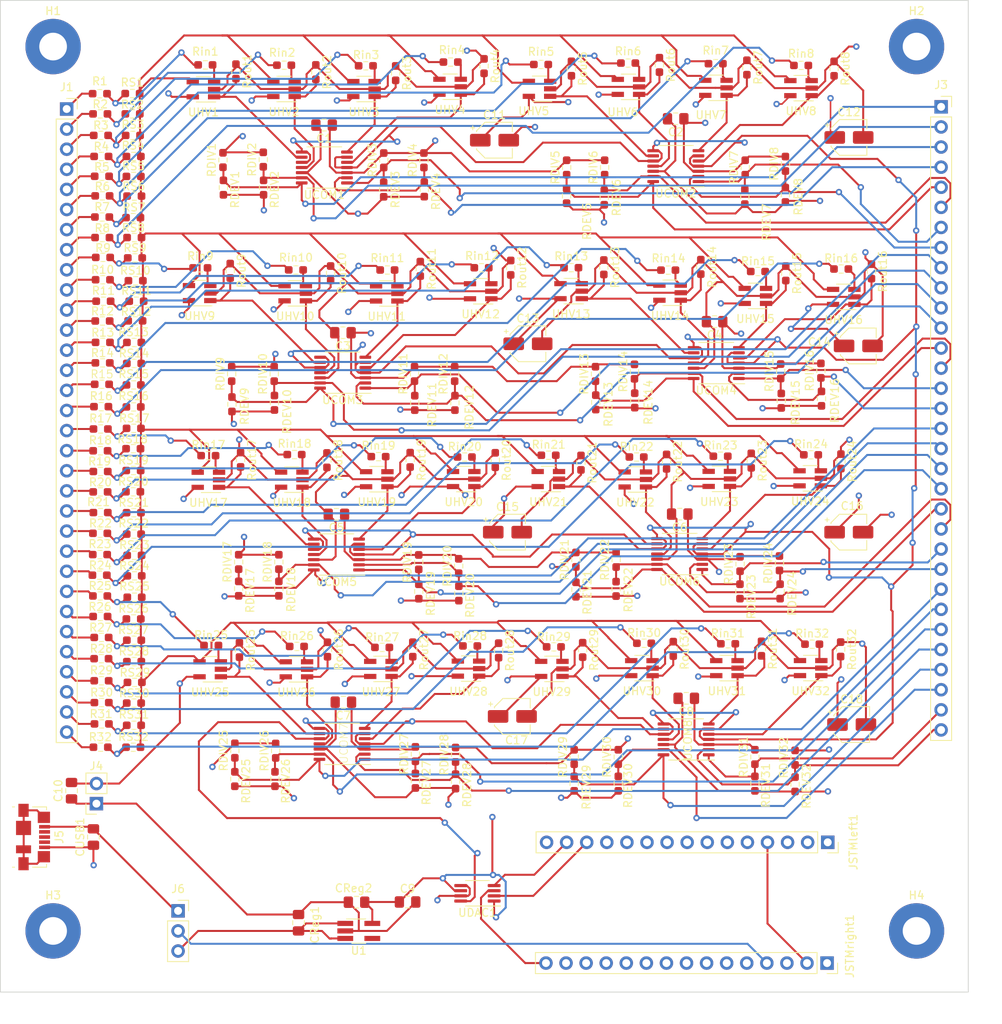
<source format=kicad_pcb>
(kicad_pcb (version 20211014) (generator pcbnew)
  (layers (0 "F.Cu" signal) (1 "In1.Cu" signal) (2 "In2.Cu" signal) (31 "B.Cu" signal) (34 "B.Paste" user) (35 "F.Paste" user) (36 "B.SilkS" user "B.Silkscreen") (37 "F.SilkS" user "F.Silkscreen") (38 "B.Mask" user) (39 "F.Mask" user) (44 "Edge.Cuts" user))
  (net 0 "")
  (net 1 "GND")
  (net 2 "+48V")
  (net 3 "Net-(J1-Pad1)")
  (net 4 "Net-(J1-Pad2)")
  (net 5 "Net-(J1-Pad3)")
  (net 6 "Net-(J1-Pad4)")
  (net 7 "Net-(J1-Pad5)")
  (net 8 "Net-(J1-Pad6)")
  (net 9 "Net-(J1-Pad7)")
  (net 10 "Net-(J1-Pad8)")
  (net 11 "Net-(J1-Pad9)")
  (net 12 "Net-(J1-Pad10)")
  (net 13 "Net-(J1-Pad11)")
  (net 14 "Net-(J1-Pad12)")
  (net 15 "Net-(J1-Pad13)")
  (net 16 "Net-(J1-Pad14)")
  (net 17 "Net-(J1-Pad15)")
  (net 18 "Net-(J1-Pad16)")
  (net 19 "Net-(J1-Pad17)")
  (net 20 "Net-(J1-Pad18)")
  (net 21 "Net-(J1-Pad19)")
  (net 22 "Net-(J1-Pad20)")
  (net 23 "Net-(J1-Pad21)")
  (net 24 "Net-(J1-Pad22)")
  (net 25 "Net-(J1-Pad23)")
  (net 26 "Net-(J1-Pad24)")
  (net 27 "Net-(J1-Pad25)")
  (net 28 "Net-(J1-Pad26)")
  (net 29 "Net-(J1-Pad27)")
  (net 30 "Net-(J1-Pad28)")
  (net 31 "Net-(J1-Pad29)")
  (net 32 "Net-(J1-Pad30)")
  (net 33 "Net-(J1-Pad31)")
  (net 34 "Net-(J1-Pad32)")
  (net 46 "Net-(JSTMleft1-Pad13)")
  (net 47 "Net-(JSTMleft1-Pad14)")
  (net 60 "Net-(JSTMright1-Pad15)")
  (net 61 "+5V")
  (net 62 "Net-(Rout1-Pad2)")
  (net 63 "Net-(Rout2-Pad2)")
  (net 64 "Net-(Rout3-Pad2)")
  (net 65 "Net-(Rout4-Pad2)")
  (net 66 "Net-(Rout5-Pad2)")
  (net 67 "Net-(Rout6-Pad2)")
  (net 68 "Net-(Rout7-Pad2)")
  (net 69 "Net-(Rout8-Pad2)")
  (net 70 "Net-(Rout9-Pad2)")
  (net 71 "Net-(Rout10-Pad2)")
  (net 72 "Net-(Rout11-Pad2)")
  (net 73 "Net-(Rout12-Pad2)")
  (net 74 "Net-(Rout13-Pad2)")
  (net 75 "Net-(Rout14-Pad2)")
  (net 76 "Net-(Rout15-Pad2)")
  (net 77 "Net-(Rout16-Pad2)")
  (net 78 "Net-(Rout17-Pad2)")
  (net 79 "Net-(Rout18-Pad2)")
  (net 80 "Net-(Rout19-Pad2)")
  (net 81 "Net-(Rout20-Pad2)")
  (net 82 "Net-(Rout21-Pad2)")
  (net 83 "Net-(Rout22-Pad2)")
  (net 84 "Net-(Rout23-Pad2)")
  (net 85 "Net-(Rout24-Pad2)")
  (net 86 "Net-(Rout25-Pad2)")
  (net 87 "Net-(Rout26-Pad2)")
  (net 88 "Net-(Rout27-Pad2)")
  (net 89 "Net-(Rout28-Pad2)")
  (net 90 "Net-(Rout29-Pad2)")
  (net 91 "Net-(Rout30-Pad2)")
  (net 92 "Net-(Rout31-Pad2)")
  (net 93 "Net-(Rout32-Pad2)")
  (net 95 "Net-(UCOM1-Pad10)")
  (net 96 "/+3.3V")
  (net 97 "Net-(J3-Pad31)")
  (net 98 "Net-(J3-Pad30)")
  (net 99 "Net-(J3-Pad29)")
  (net 100 "Net-(J3-Pad28)")
  (net 101 "Net-(J3-Pad27)")
  (net 102 "Net-(J3-Pad26)")
  (net 103 "Net-(J3-Pad25)")
  (net 104 "Net-(J3-Pad24)")
  (net 105 "Net-(J3-Pad23)")
  (net 106 "Net-(J3-Pad22)")
  (net 107 "Net-(J3-Pad21)")
  (net 108 "Net-(J3-Pad20)")
  (net 109 "Net-(J3-Pad19)")
  (net 110 "Net-(J3-Pad18)")
  (net 111 "Net-(J3-Pad17)")
  (net 112 "Net-(J3-Pad16)")
  (net 113 "Net-(J3-Pad15)")
  (net 114 "Net-(J3-Pad14)")
  (net 115 "Net-(J3-Pad13)")
  (net 116 "Net-(J3-Pad12)")
  (net 117 "Net-(J3-Pad11)")
  (net 118 "Net-(J3-Pad10)")
  (net 119 "Net-(J3-Pad9)")
  (net 120 "Net-(J3-Pad8)")
  (net 121 "Net-(J3-Pad7)")
  (net 122 "Net-(J3-Pad6)")
  (net 123 "Net-(J3-Pad5)")
  (net 124 "Net-(J3-Pad4)")
  (net 125 "Net-(J3-Pad3)")
  (net 126 "Net-(J3-Pad2)")
  (net 127 "Net-(J3-Pad1)")
  (net 128 "Net-(J3-Pad32)")
  (net 132 "unconnected-(J5-Pad6)")
  (net 133 "Net-(CReg1-Pad2)")
  (net 135 "Net-(J6-Pad2)")
  (net 136 "Net-(Rin1-Pad1)")
  (net 137 "Net-(Rin2-Pad1)")
  (net 138 "Net-(Rin3-Pad1)")
  (net 139 "Net-(Rin4-Pad1)")
  (net 140 "Net-(Rin5-Pad1)")
  (net 141 "Net-(Rin6-Pad1)")
  (net 142 "Net-(Rin7-Pad1)")
  (net 143 "Net-(Rin8-Pad1)")
  (net 144 "Net-(Rin9-Pad1)")
  (net 145 "Net-(Rin10-Pad1)")
  (net 146 "Net-(Rin11-Pad1)")
  (net 147 "Net-(Rin12-Pad1)")
  (net 148 "Net-(Rin13-Pad1)")
  (net 149 "Net-(Rin14-Pad1)")
  (net 150 "Net-(Rin15-Pad1)")
  (net 151 "Net-(Rin16-Pad1)")
  (net 152 "Net-(Rin17-Pad1)")
  (net 153 "Net-(Rin18-Pad1)")
  (net 154 "Net-(Rin19-Pad1)")
  (net 155 "Net-(Rin20-Pad1)")
  (net 156 "Net-(Rin21-Pad1)")
  (net 157 "Net-(Rin22-Pad1)")
  (net 158 "Net-(Rin23-Pad1)")
  (net 159 "Net-(Rin24-Pad1)")
  (net 160 "Net-(Rin25-Pad1)")
  (net 161 "Net-(Rin26-Pad1)")
  (net 162 "Net-(Rin27-Pad1)")
  (net 163 "Net-(Rin28-Pad1)")
  (net 164 "Net-(Rin29-Pad1)")
  (net 165 "Net-(Rin30-Pad1)")
  (net 166 "Net-(Rin31-Pad1)")
  (net 167 "Net-(Rin32-Pad1)")
  (net 168 "Net-(R1-Pad1)")
  (net 169 "Net-(R2-Pad1)")
  (net 170 "Net-(R3-Pad1)")
  (net 171 "Net-(R4-Pad1)")
  (net 172 "Net-(R5-Pad1)")
  (net 173 "Net-(R6-Pad1)")
  (net 174 "Net-(R7-Pad1)")
  (net 175 "Net-(R8-Pad1)")
  (net 176 "Net-(R9-Pad1)")
  (net 177 "Net-(R10-Pad1)")
  (net 178 "Net-(R11-Pad1)")
  (net 179 "Net-(R12-Pad1)")
  (net 180 "Net-(R13-Pad1)")
  (net 181 "Net-(R14-Pad1)")
  (net 182 "Net-(R15-Pad1)")
  (net 183 "Net-(R16-Pad1)")
  (net 184 "Net-(R17-Pad1)")
  (net 185 "Net-(R18-Pad1)")
  (net 186 "Net-(R19-Pad1)")
  (net 187 "Net-(R20-Pad1)")
  (net 188 "Net-(R21-Pad1)")
  (net 189 "Net-(R22-Pad1)")
  (net 190 "Net-(R23-Pad1)")
  (net 191 "Net-(R24-Pad1)")
  (net 192 "Net-(R25-Pad1)")
  (net 193 "Net-(R26-Pad1)")
  (net 194 "Net-(R27-Pad1)")
  (net 195 "Net-(R28-Pad1)")
  (net 196 "Net-(R29-Pad1)")
  (net 197 "Net-(R30-Pad1)")
  (net 198 "Net-(R31-Pad1)")
  (net 199 "Net-(R32-Pad1)")
  (net 200 "Net-(RS1-Pad1)")
  (footprint "Resistor_SMD:R_0603_1608Metric_Pad0.98x0.95mm_HandSolder" (layer "F.Cu") (at 90.065649 70.240559 180)
    (fp_text reference "R12")
    (fp_text value "500")
  )
  (footprint "Resistor_SMD:R_0603_1608Metric_Pad0.98x0.95mm_HandSolder" (layer "F.Cu") (at 162.267259 111.674699 -90)
    (fp_text reference "Rout30")
    (fp_text value "10k")
  )
  (footprint "Resistor_SMD:R_0603_1608Metric_Pad0.98x0.95mm_HandSolder" (layer "F.Cu") (at 138.011774 63.511276 180)
    (fp_text reference "Rin12")
    (fp_text value "150")
  )
  (footprint "Resistor_SMD:R_0603_1608Metric_Pad0.98x0.95mm_HandSolder" (layer "F.Cu") (at 157.390554 80.275854 90)
    (fp_text reference "RDEV14")
    (fp_text value "6k")
  )
  (footprint "Package_TO_SOT_SMD:SOT-23-5_HandSoldering" (layer "F.Cu") (at 146.466287 90.215534 180)
    (fp_text reference "UHV21")
    (fp_text value "LT6106")
  )
  (footprint "Resistor_SMD:R_0603_1608Metric_Pad0.98x0.95mm_HandSolder" (layer "F.Cu") (at 90.040189 59.693125 180)
    (fp_text reference "R8")
    (fp_text value "500")
  )
  (footprint "Package_TO_SOT_SMD:SOT-23-5_HandSoldering" (layer "F.Cu") (at 179.646145 114.103444 180)
    (fp_text reference "UHV32")
    (fp_text value "LT6106")
  )
  (footprint "Resistor_SMD:R_0603_1608Metric_Pad0.98x0.95mm_HandSolder" (layer "F.Cu") (at 176.44667 54.291058 90)
    (fp_text reference "RDEV8")
    (fp_text value "6k")
  )
  (footprint "Resistor_SMD:R_0603_1608Metric_Pad0.98x0.95mm_HandSolder" (layer "F.Cu") (at 89.93488 115.70354 180)
    (fp_text reference "R29")
    (fp_text value "500")
  )
  (footprint "Resistor_SMD:R_0603_1608Metric_Pad0.98x0.95mm_HandSolder" (layer "F.Cu") (at 110.442959 53.378558 90)
    (fp_text reference "RDEV2")
    (fp_text value "6k")
  )
  (footprint "Resistor_SMD:R_0603_1608Metric_Pad0.98x0.95mm_HandSolder" (layer "F.Cu") (at 153.58667 50.838558 90)
    (fp_text reference "RDIV6")
    (fp_text value "2k")
  )
  (footprint "Capacitor_SMD:C_0805_2012Metric_Pad1.18x1.45mm_HandSolder" (layer "F.Cu") (at 88.92 135.455 90)
    (fp_text reference "CUSB1")
    (fp_text value "1u")
  )
  (footprint "Resistor_SMD:R_0603_1608Metric_Pad0.98x0.95mm_HandSolder" (layer "F.Cu") (at 118.925004 64.204657 -90)
    (fp_text reference "Rout10")
    (fp_text value "10k")
  )
  (footprint "Package_TO_SOT_SMD:SOT-23-5_HandSoldering" (layer "F.Cu") (at 158.299042 114.111698 180)
    (fp_text reference "UHV30")
    (fp_text value "LT6106")
  )
  (footprint "Resistor_SMD:R_0603_1608Metric_Pad0.98x0.95mm_HandSolder" (layer "F.Cu") (at 135.143183 104.665022 90)
    (fp_text reference "RDEV20")
    (fp_text value "6k")
  )
  (footprint "Resistor_SMD:R_0603_1608Metric_Pad0.98x0.95mm_HandSolder" (layer "F.Cu") (at 94.177089 62.264164 180)
    (fp_text reference "RS9")
    (fp_text value "1")
  )
  (footprint "Resistor_SMD:R_0603_1608Metric_Pad0.98x0.95mm_HandSolder" (layer "F.Cu") (at 172.594203 125.335996 90)
    (fp_text reference "RDIV31")
    (fp_text value "2k")
  )
  (footprint "Resistor_SMD:R_0603_1608Metric_Pad0.98x0.95mm_HandSolder" (layer "F.Cu") (at 93.856604 41.495495 180)
    (fp_text reference "RS1")
    (fp_text value "1")
  )
  (footprint "Resistor_SMD:R_0603_1608Metric_Pad0.98x0.95mm_HandSolder" (layer "F.Cu") (at 147.159567 111.421705 180)
    (fp_text reference "Rin29")
    (fp_text value "150")
  )
  (footprint "Package_TO_SOT_SMD:SOT-23-5_HandSoldering" (layer "F.Cu") (at 179.588048 90.122145 180)
    (fp_text reference "UHV24")
    (fp_text value "LT6106")
  )
  (footprint "Resistor_SMD:R_0603_1608Metric_Pad0.98x0.95mm_HandSolder" (layer "F.Cu") (at 93.959988 124.106692 180)
    (fp_text reference "RS32")
    (fp_text value "1")
  )
  (footprint "Package_TO_SOT_SMD:SOT-23-5_HandSoldering" (layer "F.Cu") (at 113.028293 40.922085 180)
    (fp_text reference "UHV2")
    (fp_text value "LT6106")
  )
  (footprint "Capacitor_SMD:CP_Elec_4x5.3" (layer "F.Cu") (at 139.654482 47.389596)
    (fp_text reference "C11")
    (fp_text value "1u")
  )
  (footprint "Capacitor_SMD:C_0805_2012Metric_Pad1.18x1.45mm_HandSolder" (layer "F.Cu") (at 114.86806 146.2825 -90)
    (fp_text reference "CReg1")
    (fp_text value "1u")
  )
  (footprint "Resistor_SMD:R_0603_1608Metric_Pad0.98x0.95mm_HandSolder" (layer "F.Cu") (at 94.002672 107.892198 180)
    (fp_text reference "RS26")
    (fp_text value "1")
  )
  (footprint "Package_TO_SOT_SMD:SOT-23-5_HandSoldering" (layer "F.Cu") (at 123.142762 40.922086 180)
    (fp_text reference "UHV3")
    (fp_text value "LT6106")
  )
  (footprint "Package_TO_SOT_SMD:TSOT-23-5_HandSoldering" (layer "F.Cu") (at 122.48806 147.32)
    (fp_text reference "U1")
    (fp_text value "ADP151")
  )
  (footprint "Resistor_SMD:R_0603_1608Metric_Pad0.98x0.95mm_HandSolder" (layer "F.Cu") (at 141.707496 63.504603 -90)
    (fp_text reference "Rout12")
    (fp_text value "10k")
  )
  (footprint "Resistor_SMD:R_0603_1608Metric_Pad0.98x0.95mm_HandSolder" (layer "F.Cu") (at 172.979702 63.984888 180)
    (fp_text reference "Rin15")
    (fp_text value "150")
  )
  (footprint "Resistor_SMD:R_0603_1608Metric_Pad0.98x0.95mm_HandSolder" (layer "F.Cu") (at 94.092515 59.693125 180)
    (fp_text reference "RS8")
    (fp_text value "1")
  )
  (footprint "Resistor_SMD:R_0603_1608Metric_Pad0.98x0.95mm_HandSolder" (layer "F.Cu") (at 106.409206 76.931389 90)
    (fp_text reference "RDIV9")
    (fp_text value "2k")
  )
  (footprint "Resistor_SMD:R_0603_1608Metric_Pad0.98x0.95mm_HandSolder" (layer "F.Cu") (at 118.456948 87.831181 -90)
    (fp_text reference "Rout18")
    (fp_text value "10k")
  )
  (footprint "Resistor_SMD:R_0603_1608Metric_Pad0.98x0.95mm_HandSolder" (layer "F.Cu") (at 155.311724 128.703927 90)
    (fp_text reference "RDEV30")
    (fp_text value "6k")
  )
  (footprint "Resistor_SMD:R_0603_1608Metric_Pad0.98x0.95mm_HandSolder" (layer "F.Cu") (at 172.128406 87.880823 -90)
    (fp_text reference "Rout23")
    (fp_text value "10k")
  )
  (footprint "Resistor_SMD:R_0603_1608Metric_Pad0.98x0.95mm_HandSolder" (layer "F.Cu") (at 148.779779 50.838558 90)
    (fp_text reference "RDIV5")
    (fp_text value "2k")
  )
  (footprint "Resistor_SMD:R_0603_1608Metric_Pad0.98x0.95mm_HandSolder" (layer "F.Cu") (at 102.445736 63.522552 180)
    (fp_text reference "Rin9")
    (fp_text value "150")
  )
  (footprint "Resistor_SMD:R_0603_1608Metric_Pad0.98x0.95mm_HandSolder" (layer "F.Cu") (at 183.439748 111.733317 -90)
    (fp_text reference "Rout32")
    (fp_text value "10k")
  )
  (footprint "Connector_PinSocket_2.54mm:PinSocket_1x15_P2.54mm_Vertical" (layer "F.Cu") (at 181.804422 136.120759 -90)
    (fp_text reference "JSTMleft1")
    (fp_text value "Conn_01x15_Female")
  )
  (footprint "Resistor_SMD:R_0603_1608Metric_Pad0.98x0.95mm_HandSolder" (layer "F.Cu") (at 93.983356 89.136073 180)
    (fp_text reference "RS19")
    (fp_text value "1")
  )
  (footprint "Resistor_SMD:R_0603_1608Metric_Pad0.98x0.95mm_HandSolder" (layer "F.Cu") (at 106.809759 124.527722 90)
    (fp_text reference "RDIV25")
    (fp_text value "2k")
  )
  (footprint "Package_TO_SOT_SMD:SOT-23-5_HandSoldering" (layer "F.Cu") (at 167.665765 40.776081 180)
    (fp_text reference "UHV7")
    (fp_text value "LT6106")
  )
  (footprint "Resistor_SMD:R_0603_1608Metric_Pad0.98x0.95mm_HandSolder" (layer "F.Cu") (at 171.316945 54.556305 90)
    (fp_text reference "RDEV7")
    (fp_text value "6k")
  )
  (footprint "Resistor_SMD:R_0603_1608Metric_Pad0.98x0.95mm_HandSolder" (layer "F.Cu") (at 130.72667 49.926058 90)
    (fp_text reference "RDIV4")
    (fp_text value "2k")
  )
  (footprint "Resistor_SMD:R_0603_1608Metric_Pad0.98x0.95mm_HandSolder" (layer "F.Cu") (at 149.384242 38.340238 -90)
    (fp_text reference "Rout5")
    (fp_text value "10k")
  )
  (footprint "Resistor_SMD:R_0603_1608Metric_Pad0.98x0.95mm_HandSolder" (layer "F.Cu") (at 146.489283 87.205736 180)
    (fp_text reference "Rin21")
    (fp_text value "150")
  )
  (footprint "Resistor_SMD:R_0603_1608Metric_Pad0.98x0.95mm_HandSolder" (layer "F.Cu") (at 130.772201 53.611882 90)
    (fp_text reference "RDEV4")
    (fp_text value "6k")
  )
  (footprint "MountingHole:MountingHole_3.5mm_Pad" (layer "F.Cu") (at 83.82 35.56)
    (fp_text reference "H1")
    (fp_text value "MountingHole")
  )
  (footprint "Resistor_SMD:R_0603_1608Metric_Pad0.98x0.95mm_HandSolder" (layer "F.Cu") (at 123.377571 37.987235 180)
    (fp_text reference "Rin3")
    (fp_text value "150")
  )
  (footprint "Resistor_SMD:R_0603_1608Metric_Pad0.98x0.95mm_HandSolder" (layer "F.Cu") (at 136.570946 111.303302 180)
    (fp_text reference "Rin28")
    (fp_text value "150")
  )
  (footprint "Connector_PinSocket_2.54mm:PinSocket_1x32_P2.54mm_Vertical" (layer "F.Cu") (at 85.540033 43.449878)
    (fp_text reference "J1")
    (fp_text value "Conn_01x32_Female")
  )
  (footprint "Resistor_SMD:R_0603_1608Metric_Pad0.98x0.95mm_HandSolder" (layer "F.Cu") (at 89.922069 49.444146 180)
    (fp_text reference "R4")
    (fp_text value "500")
  )
  (footprint "Resistor_SMD:R_0603_1608Metric_Pad0.98x0.95mm_HandSolder" (layer "F.Cu") (at 103.456934 87.25648 180)
    (fp_text reference "Rin17")
    (fp_text value "150")
  )
  (footprint "Resistor_SMD:R_0603_1608Metric_Pad0.98x0.95mm_HandSolder" (layer "F.Cu") (at 175.929158 80.311795 90)
    (fp_text reference "RDEV15")
    (fp_text value "6k")
  )
  (footprint "Connector_PinSocket_2.54mm:PinSocket_1x32_P2.54mm_Vertical" (layer "F.Cu") (at 196.14806 43.18)
    (fp_text reference "J3")
    (fp_text value "Conn_01x32_Female")
  )
  (footprint "Resistor_SMD:R_0603_1608Metric_Pad0.98x0.95mm_HandSolder" (layer "F.Cu") (at 107.295684 100.690526 90)
    (fp_text reference "RDIV17")
    (fp_text value "2k")
  )
  (footprint "Resistor_SMD:R_0603_1608Metric_Pad0.98x0.95mm_HandSolder" (layer "F.Cu") (at 177.674203 128.788496 90)
    (fp_text reference "RDEV32")
    (fp_text value "6k")
  )
  (footprint "Package_TO_SOT_SMD:SOT-23-5_HandSoldering" (layer "F.Cu") (at 156.598731 40.653609 180)
    (fp_text reference "UHV6")
    (fp_text value "LT6106")
  )
  (footprint "Package_SO:TSSOP-14_4.4x5mm_P0.65mm" (layer "F.Cu") (at 163.072565 99.693935 180)
    (fp_text reference "UCOM6")
    (fp_text value "LM339")
  )
  (footprint "Resistor_SMD:R_0603_1608Metric_Pad0.98x0.95mm_HandSolder" (layer "F.Cu") (at 94.26076 65.148325 180)
    (fp_text reference "RS10")
    (fp_text value "1")
  )
  (footprint "Package_SO:TSSOP-14_4.4x5mm_P0.65mm" (layer "F.Cu") (at 162.59148 50.671503 180)
    (fp_text reference "UCOM2")
    (fp_text value "LM339")
  )
  (footprint "Capacitor_SMD:C_0805_2012Metric_Pad1.18x1.45mm_HandSolder" (layer "F.Cu") (at 120.539761 118.413068 180)
    (fp_text reference "C7")
    (fp_text value "0.1u")
  )
  (footprint "Capacitor_SMD:CP_Elec_4x5.3" (layer "F.Cu") (at 141.296365 96.926175)
    (fp_text reference "C15")
    (fp_text value "1u")
  )
  (footprint "Resistor_SMD:R_0603_1608Metric_Pad0.98x0.95mm_HandSolder" (layer "F.Cu") (at 93.964039 86.373842 180)
    (fp_text reference "RS18")
    (fp_text value "1")
  )
  (footprint "Capacitor_SMD:CP_Elec_4x5.3" (layer "F.Cu") (at 184.492736 47.04378)
    (fp_text reference "C12")
    (fp_text value "1u")
  )
  (footprint "Resistor_SMD:R_0603_1608Metric_Pad0.98x0.95mm_HandSolder" (layer "F.Cu") (at 175.783183 104.413324 90)
    (fp_text reference "RDEV24")
    (fp_text value "6k")
  )
  (footprint "Resistor_SMD:R_0603_1608Metric_Pad0.98x0.95mm_HandSolder" (layer "F.Cu") (at 94.057783 75.601628 180)
    (fp_text reference "RS14")
    (fp_text value "1")
  )
  (footprint "Resistor_SMD:R_0603_1608Metric_Pad0.98x0.95mm_HandSolder" (layer "F.Cu") (at 112.375684 100.690526 90)
    (fp_text reference "RDIV18")
    (fp_text value "2k")
  )
  (footprint "Resistor_SMD:R_0603_1608Metric_Pad0.98x0.95mm_HandSolder" (layer "F.Cu") (at 93.906453 46.789805 180)
    (fp_text reference "RS3")
    (fp_text value "1")
  )
  (footprint "Resistor_SMD:R_0603_1608Metric_Pad0.98x0.95mm_HandSolder" (layer "F.Cu") (at 89.93488 110.230589 180)
    (fp_text reference "R27")
    (fp_text value "500")
  )
  (footprint "Package_TO_SOT_SMD:SOT-23-5_HandSoldering" (layer "F.Cu") (at 137.902554 66.480502 180)
    (fp_text reference "UHV12")
    (fp_text value "LT6106")
  )
  (footprint "Resistor_SMD:R_0603_1608Metric_Pad0.98x0.95mm_HandSolder" (layer "F.Cu") (at 175.856411 76.592119 90)
    (fp_text reference "RDIV15")
    (fp_text value "2k")
  )
  (footprint "Resistor_SMD:R_0603_1608Metric_Pad0.98x0.95mm_HandSolder" (layer "F.Cu") (at 111.788238 76.931389 90)
    (fp_text reference "RDIV10")
    (fp_text value "2k")
  )
  (footprint "Resistor_SMD:R_0603_1608Metric_Pad0.98x0.95mm_HandSolder" (layer "F.Cu") (at 94.007941 49.445418 180)
    (fp_text reference "RS4")
    (fp_text value "1")
  )
  (footprint "Resistor_SMD:R_0603_1608Metric_Pad0.98x0.95mm_HandSolder" (layer "F.Cu") (at 90.102516 72.941126 180)
    (fp_text reference "R13")
    (fp_text value "500")
  )
  (footprint "Resistor_SMD:R_0603_1608Metric_Pad0.98x0.95mm_HandSolder" (layer "F.Cu") (at 89.783155 44.067212 180)
    (fp_text reference "R2")
    (fp_text value "500")
  )
  (footprint "Resistor_SMD:R_0603_1608Metric_Pad0.98x0.95mm_HandSolder" (layer "F.Cu") (at 176.455571 50.372875 90)
    (fp_text reference "RDIV8")
    (fp_text value "2k")
  )
  (footprint "Resistor_SMD:R_0603_1608Metric_Pad0.98x0.95mm_HandSolder" (layer "F.Cu") (at 89.839123 83.888148 180)
    (fp_text reference "R17")
    (fp_text value "500")
  )
  (footprint "Capacitor_SMD:C_0805_2012Metric_Pad1.18x1.45mm_HandSolder" (layer "F.Cu") (at 163.088168 94.644495 180)
    (fp_text reference "C6")
    (fp_text value "0.1u")
  )
  (footprint "Resistor_SMD:R_0603_1608Metric_Pad0.98x0.95mm_HandSolder" (layer "F.Cu") (at 160.515631 37.877565 -90)
    (fp_text reference "Rout6")
    (fp_text value "10k")
  )
  (footprint "Resistor_SMD:R_0603_1608Metric_Pad0.98x0.95mm_HandSolder" (layer "F.Cu") (at 89.796441 107.580846 180)
    (fp_text reference "R26")
    (fp_text value "500")
  )
  (footprint "Resistor_SMD:R_0603_1608Metric_Pad0.98x0.95mm_HandSolder" (layer "F.Cu") (at 172.594203 128.703927 90)
    (fp_text reference "RDEV31")
    (fp_text value "6k")
  )
  (footprint "Resistor_SMD:R_0603_1608Metric_Pad0.98x0.95mm_HandSolder" (layer "F.Cu") (at 134.106857 37.519564 180)
    (fp_text reference "Rin4")
    (fp_text value "150")
  )
  (footprint "Resistor_SMD:R_0603_1608Metric_Pad0.98x0.95mm_HandSolder" (layer "F.Cu") (at 90.081762 75.53301 180)
    (fp_text reference "R14")
    (fp_text value "500")
  )
  (footprint "Resistor_SMD:R_0603_1608Metric_Pad0.98x0.95mm_HandSolder" (layer "F.Cu") (at 130.068975 100.716254 90)
    (fp_text reference "RDIV19")
    (fp_text value "2k")
  )
  (footprint "Resistor_SMD:R_0603_1608Metric_Pad0.98x0.95mm_HandSolder" (layer "F.Cu") (at 106.441129 80.764239 90)
    (fp_text reference "RDEV9")
    (fp_text value "6k")
  )
  (footprint "Capacitor_SMD:C_0805_2012Metric_Pad1.18x1.45mm_HandSolder" (layer "F.Cu") (at 122.202211 143.690578 180)
    (fp_text reference "CReg2")
    (fp_text value "1u")
  )
  (footprint "Resistor_SMD:R_0603_1608Metric_Pad0.98x0.95mm_HandSolder" (layer "F.Cu") (at 130.076926 104.423196 90)
    (fp_text reference "RDEV19")
    (fp_text value "6k")
  )
  (footprint "Resistor_SMD:R_0603_1608Metric_Pad0.98x0.95mm_HandSolder" (layer "F.Cu") (at 107.295684 104.058457 90)
    (fp_text reference "RDEV17")
    (fp_text value "6k")
  )
  (footprint "Resistor_SMD:R_0603_1608Metric_Pad0.98x0.95mm_HandSolder" (layer "F.Cu") (at 94.06906 72.951654 180)
    (fp_text reference "RS13")
    (fp_text value "1")
  )
  (footprint "Resistor_SMD:R_0603_1608Metric_Pad0.98x0.95mm_HandSolder" (layer "F.Cu") (at 152.428238 76.931389 90)
    (fp_text reference "RDIV13")
    (fp_text value "2k")
  )
  (footprint "Resistor_SMD:R_0603_1608Metric_Pad0.98x0.95mm_HandSolder" (layer "F.Cu") (at 127.149701 38.917996 -90)
    (fp_text reference "Rout3")
    (fp_text value "10k")
  )
  (footprint "Resistor_SMD:R_0603_1608Metric_Pad0.98x0.95mm_HandSolder" (layer "F.Cu") (at 150.807385 111.80831 -90)
    (fp_text reference "Rout29")
    (fp_text value "10k")
  )
  (footprint "Resistor_SMD:R_0603_1608Metric_Pad0.98x0.95mm_HandSolder" (layer "F.Cu") (at 89.747123 99.759894 180)
    (fp_text reference "R23")
    (fp_text value "500")
  )
  (footprint "Resistor_SMD:R_0603_1608Metric_Pad0.98x0.95mm_HandSolder" (layer "F.Cu") (at 134.727876 128.423443 90)
    (fp_text reference "RDEV28")
    (fp_text value "6k")
  )
  (footprint "Resistor_SMD:R_0603_1608Metric_Pad0.98x0.95mm_HandSolder" (layer "F.Cu") (at 94.044561 118.524831 180)
    (fp_text reference "RS30")
    (fp_text value "1")
  )
  (footprint "Resistor_SMD:R_0603_1608Metric_Pad0.98x0.95mm_HandSolder" (layer "F.Cu") (at 129.647876 124.970943 90)
    (fp_text reference "RDIV27")
    (fp_text value "2k")
  )
  (footprint "Resistor_SMD:R_0603_1608Metric_Pad0.98x0.95mm_HandSolder" (layer "F.Cu") (at 183.508692 63.669147 180)
    (fp_text reference "Rin16")
    (fp_text value "150")
  )
  (footprint "Package_TO_SOT_SMD:SOT-23-5_HandSoldering" (layer "F.Cu") (at 169.052573 114.109264 180)
    (fp_text reference "UHV31")
    (fp_text value "LT6106")
  )
  (footprint "Resistor_SMD:R_0603_1608Metric_Pad0.98x0.95mm_HandSolder" (layer "F.Cu") (at 90.05582 54.426692 180)
    (fp_text reference "R6")
    (fp_text value "500")
  )
  (footprint "Resistor_SMD:R_0603_1608Metric_Pad0.98x0.95mm_HandSolder" (layer "F.Cu") (at 139.750033 87.809182 -90)
    (fp_text reference "Rout20")
    (fp_text value "10k")
  )
  (footprint "Resistor_SMD:R_0603_1608Metric_Pad0.98x0.95mm_HandSolder" (layer "F.Cu") (at 155.311724 125.335996 90)
    (fp_text reference "RDIV30")
    (fp_text value "2k")
  )
  (footprint "Capacitor_SMD:CP_Elec_4x5.3" (layer "F.Cu") (at 141.908597 120.21071)
    (fp_text reference "C17")
    (fp_text value "1u")
  )
  (footprint "Capacitor_SMD:C_0805_2012Metric_Pad1.18x1.45mm_HandSolder" (layer "F.Cu") (at 118.100954 45.486107 180)
    (fp_text reference "C1")
    (fp_text value "0.1u")
  )
  (footprint "Resistor_SMD:R_0603_1608Metric_Pad0.98x0.95mm_HandSolder" (layer "F.Cu") (at 173.422897 111.640484 -90)
    (fp_text reference "Rout31")
    (fp_text value "10k")
  )
  (footprint "Resistor_SMD:R_0603_1608Metric_Pad0.98x0.95mm_HandSolder" (layer "F.Cu") (at 103.077087 37.874755 180)
    (fp_text reference "Rin1")
    (fp_text value "150")
  )
  (footprint "Resistor_SMD:R_0603_1608Metric_Pad0.98x0.95mm_HandSolder" (layer "F.Cu") (at 105.308526 49.893681 90)
    (fp_text reference "RDIV1")
    (fp_text value "2k")
  )
  (footprint "Capacitor_SMD:C_0805_2012Metric_Pad1.18x1.45mm_HandSolder" (layer "F.Cu") (at 167.493432 70.32838 180)
    (fp_text reference "C4")
    (fp_text value "0.1u")
  )
  (footprint "Resistor_SMD:R_0603_1608Metric_Pad0.98x0.95mm_HandSolder" (layer "F.Cu") (at 90.125864 62.205213 180)
    (fp_text reference "R9")
    (fp_text value "500")
  )
  (footprint "Resistor_SMD:R_0603_1608Metric_Pad0.98x0.95mm_HandSolder" (layer "F.Cu") (at 93.944723 91.821038 180)
    (fp_text reference "RS20")
    (fp_text value "1")
  )
  (footprint "Resistor_SMD:R_0603_1608Metric_Pad0.98x0.95mm_HandSolder" (layer "F.Cu") (at 149.363891 63.50279 180)
    (fp_text reference "Rin13")
    (fp_text value "150")
  )
  (footprint "Resistor_SMD:R_0603_1608Metric_Pad0.98x0.95mm_HandSolder" (layer "F.Cu") (at 153.48266 63.44941 -90)
    (fp_text reference "Rout13")
    (fp_text value "10k")
  )
  (footprint "Resistor_SMD:R_0603_1608Metric_Pad0.98x0.95mm_HandSolder" (layer "F.Cu") (at 118.527778 111.754701 -90)
    (fp_text reference "Rout26")
    (fp_text value "10k")
  )
  (footprint "Resistor_SMD:R_0603_1608Metric_Pad0.98x0.95mm_HandSolder" (layer "F.Cu") (at 161.419867 88.015086 -90)
    (fp_text reference "Rout22")
    (fp_text value "10k")
  )
  (footprint "Connector_PinSocket_2.54mm:PinSocket_1x02_P2.54mm_Vertical" (layer "F.Cu") (at 89.30417 131.235934 180)
    (fp_text reference "J4")
    (fp_text value "Conn_01x02_Female")
  )
  (footprint "Resistor_SMD:R_0603_1608Metric_Pad0.98x0.95mm_HandSolder" (layer "F.Cu") (at 181.015871 80.052637 90)
    (fp_text reference "RDEV16")
    (fp_text value "6k")
  )
  (footprint "Capacitor_SMD:CP_Elec_4x5.3" (layer "F.Cu") (at 184.476365 96.926175)
    (fp_text reference "C16")
    (fp_text value "1u")
  )
  (footprint "Resistor_SMD:R_0603_1608Metric_Pad0.98x0.95mm_HandSolder" (layer "F.Cu") (at 89.767472 104.989433 180)
    (fp_text reference "R25")
    (fp_text value "500")
  )
  (footprint "Resistor_SMD:R_0603_1608Metric_Pad0.98x0.95mm_HandSolder" (layer "F.Cu") (at 156.557635 37.646431 180)
    (fp_text reference "Rin6")
    (fp_text value "150")
  )
  (footprint "Package_TO_SOT_SMD:SOT-23-5_HandSoldering" (layer "F.Cu") (at 161.862899 66.668476 180)
    (fp_text reference "UHV14")
    (fp_text value "LT6106")
  )
  (footprint "Resistor_SMD:R_0603_1608Metric_Pad0.98x0.95mm_HandSolder" (layer "F.Cu") (at 90.10743 65.025387 180)
    (fp_text reference "R10")
    (fp_text value "500")
  )
  (footprint "Resistor_SMD:R_0603_1608Metric_Pad0.98x0.95mm_HandSolder" (layer "F.Cu") (at 149.953409 104.174444 90)
    (fp_text reference "RDEV21")
    (fp_text value "6k")
  )
  (footprint "Package_SO:TSSOP-14_4.4x5mm_P0.65mm" (layer "F.Cu") (at 120.450702 76.771477 180)
    (fp_text reference "UCOM3")
    (fp_text value "LM339")
  )
  (footprint "Resistor_SMD:R_0603_1608Metric_Pad0.98x0.95mm_HandSolder" (layer "F.Cu") (at 124.97788 87.377674 180)
    (fp_text reference "Rin19")
    (fp_text value "150")
  )
  (footprint "Resistor_SMD:R_0603_1608Metric_Pad0.98x0.95mm_HandSolder" (layer "F.Cu") (at 94.044561 121.332676 180)
    (fp_text reference "RS31")
    (fp_text value "1")
  )
  (footprint "Package_SO:MSOP-8_3x3mm_P0.65mm" (layer "F.Cu") (at 137.495361 142.565 180)
    (fp_text reference "UDAC1")
    (fp_text value "MCP4921")
  )
  (footprint "Capacitor_SMD:CP_Elec_4x5.3" (layer "F.Cu") (at 185.673476 73.389521)
    (fp_text reference "C14")
    (fp_text value "1u")
  )
  (footprint "Resistor_SMD:R_0603_1608Metric_Pad0.98x0.95mm_HandSolder" (layer "F.Cu") (at 94.021988 83.804774 180)
    (fp_text reference "RS17")
    (fp_text value "1")
  )
  (footprint "Resistor_SMD:R_0603_1608Metric_Pad0.98x0.95mm_HandSolder" (layer "F.Cu") (at 168.248034 87.32972 180)
    (fp_text reference "Rin23")
    (fp_text value "150")
  )
  (footprint "Resistor_SMD:R_0603_1608Metric_Pad0.98x0.95mm_HandSolder" (layer "F.Cu") (at 94.137886 115.908462 180)
    (fp_text reference "RS29")
    (fp_text value "1")
  )
  (footprint "Resistor_SMD:R_0603_1608Metric_Pad0.98x0.95mm_HandSolder" (layer "F.Cu") (at 150.592937 88.146494 -90)
    (fp_text reference "Rout21")
    (fp_text value "10k")
  )
  (footprint "Capacitor_SMD:C_0805_2012Metric_Pad1.18x1.45mm_HandSolder" (layer "F.Cu") (at 128.657633 143.663289)
    (fp_text reference "C9")
    (fp_text value "0.1u")
  )
  (footprint "Resistor_SMD:R_0603_1608Metric_Pad0.98x0.95mm_HandSolder" (layer "F.Cu") (at 145.540319 37.824029 180)
    (fp_text reference "Rin5")
    (fp_text value "150")
  )
  (footprint "Connector_USB:USB_Micro-B_Molex_47346-0001" (layer "F.Cu") (at 81.28 135.455 -90)
    (fp_text reference "J5")
    (fp_text value "USB_B_Micro")
  )
  (footprint "Resistor_SMD:R_0603_1608Metric_Pad0.98x0.95mm_HandSolder" (layer "F.Cu") (at 111.973804 124.545652 90)
    (fp_text reference "RDIV26")
    (fp_text value "2k")
  )
  (footprint "MountingHole:MountingHole_3.5mm_Pad" (layer "F.Cu") (at 193.04 147.32)
    (fp_text reference "H4")
    (fp_text value "MountingHole")
  )
  (footprint "Resistor_SMD:R_0603_1608Metric_Pad0.98x0.95mm_HandSolder" (layer "F.Cu") (at 125.64667 49.926058 90)
    (fp_text reference "RDIV3")
    (fp_text value "2k")
  )
  (footprint "Resistor_SMD:R_0603_1608Metric_Pad0.98x0.95mm_HandSolder" (layer "F.Cu") (at 117.052525 38.789304 -90)
    (fp_text reference "Rout2")
    (fp_text value "10k")
  )
  (footprint "Resistor_SMD:R_0603_1608Metric_Pad0.98x0.95mm_HandSolder" (layer "F.Cu") (at 170.716802 100.94728 90)
    (fp_text reference "RDIV23")
    (fp_text value "2k")
  )
  (footprint "Resistor_SMD:R_0603_1608Metric_Pad0.98x0.95mm_HandSolder" (layer "F.Cu") (at 129.315312 111.74739 -90)
    (fp_text reference "Rout27")
    (fp_text value "10k")
  )
  (footprint "Package_TO_SOT_SMD:SOT-23-5_HandSoldering" (layer "F.Cu") (at 125.283286 114.208034 180)
    (fp_text reference "UHV27")
    (fp_text value "LT6106")
  )
  (footprint "Package_TO_SOT_SMD:SOT-23-5_HandSoldering" (layer "F.Cu") (at 103.463692 90.308728 180)
    (fp_text reference "UHV17")
    (fp_text value "LT6106")
  )
  (footprint "Resistor_SMD:R_0603_1608Metric_Pad0.98x0.95mm_HandSolder" (layer "F.Cu") (at 175.700566 100.851804 90)
    (fp_text reference "RDIV24")
    (fp_text value "2k")
  )
  (footprint "Resistor_SMD:R_0603_1608Metric_Pad0.98x0.95mm_HandSolder" (layer "F.Cu") (at 125.441949 111.489364 180)
    (fp_text reference "Rin27")
    (fp_text value "150")
  )
  (footprint "Resistor_SMD:R_0603_1608Metric_Pad0.98x0.95mm_HandSolder" (layer "F.Cu") (at 94.11857 105.149284 180)
    (fp_text reference "RS25")
    (fp_text value "1")
  )
  (footprint "Resistor_SMD:R_0603_1608Metric_Pad0.98x0.95mm_HandSolder" (layer "F.Cu") (at 167.631851 37.722541 180)
    (fp_text reference "Rin7")
    (fp_text value "150")
  )
  (footprint "Resistor_SMD:R_0603_1608Metric_Pad0.98x0.95mm_HandSolder" (layer "F.Cu") (at 130.26522 63.647488 -90)
    (fp_text reference "Rout11")
    (fp_text value "10k")
  )
  (footprint "Capacitor_SMD:CP_Elec_4x5.3" (layer "F.Cu") (at 184.838565 121.238937)
    (fp_text reference "C18")
    (fp_text value "1u")
  )
  (footprint "Capacitor_SMD:C_0805_2012Metric_Pad1.18x1.45mm_HandSolder" (layer "F.Cu") (at 120.482106 71.722037 180)
    (fp_text reference "C3")
    (fp_text value "0.1u")
  )
  (footprint "Resistor_SMD:R_0603_1608Metric_Pad0.98x0.95mm_HandSolder" (layer "F.Cu") (at 89.837085 124.104041 180)
    (fp_text reference "R32")
    (fp_text value "500")
  )
  (footprint "Package_SO:TSSOP-14_4.4x5mm_P0.65mm" (layer "F.Cu") (at 167.704561 75.558992 180)
    (fp_text reference "UCOM4")
    (fp_text value "LM339")
  )
  (footprint "Package_TO_SOT_SMD:SOT-23-5_HandSoldering" (layer "F.Cu") (at 126.024002 66.764448 180)
    (fp_text reference "UHV11")
    (fp_text value "LT6106")
  )
  (footprint "Capacitor_SMD:C_0805_2012Metric_Pad1.18x1.45mm_HandSolder" (layer "F.Cu") (at 162.571703 44.684812 180)
    (fp_text reference "C2")
    (fp_text value "0.1u")
  )
  (footprint "Capacitor_SMD:C_0805_2012Metric_Pad1.18x1.45mm_HandSolder" (layer "F.Cu") (at 163.910209 117.924245 180)
    (fp_text reference "C8")
    (fp_text value "0.1u")
  )
  (footprint "Resistor_SMD:R_0603_1608Metric_Pad0.98x0.95mm_HandSolder" (layer "F.Cu") (at 129.568238 80.589888 90)
    (fp_text reference "RDEV11")
    (fp_text value "6k")
  )
  (footprint "Resistor_SMD:R_0603_1608Metric_Pad0.98x0.95mm_HandSolder" (layer "F.Cu") (at 182.610334 38.343219 -90)
    (fp_text reference "Rout8")
    (fp_text value "10k")
  )
  (footprint "Capacitor_SMD:C_0805_2012Metric_Pad1.18x1.45mm_HandSolder" (layer "F.Cu") (at 119.657339 94.672005 180)
    (fp_text reference "C5")
    (fp_text value "0.1u")
  )
  (footprint "Resistor_SMD:R_0603_1608Metric_Pad0.98x0.95mm_HandSolder" (layer "F.Cu") (at 114.534129 63.781912 180)
    (fp_text reference "Rin10")
    (fp_text value "150")
  )
  (footprint "Resistor_SMD:R_0603_1608Metric_Pad0.98x0.95mm_HandSolder" (layer "F.Cu") (at 178.440364 37.942432 180)
    (fp_text reference "Rin8")
    (fp_text value "150")
  )
  (footprint "Package_SO:TSSOP-14_4.4x5mm_P0.65mm" (layer "F.Cu") (at 120.374689 123.680387 180)
    (fp_text reference "UCOM7")
    (fp_text value "LM339")
  )
  (footprint "Resistor_SMD:R_0603_1608Metric_Pad0.98x0.95mm_HandSolder" (layer "F.Cu") (at 89.969457 121.156345 180)
    (fp_text reference "R31")
    (fp_text value "500")
  )
  (footprint "Package_TO_SOT_SMD:SOT-23-5_HandSoldering" (layer "F.Cu") (at 178.427887 40.811688 180)
    (fp_text reference "UHV8")
    (fp_text value "LT6106")
  )
  (footprint "Package_TO_SOT_SMD:SOT-23-5_HandSoldering" (layer "F.Cu") (at 102.837346 40.959997 180)
    (fp_text reference "UHV1")
    (fp_text value "LT6106")
  )
  (footprint "Resistor_SMD:R_0603_1608Metric_Pad0.98x0.95mm_HandSolder" (layer "F.Cu") (at 94.021988 94.467371 180)
    (fp_text reference "RS21")
    (fp_text value "1")
  )
  (footprint "Resistor_SMD:R_0603_1608Metric_Pad0.98x0.95mm_HandSolder" (layer "F.Cu") (at 103.821965 111.238989 180)
    (fp_text reference "Rin25")
    (fp_text value "150")
  )
  (footprint "Resistor_SMD:R_0603_1608Metric_Pad0.98x0.95mm_HandSolder" (layer "F.Cu") (at 153.536945 54.641638 90)
    (fp_text reference "RDEV6")
    (fp_text value "6k")
  )
  (footprint "Resistor_SMD:R_0603_1608Metric_Pad0.98x0.95mm_HandSolder" (layer "F.Cu") (at 94.012677 78.319262 180)
    (fp_text reference "RS15")
    (fp_text value "1")
  )
  (footprint "Package_SO:TSSOP-14_4.4x5mm_P0.65mm" (layer "F.Cu") (at 118.129678 50.842153 180)
    (fp_text reference "UCOM1")
    (fp_text value "LM339")
  )
  (footprint "Resistor_SMD:R_0603_1608Metric_Pad0.98x0.95mm_HandSolder" (layer "F.Cu") (at 93.957197 57.175449 180)
    (fp_text reference "RS7")
    (fp_text value "1")
  )
  (footprint "Resistor_SMD:R_0603_1608Metric_Pad0.98x0.95mm_HandSolder" (layer "F.Cu") (at 89.799437 86.642144 180)
    (fp_text reference "R18")
    (fp_text value "500")
  )
  (footprint "Resistor_SMD:R_0603_1608Metric_Pad0.98x0.95mm_HandSolder" (layer "F.Cu") (at 155.039569 100.42273 90)
    (fp_text reference "RDIV22")
    (fp_text value "2k")
  )
  (footprint "Resistor_SMD:R_0603_1608Metric_Pad0.98x0.95mm_HandSolder" (layer "F.Cu") (at 89.901706 81.063676 180)
    (fp_text reference "R16")
    (fp_text value "500")
  )
  (footprint "Package_SO:TSSOP-14_4.4x5mm_P0.65mm" (layer "F.Cu") (at 119.657339 99.752005 180)
    (fp_text reference "UCOM5")
    (fp_text value "LM339")
  )
  (footprint "Resistor_SMD:R_0603_1608Metric_Pad0.98x0.95mm_HandSolder" (layer "F.Cu") (at 106.804151 128.12422 90)
    (fp_text reference "RDEV25")
    (fp_text value "6k")
  )
  (footprint "Package_TO_SOT_SMD:SOT-23-5_HandSoldering" (layer "F.Cu") (at 103.693647 114.248714 180)
    (fp_text reference "UHV25")
    (fp_text value "LT6106")
  )
  (footprint "Resistor_SMD:R_0603_1608Metric_Pad0.98x0.95mm_HandSolder" (layer "F.Cu") (at 171.36667 50.838558 90)
    (fp_text reference "RDIV7")
    (fp_text value "2k")
  )
  (footprint "Resistor_SMD:R_0603_1608Metric_Pad0.98x0.95mm_HandSolder" (layer "F.Cu") (at 158.577009 110.965007 180)
    (fp_text reference "Rin30")
    (fp_text value "150")
  )
  (footprint "Resistor_SMD:R_0603_1608Metric_Pad0.98x0.95mm_HandSolder" (layer "F.Cu") (at 155.033409 104.089875 90)
    (fp_text reference "RDEV22")
    (fp_text value "1k")
  )
  (footprint "Connector_PinSocket_2.54mm:PinSocket_1x15_P2.54mm_Vertical" (layer "F.Cu") (at 181.723375 151.381891 -90)
    (fp_text reference "JSTMright1")
    (fp_text value "Conn_01x15_Female")
  )
  (footprint "Package_TO_SOT_SMD:SOT-23-5_HandSoldering" (layer "F.Cu") (at 124.762789 90.234046 180)
    (fp_text reference "UHV19")
    (fp_text value "LT6106")
  )
  (footprint "Resistor_SMD:R_0603_1608Metric_Pad0.98x0.95mm_HandSolder" (layer "F.Cu") (at 105.362959 53.378558 90)
    (fp_text reference "RDEV1")
    (fp_text value "6k")
  )
  (footprint "Resistor_SMD:R_0603_1608Metric_Pad0.98x0.95mm_HandSolder" (layer "F.Cu") (at 161.629689 63.812836 180)
    (fp_text reference "Rin14")
    (fp_text value "150")
  )
  (footprint "Resistor_SMD:R_0603_1608Metric_Pad0.98x0.95mm_HandSolder" (layer "F.Cu") (at 94.060621 110.577164 180)
    (fp_text reference "RS27")
    (fp_text value "1")
  )
  (footprint "Resistor_SMD:R_0603_1608Metric_Pad0.98x0.95mm_HandSolder" (layer "F.Cu") (at 107.389144 111.808823 -90)
    (fp_text reference "Rout25")
    (fp_text value "10k")
  )
  (footprint "Resistor_SMD:R_0603_1608Metric_Pad0.98x0.95mm_HandSolder" (layer "F.Cu") (at 149.734203 128.703927 90)
    (fp_text reference "RDEV29")
    (fp_text value "6k")
  )
  (footprint "Resistor_SMD:R_0603_1608Metric_Pad0.98x0.95mm_HandSolder" (layer "F.Cu") (at 94.11857 102.445002 180)
    (fp_text reference "RS24")
    (fp_text value "1")
  )
  (footprint "Resistor_SMD:R_0603_1608Metric_Pad0.98x0.95mm_HandSolder" (layer "F.Cu") (at 114.356382 87.118315 180)
    (fp_text reference "Rin18")
    (fp_text value "150")
  )
  (footprint "Resistor_SMD:R_0603_1608Metric_Pad0.98x0.95mm_HandSolder" (layer "F.Cu") (at 94.065255 113.281445 180)
    (fp_text reference "RS28")
    (fp_text value "1")
  )
  (footprint "Resistor_SMD:R_0603_1608Metric_Pad0.98x0.95mm_HandSolder" (layer "F.Cu") (at 94.041305 97.171653 180)
    (fp_text reference "RS22")
    (fp_text value "1")
  )
  (footprint "Resistor_SMD:R_0603_1608Metric_Pad0.98x0.95mm_HandSolder" (layer "F.Cu") (at 94.226931 70.222744 180)
    (fp_text reference "RS12")
    (fp_text value "1")
  )
  (footprint "Resistor_SMD:R_0603_1608Metric_Pad0.98x0.95mm_HandSolder" (layer "F.Cu") (at 93.873519 44.066534 180)
    (fp_text reference "RS2")
    (fp_text value "1")
  )
  (footprint "Resistor_SMD:R_0603_1608Metric_Pad0.98x0.95mm_HandSolder" (layer "F.Cu") (at 106.222396 63.895041 -90)
    (fp_text reference "Rout9")
    (fp_text value "10k")
  )
  (footprint "Resistor_SMD:R_0603_1608Metric_Pad0.98x0.95mm_HandSolder" (layer "F.Cu") (at 157.62648 87.428418 180)
    (fp_text reference "Rin22")
    (fp_text value "150")
  )
  (footprint "Resistor_SMD:R_0603_1608Metric_Pad0.98x0.95mm_HandSolder" (layer "F.Cu") (at 89.956379 118.462171 180)
    (fp_text reference "R30")
    (fp_text value "500")
  )
  (footprint "Package_TO_SOT_SMD:SOT-23-5_HandSoldering" (layer "F.Cu") (at 145.349576 40.898553 180)
    (fp_text reference "UHV5")
    (fp_text value "LT6106")
  )
  (footprint "Resistor_SMD:R_0603_1608Metric_Pad0.98x0.95mm_HandSolder" (layer "F.Cu") (at 128.984658 87.787628 -90)
    (fp_text reference "Rout19")
    (fp_text value "10k")
  )
  (footprint "Resistor_SMD:R_0603_1608Metric_Pad0.98x0.95mm_HandSolder" (layer "F.Cu") (at 176.498588 64.212982 -90)
    (fp_text reference "Rout15")
    (fp_text value "10k")
  )
  (footprint "Resistor_SMD:R_0603_1608Metric_Pad0.98x0.95mm_HandSolder" (layer "F.Cu") (at 94.092515 54.452178 180)
    (fp_text reference "RS6")
    (fp_text value "1")
  )
  (footprint "Resistor_SMD:R_0603_1608Metric_Pad0.98x0.95mm_HandSolder" (layer "F.Cu") (at 94.002672 81.100493 180)
    (fp_text reference "RS16")
    (fp_text value "1")
  )
  (footprint "Resistor_SMD:R_0603_1608Metric_Pad0.98x0.95mm_HandSolder" (layer "F.Cu") (at 148.770878 54.441201 90)
    (fp_text reference "RDEV5")
    (fp_text value "6k")
  )
  (footprint "Resistor_SMD:R_0603_1608Metric_Pad0.98x0.95mm_HandSolder" (layer "F.Cu") (at 94.007941 51.965713 180)
    (fp_text reference "RS5")
    (fp_text value "1")
  )
  (footprint "Resistor_SMD:R_0603_1608Metric_Pad0.98x0.95mm_HandSolder" (layer "F.Cu") (at 125.637769 53.629175 90)
    (fp_text reference "RDEV3")
    (fp_text value "6k")
  )
  (footprint "Resistor_SMD:R_0603_1608Metric_Pad0.98x0.95mm_HandSolder" (layer "F.Cu") (at 89.820787 89.259714 180)
    (fp_text reference "R19")
    (fp_text value "500")
  )
  (footprint "Resistor_SMD:R_0603_1608Metric_Pad0.98x0.95mm_HandSolder" (layer "F.Cu") (at 126.103805 63.793188 180)
    (fp_text reference "Rin11")
    (fp_text value "150")
  )
  (footprint "Resistor_SMD:R_0603_1608Metric_Pad0.98x0.95mm_HandSolder" (layer "F.Cu") (at 89.990691 51.951821 180)
    (fp_text reference "R5")
    (fp_text value "500")
  )
  (footprint "Resistor_SMD:R_0603_1608Metric_Pad0.98x0.95mm_HandSolder" (layer "F.Cu") (at 187.341854 63.968036 -90)
    (fp_text reference "Rout16")
    (fp_text value "10k")
  )
  (footprint "Resistor_SMD:R_0603_1608Metric_Pad0.98x0.95mm_HandSolder" (layer "F.Cu") (at 89.870262 46.784569 180)
    (fp_text reference "R3")
    (fp_text value "500")
  )
  (footprint "Resistor_SMD:R_0603_1608Metric_Pad0.98x0.95mm_HandSolder" (layer "F.Cu") (at 180.943124 76.514311 90)
    (fp_text reference "RDIV16")
    (fp_text value "2k")
  )
  (footprint "Resistor_SMD:R_0603_1608Metric_Pad0.98x0.95mm_HandSolder" (layer "F.Cu") (at 179.838825 111.08341 180)
    (fp_text reference "Rin32")
    (fp_text value "150")
  )
  (footprint "Resistor_SMD:R_0603_1608Metric_Pad0.98x0.95mm_HandSolder" (layer "F.Cu") (at 170.703183 104.413324 90)
    (fp_text reference "RDEV23")
    (fp_text value "6k")
  )
  (footprint "Resistor_SMD:R_0603_1608Metric_Pad0.98x0.95mm_HandSolder" (layer "F.Cu") (at 111.820161 80.570802 90)
    (fp_text reference "RDEV10")
    (fp_text value "6k")
  )
  (footprint "Resistor_SMD:R_0603_1608Metric_Pad0.98x0.95mm_HandSolder" (layer "F.Cu") (at 89.803617 91.835221 180)
    (fp_text reference "R20")
    (fp_text value "500")
  )
  (footprint "Resistor_SMD:R_0603_1608Metric_Pad0.98x0.95mm_HandSolder" (layer "F.Cu") (at 89.704889 102.362417 180)
    (fp_text reference "R24")
    (fp_text value "500")
  )
  (footprint "Capacitor_SMD:CP_Elec_4x5.3" (layer "F.Cu") (at 143.88484 73.118694)
    (fp_text reference "C13")
    (fp_text value "1u")
  )
  (footprint "Package_TO_SOT_SMD:SOT-23-5_HandSoldering" (layer "F.Cu") (at 146.905654 114.205086 180)
    (fp_text reference "UHV29")
    (fp_text value "LT6106")
  )
  (footprint "Package_SO:TSSOP-14_4.4x5mm_P0.65mm" (layer "F.Cu") (at 163.892424 123.117008 180)
    (fp_text reference "UCOM8")
    (fp_text value "LM339")
  )
  (footprint "Capacitor_SMD:C_0805_2012Metric_Pad1.18x1.45mm_HandSolder" (layer "F.Cu") (at 86.153798 129.599332 90)
    (fp_text reference "C10")
    (fp_text value "1u")
  )
  (footprint "Resistor_SMD:R_0603_1608Metric_Pad0.98x0.95mm_HandSolder" (layer "F.Cu") (at 89.769277 97.069751 180)
    (fp_text reference "R22")
    (fp_text value "500")
  )
  (footprint "MountingHole:MountingHole_3.5mm_Pad" (layer "F.Cu") (at 193.04 35.56)
    (fp_text reference "H2")
    (fp_text value "MountingHole")
  )
  (footprint "Package_TO_SOT_SMD:SOT-23-5_HandSoldering" (layer "F.Cu") (at 135.757748 90.215534 180)
    (fp_text reference "UHV20")
    (fp_text value "LT6106")
  )
  (footprint "Resistor_SMD:R_0603_1608Metric_Pad0.98x0.95mm_HandSolder" (layer "F.Cu") (at 89.825594 94.450017 180)
    (fp_text reference "R21")
    (fp_text value "500")
  )
  (footprint "Package_TO_SOT_SMD:SOT-23-5_HandSoldering" (layer "F.Cu") (at 102.357374 66.711909 180)
    (fp_text reference "UHV9")
    (fp_text value "LT6106")
  )
  (footprint "Resistor_SMD:R_0603_1608Metric_Pad0.98x0.95mm_HandSolder" (layer "F.Cu") (at 89.993559 78.239039 180)
    (fp_text reference "R15")
    (fp_text value "500")
  )
  (footprint "Resistor_SMD:R_0603_1608Metric_Pad0.98x0.95mm_HandSolder" (layer "F.Cu") (at 169.19946 111.032666 180)
    (fp_text reference "Rin31")
    (fp_text value "150")
  )
  (footprint "Resistor_SMD:R_0603_1608Metric_Pad0.98x0.95mm_HandSolder" (layer "F.Cu") (at 107.537224 87.768728 -90)
    (fp_text reference "Rout17")
    (fp_text value "10k")
  )
  (footprint "Resistor_SMD:R_0603_1608Metric_Pad0.98x0.95mm_HandSolder" (layer "F.Cu") (at 135.888776 87.428418 180)
    (fp_text reference "Rin20")
    (fp_text value "150")
  )
  (footprint "Resistor_SMD:R_0603_1608Metric_Pad0.98x0.95mm_HandSolder" (layer "F.Cu") (at 165.750322 63.402542 -90)
    (fp_text reference "Rout14")
    (fp_text value "10k")
  )
  (footprint "Package_TO_SOT_SMD:SOT-23-5_HandSoldering" (layer "F.Cu") (at 183.829218 67.193146 180)
    (fp_text reference "UHV16")
    (fp_text value "LT6106")
  )
  (footprint "Resistor_SMD:R_0603_1608Metric_Pad0.98x0.95mm_HandSolder" (layer "F.Cu") (at 94.362248 67.741917 180)
    (fp_text reference "RS11")
    (fp_text value "1")
  )
  (footprint "Resistor_SMD:R_0603_1608Metric_Pad0.98x0.95mm_HandSolder" (layer "F.Cu") (at 152.460161 80.521593 90)
    (fp_text reference "RDEV13")
    (fp_text value "6k")
  )
  (footprint "Resistor_SMD:R_0603_1608Metric_Pad0.98x0.95mm_HandSolder" (layer "F.Cu") (at 114.65585 111.365849 180)
    (fp_text reference "Rin26")
    (fp_text value "150")
  )
  (footprint "Resistor_SMD:R_0603_1608Metric_Pad0.98x0.95mm_HandSolder" (layer "F.Cu") (at 134.727876 125.055512 90)
    (fp_text reference "RDIV28")
    (fp_text value "2k")
  )
  (footprint "Resistor_SMD:R_0603_1608Metric_Pad0.98x0.95mm_HandSolder" (layer "F.Cu") (at 134.616315 76.931389 90)
    (fp_text reference "RDIV12")
    (fp_text value "2k")
  )
  (footprint "Resistor_SMD:R_0603_1608Metric_Pad0.98x0.95mm_HandSolder" (layer "F.Cu") (at 138.334185 38.027253 -90)
    (fp_text reference "Rout4")
    (fp_text value "10k")
  )
  (footprint "Resistor_SMD:R_0603_1608Metric_Pad0.98x0.95mm_HandSolder" (layer "F.Cu") (at 183.475865 87.974405 -90)
    (fp_text reference "Rout24")
    (fp_text value "10k")
  )
  (footprint "Package_TO_SOT_SMD:SOT-23-5_HandSoldering" (layer "F.Cu") (at 114.599517 114.257482 180)
    (fp_text reference "UHV26")
    (fp_text value "LT6106")
  )
  (footprint "Resistor_SMD:R_0603_1608Metric_Pad0.98x0.95mm_HandSolder" (layer "F.Cu") (at 140.177206 111.868135 -90)
    (fp_text reference "Rout28")
    (fp_text value "10k")
  )
  (footprint "Resistor_SMD:R_0603_1608Metric_Pad0.98x0.95mm_HandSolder" (layer "F.Cu") (at 106.946446 38.697733 -90)
    (fp_text reference "Rout1")
    (fp_text value "10k")
  )
  (footprint "Connector_PinSocket_2.54mm:PinSocket_1x03_P2.54mm_Vertical" (layer "F.Cu") (at 99.62806 144.78)
    (fp_text reference "J6")
    (fp_text value "Conn_01x03_Female")
  )
  (footprint "Package_TO_SOT_SMD:SOT-23-5_HandSoldering" (layer "F.Cu") (at 136.365327 114.170891 180)
    (fp_text reference "UHV28")
    (fp_text value "LT6106")
  )
  (footprint "Package_TO_SOT_SMD:SOT-23-5_HandSoldering" (layer "F.Cu") (at 172.655674 67.070674 180)
    (fp_text reference "UHV15")
    (fp_text value "LT6106")
  )
  (footprint "Resistor_SMD:R_0603_1608Metric_Pad0.98x0.95mm_HandSolder" (layer "F.Cu") (at 94.099253 99.856618 180)
    (fp_text reference "RS23")
    (fp_text value "1")
  )
  (footprint "Resistor_SMD:R_0603_1608Metric_Pad0.98x0.95mm_HandSolder" (layer "F.Cu") (at 89.72895 41.511647 180)
    (fp_text reference "R1")
    (fp_text value "500")
  )
  (footprint "Resistor_SMD:R_0603_1608Metric_Pad0.98x0.95mm_HandSolder" (layer "F.Cu") (at 111.884151 128.12422 90)
    (fp_text reference "RDEV26")
    (fp_text value "6k")
  )
  (footprint "MountingHole:MountingHole_3.5mm_Pad" (layer "F.Cu") (at 83.82 147.32)
    (fp_text reference "H3")
    (fp_text value "MountingHole")
  )
  (footprint "Resistor_SMD:R_0603_1608Metric_Pad0.98x0.95mm_HandSolder" (layer "F.Cu") (at 113.043498 37.913765 180)
    (fp_text reference "Rin2")
    (fp_text value "150")
  )
  (footprint "Resistor_SMD:R_0603_1608Metric_Pad0.98x0.95mm_HandSolder" (layer "F.Cu") (at 134.648238 80.589888 90)
    (fp_text reference "RDEV12")
    (fp_text value "6k")
  )
  (footprint "Package_TO_SOT_SMD:SOT-23-5_HandSoldering" (layer "F.Cu") (at 114.448638 66.744011 180)
    (fp_text reference "UHV10")
    (fp_text value "LT6106")
  )
  (footprint "Resistor_SMD:R_0603_1608Metric_Pad0.98x0.95mm_HandSolder" (layer "F.Cu") (at 179.691744 87.152116 180)
    (fp_text reference "Rin24")
    (fp_text value "150")
  )
  (footprint "Resistor_SMD:R_0603_1608Metric_Pad0.98x0.95mm_HandSolder" (layer "F.Cu") (at 129.647876 128.338874 90)
    (fp_text reference "RDEV27")
    (fp_text value "6k")
  )
  (footprint "Resistor_SMD:R_0603_1608Metric_Pad0.98x0.95mm_HandSolder" (layer "F.Cu") (at 157.358631 76.634142 90)
    (fp_text reference "RDIV14")
    (fp_text value "2k")
  )
  (footprint "Package_TO_SOT_SMD:SOT-23-5_HandSoldering" (layer "F.Cu") (at 149.346574 66.467709 180)
    (fp_text reference "UHV13")
    (fp_text value "LT6106")
  )
  (footprint "Resistor_SMD:R_0603_1608Metric_Pad0.98x0.95mm_HandSolder" (layer "F.Cu") (at 171.57898 38.204158 -90)
    (fp_text reference "Rout7")
    (fp_text value "10k")
  )
  (footprint "Resistor_SMD:R_0603_1608Metric_Pad0.98x0.95mm_HandSolder" (layer "F.Cu") (at 90.182984 67.741917 180)
    (fp_text reference "R11")
    (fp_text value "500")
  )
  (footprint "Resistor_SMD:R_0603_1608Metric_Pad0.98x0.95mm_HandSolder" (layer "F.Cu") (at 89.920648 112.913046 180)
    (fp_text reference "R28")
    (fp_text value "500")
  )
  (footprint "Resistor_SMD:R_0603_1608Metric_Pad0.98x0.95mm_HandSolder" (layer "F.Cu") (at 90.018864 57.10002 180)
    (fp_text reference "R7")
    (fp_text value "500")
  )
  (footprint "Package_TO_SOT_SMD:SOT-23-5_HandSoldering" (layer "F.Cu") (at 134.037281 40.64 180)
    (fp_text reference "UHV4")
    (fp_text value "LT6106")
  )
  (footprint "Package_TO_SOT_SMD:SOT-23-5_HandSoldering" (layer "F.Cu") (at 157.46724 90.265654 180)
    (fp_text reference "UHV22")
    (fp_text value "LT6106")
  )
  (footprint "Resistor_SMD:R_0603_1608Metric_Pad0.98x0.95mm_HandSolder" (layer "F.Cu") (at 129.536315 76.927704 90)
    (fp_text reference "RDIV11")
    (fp_text value "2k")
  )
  (footprint "Resistor_SMD:R_0603_1608Metric_Pad0.98x0.95mm_HandSolder" (layer "F.Cu") (at 135.125436 101.206361 90)
    (fp_text reference "RDIV20")
    (fp_text value "2k")
  )
  (footprint "Resistor_SMD:R_0603_1608Metric_Pad0.98x0.95mm_HandSolder" (layer "F.Cu") (at 112.375684 104.058457 90)
    (fp_text reference "RDEV18")
    (fp_text value "6k")
  )
  (footprint "Resistor_SMD:R_0603_1608Metric_Pad0.98x0.95mm_HandSolder" (layer "F.Cu") (at 177.674203 125.420565 90)
    (fp_text reference "RDIV32")
    (fp_text value "2k")
  )
  (footprint "Resistor_SMD:R_0603_1608Metric_Pad0.98x0.95mm_HandSolder" (layer "F.Cu") (at 149.734203 125.335996 90)
    (fp_text reference "RDIV29")
    (fp_text value "2k")
  )
  (footprint "Package_TO_SOT_SMD:SOT-23-5_HandSoldering" (layer "F.Cu") (at 114.01219 90.292287 180)
    (fp_text reference "UHV18")
    (fp_text value "LT6106")
  )
  (footprint "Resistor_SMD:R_0603_1608Metric_Pad0.98x0.95mm_HandSolder" (layer "F.Cu") (at 110.40667 49.838397 90)
    (fp_text reference "RDIV2")
    (fp_text value "2k")
  )
  (footprint "Package_TO_SOT_SMD:SOT-23-5_HandSoldering" (layer "F.Cu") (at 168.092409 90.193649 180)
    (fp_text reference "UHV23")
    (fp_text value "LT6106")
  )
  (footprint "Resistor_SMD:R_0603_1608Metric_Pad0.98x0.95mm_HandSolder" (layer "F.Cu") (at 149.947248 100.4048 90)
    (fp_text reference "RDIV21")
    (fp_text value "2k")
  )
  (gr_rect (start 77.152978 29.72465) (end 199.584867 155.042548) (layer "Edge.Cuts") (width 0.1) (fill none))
  (segment (start 181.83095 129.686631) (end 181.816585 129.700996) (width 0.25) (layer "F.Cu") (net 1))
  (segment (start 172.128406 86.968323) (end 170.904837 88.191892) (width 0.25) (layer "F.Cu") (net 1))
  (segment (start 119.444606 71.722037) (end 117.503342 69.780773) (width 0.25) (layer "F.Cu") (net 1))
  (segment (start 125.744929 40.922086) (end 126.155995 40.51102) (width 0.25) (layer "F.Cu") (net 1))
  (segment (start 164.688803 65.996594) (end 164.016921 66.668476) (width 0.25) (layer "F.Cu") (net 1))
  (segment (start 167.453069 74.965171) (end 166.209248 76.208992) (width 0.25) (layer "F.Cu") (net 1))
  (segment (start 174.184422 136.120759) (end 174.184422 146.382938) (width 0.25) (layer "F.Cu") (net 1))
  (segment (start 89.313478 131.226626) (end 94.339989 131.226626) (width 0.25) (layer "F.Cu") (net 1))
  (segment (start 182.610334 37.430719) (end 186.292736 41.113121) (width 0.25) (layer "F.Cu") (net 1))
  (segment (start 150.599156 130.48138) (end 154.446771 130.48138) (width 0.25) (layer "F.Cu") (net 1))
  (segment (start 89.30417 131.235934) (end 89.313478 131.226626) (width 0.25) (layer "F.Cu") (net 1))
  (segment (start 161.419867 87.102586) (end 163.656247 89.338965) (width 0.25) (layer "F.Cu") (net 1))
  (segment (start 130.076926 105.335696) (end 130.318752 105.577522) (width 0.25) (layer "F.Cu") (net 1))
  (segment (start 94.339989 131.226626) (end 108.358363 145.245) (width 0.25) (layer "F.Cu") (net 1))
  (segment (start 126.112789 90.234046) (end 126.916811 90.234046) (width 0.25) (layer "F.Cu") (net 1))
  (segment (start 152.610113 40.653609) (end 157.948731 40.653609) (width 0.25) (layer "F.Cu") (net 1))
  (segment (start 105.876545 40.300798) (end 105.876545 39.274169) (width 0.25) (layer "F.Cu") (net 1))
  (segment (start 149.285654 114.205086) (end 149.791219 113.699521) (width 0.25) (layer "F.Cu") (net 1))
  (segment (start 120.040282 40.922086) (end 124.492762 40.922086) (width 0.25) (layer "F.Cu") (net 1))
  (segment (start 127.149701 38.005496) (end 129.784205 40.64) (width 0.25) (layer "F.Cu") (net 1))
  (segment (start 167.602172 40.776081) (end 169.015765 40.776081) (width 0.25) (layer "F.Cu") (net 1))
  (segment (start 140.697512 63.602087) (end 140.697512 65.839566) (width 0.25) (layer "F.Cu") (net 1))
  (segment (start 112.777165 129.03672) (end 114.284837 130.544392) (width 0.25) (layer "F.Cu") (net 1))
  (segment (start 162.050668 90.944544) (end 163.656247 89.338965) (width 0.25) (layer "F.Cu") (net 1))
  (segment (start 105.217346 40.959997) (end 105.876545 40.300798) (width 0.25) (layer "F.Cu") (net 1))
  (segment (start 128.178024 66.764448) (end 127.374002 66.764448) (width 0.25) (layer "F.Cu") (net 1))
  (segment (start 155.064035 104.971749) (end 157.712404 104.971749) (width 0.25) (layer "F.Cu") (net 1))
  (segment (start 181.488512 39.905085) (end 180.581909 40.811688) (width 0.25) (layer "F.Cu") (net 1))
  (segment (start 182.610334 37.430719) (end 181.488512 38.552541) (width 0.25) (layer "F.Cu") (net 1))
  (segment (start 161.645069 100.343935) (end 162.680116 99.308888) (width 0.25) (layer "F.Cu") (net 1))
  (segment (start 170.402573 114.109264) (end 171.432573 114.109264) (width 0.25) (layer "F.Cu") (net 1))
  (segment (start 115.881697 40.448681) (end 115.881697 39.047632) (width 0.25) (layer "F.Cu") (net 1))
  (segment (start 163.418795 122.843257) (end 163.418795 118.470331) (width 0.25) (layer "F.Cu") (net 1))
  (segment (start 167.453069 71.325517) (end 167.453069 74.965171) (width 0.25) (layer "F.Cu") (net 1))
  (segment (start 116.422482 143.690578) (end 114.86806 145.245) (width 0.25) (layer "F.Cu") (net 1))
  (segment (start 117.503342 69.780773) (end 117.503342 68.900148) (width 0.25) (layer "F.Cu") (net 1))
  (segment (start 148.866209 130.484421) (end 149.734203 129.616427) (width 0.25) (layer "F.Cu") (net 1))
  (segment (start 170.904837 89.535243) (end 170.246431 90.193649) (width 0.25) (layer "F.Cu") (net 1))
  (segment (start 152.7059 81.188354) (end 157.390554 81.188354) (width 0.25) (layer "F.Cu") (net 1))
  (segment (start 162.495044 123.767008) (end 163.418795 122.843257) (width 0.25) (layer "F.Cu") (net 1))
  (segment (start 119.559968 99.979436) (end 119.137399 100.402005) (width 0.25) (layer "F.Cu") (net 1))
  (segment (start 186.292736 41.113121) (end 186.292736 47.04378) (width 0.25) (layer "F.Cu") (net 1))
  (segment (start 117.148566 88.227063) (end 117.148566 89.143739) (width 0.25) (layer "F.Cu") (net 1))
  (segment (start 143.096365 96.926175) (end 143.096365 95.230644) (width 0.25) (layer "F.Cu") (net 1))
  (segment (start 118.191088 63.292157) (end 118.925004 63.292157) (width 0.25) (layer "F.Cu") (net 1))
  (segment (start 127.375568 114.208034) (end 128.11299 113.470612) (width 0.25) (layer "F.Cu") (net 1))
  (segment (start 129.024619 65.917853) (end 128.178024 66.764448) (width 0.25) (layer "F.Cu") (net 1))
  (segment (start 186.168476 111.011524) (end 186.638565 111.481613) (width 0.25) (layer "F.Cu") (net 1))
  (segment (start 119.045401 123.557341) (end 119.560751 123.041991) (width 0.25) (layer "F.Cu") (net 1))
  (segment (start 88.92 136.4925) (end 88.92 138.985633) (width 0.25) (layer "F.Cu") (net 1))
  (segment (start 162.527933 49.953792) (end 162.527933 45.678542) (width 0.25) (layer "F.Cu") (net 1))
  (segment (start 162.267259 110.762199) (end 164.684464 113.179404) (width 0.25) (layer "F.Cu") (net 1))
  (segment (start 153.509985 56.736684) (end 153.509985 57.782895) (width 0.25) (layer "F.Cu") (net 1))
  (segment (start 164.688803 63.551561) (end 164.688803 65.996594) (width 0.25) (layer "F.Cu") (net 1))
  (segment (start 119.910297 72.187728) (end 119.910297 76.160368) (width 0.25) (layer "F.Cu") (net 1))
  (segment (start 110.442959 54.291058) (end 110.475871 54.32397) (width 0.25) (layer "F.Cu") (net 1))
  (segment (start 122.48806 147.32) (end 126.038422 147.32) (width 0.25) (layer "F.Cu") (net 1))
  (segment (start 132.43797 143.155669) (end 132.703639 142.89) (width 0.25) (layer "F.Cu") (net 1))
  (segment (start 105.391943 63.812994) (end 105.391943 65.831362) (width 0.25) (layer "F.Cu") (net 1))
  (segment (start 166.209248 76.208992) (end 164.842061 76.208992) (width 0.25) (layer "F.Cu") (net 1))
  (segment (start 122.080453 66.447607) (end 122.397295 66.764448) (width 0.25) (layer "F.Cu") (net 1))
  (segment (start 128.473801 130.425449) (end 129.647876 129.251374) (width 0.25) (layer "F.Cu") (net 1))
  (segment (start 106.441129 81.676739) (end 111.626724 81.676739) (width 0.25) (layer "F.Cu") (net 1))
  (segment (start 148.255654 114.205086) (end 149.285654 114.205086) (width 0.25) (layer "F.Cu") (net 1))
  (segment (start 165.750322 62.490042) (end 168.587728 65.327447) (width 0.25) (layer "F.Cu") (net 1))
  (segment (start 147.503598 40.898553) (end 146.699576 40.898553) (width 0.25) (layer "F.Cu") (net 1))
  (segment (start 129.784205 40.64) (end 135.387281 40.64) (width 0.25) (layer "F.Cu") (net 1))
  (segment (start 180.938048 90.122145) (end 182.119314 90.122145) (width 0.25) (layer "F.Cu") (net 1))
  (segment (start 149.791219 111.911976) (end 150.807385 110.89581) (width 0.25) (layer "F.Cu") (net 1))
  (segment (start 166.455932 70.32838) (end 167.453069 71.325517) (width 0.25) (layer "F.Cu") (net 1))
  (segment (start 172.128406 86.968323) (end 175.282228 90.122145) (width 0.25) (layer "F.Cu") (net 1))
  (segment (start 125.637769 54.541675) (end 130.754908 54.541675) (width 0.25) (layer "F.Cu") (net 1))
  (segment (start 110.973283 90.292287) (end 115.36219 90.292287) (width 0.25) (layer "F.Cu") (net 1))
  (segment (start 137.91177 90.215534) (end 137.107748 90.215534) (width 0.25) (layer "F.Cu") (net 1))
  (segment (start 120.77806 147.32) (end 122.48806 147.32) (width 0.25) (layer "F.Cu") (net 1))
  (segment (start 117.950158 53.487272) (end 115.955039 51.492153) (width 0.25) (layer "F.Cu") (net 1))
  (segment (start 154.94884 105.086944) (end 155.033409 105.002375) (width 0.25) (layer "F.Cu") (net 1))
  (segment (start 129.841535 105.571087) (end 130.076926 105.335696) (width 0.25) (layer "F.Cu") (net 1))
  (segment (start 126.155995 40.51102) (end 126.155995 38.999202) (width 0.25) (layer "F.Cu") (net 1))
  (segment (start 170.330954 67.070674) (end 174.005674 67.070674) (width 0.25) (layer "F.Cu") (net 1))
  (segment (start 153.624597 90.265654) (end 158.81724 90.265654) (width 0.25) (layer "F.Cu") (net 1))
  (segment (start 107.364953 85.230175) (end 107.364953 86.683957) (width 0.25) (layer "F.Cu") (net 1))
  (segment (start 149.791219 113.699521) (end 149.791219 111.911976) (width 0.25) (layer "F.Cu") (net 1))
  (segment (start 130.754908 54.541675) (end 130.772201 54.524382) (width 0.25) (layer "F.Cu") (net 1))
  (segment (start 148.770878 55.353701) (end 149.576068 56.158891) (width 0.25) (layer "F.Cu") (net 1))
  (segment (start 176.555643 104.553364) (end 175.783183 105.325824) (width 0.25) (layer "F.Cu") (net 1))
  (segment (start 146.872734 117.046573) (end 146.872734 114.783984) (width 0.25) (layer "F.Cu") (net 1))
  (segment (start 164.684464 113.179404) (end 165.614324 114.109264) (width 0.25) (layer "F.Cu") (net 1))
  (segment (start 128.11299 113.470612) (end 128.11299 112.037212) (width 0.25) (layer "F.Cu") (net 1))
  (segment (start 173.422897 110.727984) (end 176.798357 114.103444) (width 0.25) (layer "F.Cu") (net 1))
  (segment (start 139.750033 86.896682) (end 138.629558 88.017157) (width 0.25) (layer "F.Cu") (net 1))
  (segment (start 124.492762 40.922086) (end 125.744929 40.922086) (width 0.25) (layer "F.Cu") (net 1))
  (segment (start 89.30417 131.235934) (end 86.7529 131.235934) (width 0.25) (layer "F.Cu") (net 1))
  (segment (start 107.364953 86.683957) (end 107.537224 86.856228) (width 0.25) (layer "F.Cu") (net 1))
  (segment (start 186.476449 63.920941) (end 186.476449 66.699937) (width 0.25) (layer "F.Cu") (net 1))
  (segment (start 136.519881 141.964159) (end 136.519881 142.689239) (width 0.25) (layer "F.Cu") (net 1))
  (segment (start 132.325064 90.215534) (end 137.107748 90.215534) (width 0.25) (layer "F.Cu") (net 1))
  (segment (start 182.613591 89.627868) (end 182.613591 87.924179) (width 0.25) (layer "F.Cu") (net 1))
  (segment (start 176.594028 55.0562) (end 180.826244 55.0562) (width 0.25) (layer "F.Cu") (net 1))
  (segment (start 149.365508 67.103613) (end 150.001412 66.467709) (width 0.25) (layer "F.Cu") (net 1))
  (segment (start 136.191303 40.64) (end 135.387281 40.64) (width 0.25) (layer "F.Cu") (net 1))
  (segment (start 105.362959 54.291058) (end 110.442959 54.291058) (width 0.25) (layer "F.Cu") (net 1))
  (segment (start 137.715327 114.170891) (end 138.745327 114.170891) (width 0.25) (layer "F.Cu") (net 1))
  (segment (start 118.456948 86.978894) (end 121.7121 90.234046) (width 0.25) (layer "F.Cu") (net 1))
  (segment (start 186.638565 111.481613) (end 186.638565 121.238937) (width 0.25) (layer "F.Cu") (net 1))
  (segment (start 162.495044 123.767008) (end 162.495044 124.133413) (width 0.25) (layer "F.Cu") (net 1))
  (segment (start 175.885248 81.268205) (end 175.929158 81.224295) (width 0.25) (layer "F.Cu") (net 1))
  (segment (start 166.455932 70.32838) (end 166.455932 66.690313) (width 0.25) (layer "F.Cu") (net 1))
  (segment (start 118.649188 77.421477) (end 117.588202 77.421477) (width 0.25) (layer "F.Cu") (net 1))
  (segment (start 114.378293 40.922085) (end 115.408293 40.922085) (width 0.25) (layer "F.Cu") (net 1))
  (segment (start 162.527933 45.678542) (end 161.534203 44.684812) (width 0.25) (layer "F.Cu") (net 1))
  (segment (start 129.568238 81.502388) (end 134.648238 81.502388) (width 0.25) (layer "F.Cu") (net 1))
  (segment (start 140.056576 66.480502) (end 139.252554 66.480502) (width 0.25) (layer "F.Cu") (net 1))
  (segment (start 117.148566 89.143739) (end 116.000018 90.292287) (width 0.25) (layer "F.Cu") (net 1))
  (segment (start 107.225227 105.041414) (end 107.295684 104.970957) (width 0.25) (layer "F.Cu") (net 1))
  (segment (start 149.953409 105.086944) (end 154.94884 105.086944) (width 0.25) (layer "F.Cu") (net 1))
  (segment (start 149.384242 37.427738) (end 148.065667 38.746313) (width 0.25) (layer "F.Cu") (net 1))
  (segment (start 109.983866 66.744011) (end 115.798638 66.744011) (width 0.25) (layer "F.Cu") (net 1))
  (segment (start 121.164711 143.690578) (end 116.422482 143.690578) (width 0.25) (layer "F.Cu") (net 1))
  (segment (start 138.629558 89.497746) (end 137.91177 90.215534) (width 0.25) (layer "F.Cu") (net 1))
  (segment (start 106.441129 83.015207) (end 106.679409 83.253487) (width 0.25) (layer "F.Cu") (net 1))
  (segment (start 150.001412 66.467709) (end 150.696574 66.467709) (width 0.25) (layer "F.Cu") (net 1))
  (segment (start 182.119314 90.122145) (end 182.613591 89.627868) (width 0.25) (layer "F.Cu") (net 1))
  (segment (start 147.451632 114.205086) (end 148.255654 114.205086) (width 0.25) (layer "F.Cu") (net 1))
  (segment (start 161.029924 123.767008) (end 162.495044 123.767008) (width 0.25) (layer "F.Cu") (net 1))
  (segment (start 149.567291 89.448561) (end 148.800318 90.215534) (width 0.25) (layer "F.Cu") (net 1))
  (segment (start 136.912765 39.918538) (end 136.191303 40.64) (width 0.25) (layer "F.Cu") (net 1))
  (segment (start 120.58203 112.896453) (end 121.893611 114.208034) (width 0.25) (layer "F.Cu") (net 1))
  (segment (start 160.515631 36.965065) (end 159.379945 38.100751) (width 0.25) (layer "F.Cu") (net 1))
  (segment (start 110.545495 114.257482) (end 115.949517 114.257482) (width 0.25) (layer "F.Cu") (net 1))
  (segment (start 174.809696 67.070674) (end 174.005674 67.070674) (width 0.25) (layer "F.Cu") (net 1))
  (segment (start 166.455932 66.690313) (end 167.818798 65.327447) (width 0.25) (layer "F.Cu") (net 1))
  (segment (start 160.02 81.28) (end 157.4822 81.28) (width 0.25) (layer "F.Cu") (net 1))
  (segment (start 184.481053 35.56) (end 182.610334 37.430719) (width 0.25) (layer "F.Cu") (net 1))
  (segment (start 108.358363 145.245) (end 114.86806 145.245) (width 0.25) (layer "F.Cu") (net 1))
  (segment (start 117.371478 114.007981) (end 117.371478 111.998501) (width 0.25) (layer "F.Cu") (net 1))
  (segment (start 136.163844 36.072364) (end 137.291796 36.072364) (width 0.25) (layer "F.Cu") (net 1))
  (segment (start 176.498588 63.300482) (end 175.578256 64.220814) (width 0.25) (layer "F.Cu") (net 1))
  (segment (start 130.26522 62.734988) (end 129.024619 63.975589) (width 0.25) (layer "F.Cu") (net 1))
  (segment (start 152.932192 56.158891) (end 153.536945 55.554138) (width 0.25) (layer "F.Cu") (net 1))
  (segment (start 105.043647 114.248714) (end 106.073647 114.248714) (width 0.25) (layer "F.Cu") (net 1))
  (segment (start 180.581909 40.811688) (end 179.777887 40.811688) (width 0.25) (layer "F.Cu") (net 1))
  (segment (start 149.567291 88.25964) (end 149.567291 89.448561) (width 0.25) (layer "F.Cu") (net 1))
  (segment (start 164.326647 40.776081) (end 167.602172 40.776081) (width 0.25) (layer "F.Cu") (net 1))
  (segment (start 122.390222 56.672319) (end 123.590688 56.672319) (width 0.25) (layer "F.Cu") (net 1))
  (segment (start 126.633286 114.208034) (end 127.375568 114.208034) (width 0.25) (layer "F.Cu") (net 1))
  (segment (start 161.160222 51.321503) (end 162.527933 49.953792) (width 0.25) (layer "F.Cu") (net 1))
  (segment (start 182.425113 111.835452) (end 183.439748 110.820817) (width 0.25) (layer "F.Cu") (net 1))
  (segment (start 166.487409 56.64869) (end 161.160222 51.321503) (width 0.25) (layer "F.Cu") (net 1))
  (segment (start 88.6575 136.755) (end 82.76 136.755) (width 0.25) (layer "F.Cu") (net 1))
  (segment (start 186.476449 66.699937) (end 185.98324 67.193146) (width 0.25) (layer "F.Cu") (net 1))
  (segment (start 150.592937 87.233994) (end 153.624597 90.265654) (width 0.25) (layer "F.Cu") (net 1))
  (segment (start 172.678772 129.700996) (end 177.674203 129.700996) (width 0.25) (layer "F.Cu") (net 1))
  (segment (start 106.362021 111.923446) (end 107.389144 110.896323) (width 0.25) (layer "F.Cu") (net 1))
  (segment (start 117.121977 114.257482) (end 117.371478 114.007981) (width 0.25) (layer "F.Cu") (net 1))
  (segment (start 173.564291 81.268205) (end 175.885248 81.268205) (width 0.25) (layer "F.Cu") (net 1))
  (segment (start 122.48806 145.013927) (end 121.164711 143.690578) (width 0.25) (layer "F.Cu") (net 1))
  (segment (start 172.623377 112.91846) (end 172.623377 111.527504) (width 0.25) (layer "F.Cu") (net 1))
  (segment (start 148.065667 40.336484) (end 147.503598 40.898553) (width 0.25) (layer "F.Cu") (net 1))
  (segment (start 146.711776 90.516023) (end 147.012265 90.215534) (width 0.25) (layer "F.Cu") (net 1))
  (segment (start 117.052525 37.876804) (end 117.052525 37.934329) (width 0.25) (layer "F.Cu") (net 1))
  (segment (start 119.910297 76.160368) (end 118.649188 77.421477) (width 0.25) (layer "F.Cu") (net 1))
  (segment (start 160.397441 89.489475) (end 159.621262 90.265654) (width 0.25) (layer "F.Cu") (net 1))
  (segment (start 118.272356 124.330387) (end 119.045401 123.557341) (width 0.25) (layer "F.Cu") (net 1))
  (segment (start 175.282228 90.122145) (end 180.938048 90.122145) (width 0.25) (layer "F.Cu") (net 1))
  (segment (start 157.628775 66.668476) (end 163.212899 66.668476) (width 0.25) (layer "F.Cu") (net 1))
  (segment (start 126.916811 90.234046) (end 127.727685 89.423172) (width 0.25) (layer "F.Cu") (net 1))
  (segment (start 160.515631 36.965065) (end 164.326647 40.776081) (width 0.25) (layer "F.Cu") (net 1))
  (segment (start 126.038422 147.32) (end 129.695133 143.663289) (width 0.25) (layer "F.Cu") (net 1))
  (segment (start 116.828638 66.744011) (end 117.513103 66.059546) (width 0.25) (layer "F.Cu") (net 1))
  (segment (start 145.68484 73.118694) (end 145.68484 71.508912) (width 0.25) (layer "F.Cu") (net 1))
  (segment (start 186.573748 61.558608) (end 186.573748 62.28743) (width 0.25) (layer "F.Cu") (net 1))
  (segment (start 171.432573 114.109264) (end 172.623377 112.91846) (width 0.25) (layer "F.Cu") (net 1))
  (segment (start 168.587728 65.327447) (end 170.330954 67.070674) (width 0.25) (layer "F.Cu") (net 1))
  (segment (start 143.708597 120.21071) (end 146.872734 117.046573) (width 0.25) (layer "F.Cu") (net 1))
  (segment (start 119.560751 123.041991) (end 119.560751 118.471558) (width 0.25) (layer "F.Cu") (net 1))
  (segment (start 167.818798 65.327447) (end 168.587728 65.327447) (width 0.25) (layer "F.Cu") (net 1))
  (segment (start 107.537224 86.856228) (end 110.973283 90.292287) (width 0.25) (layer "F.Cu") (net 1))
  (segment (start 107.389144 110.896323) (end 107.389144 111.101131) (width 0.25) (layer "F.Cu") (net 1))
  (segment (start 130.26522 62.734988) (end 134.010734 66.480502) (width 0.25) (layer "F.Cu") (net 1))
  (segment (start 143.124078 45.72) (end 141.454482 47.389596) (width 0.25) (layer "F.Cu") (net 1))
  (segment (start 187.341854 63.055536) (end 186.476449 63.920941) (width 0.25) (layer "F.Cu") (net 1))
  (segment (start 129.024619 63.975589) (end 129.024619 65.917853) (width 0.25) (layer "F.Cu") (net 1))
  (segment (start 129.647876 129.251374) (end 134.643307 129.251374) (width 0.25) (layer "F.Cu") (net 1))
  (segment (start 175.929158 81.224295) (end 176.188316 80.965137) (width 0.25) (layer "F.Cu") (net 1))
  (segment (start 160.210065 100.343935) (end 161.645069 100.343935) (width 0.25) (layer "F.Cu") (net 1))
  (segment (start 145.68484 71.508912) (end 149.365508 67.828244) (width 0.25) (layer "F.Cu") (net 1))
  (segment (start 180.363632 67.193146) (end 185.179218 67.193146) (width 0.25) (layer "F.Cu") (net 1))
  (segment (start 162.050668 94.644495) (end 162.050668 90.944544) (width 0.25) (layer "F.Cu") (net 1))
  (segment (start 136.31912 142.89) (end 135.382861 142.89) (width 0.25) (layer "F.Cu") (net 1))
  (segment (start 119.110438 89.812576) (end 121.221388 89.812576) (width 0.25) (layer "F.Cu") (net 1))
  (segment (start 170.703183 105.325824) (end 175.783183 105.325824) (width 0.25) (layer "F.Cu") (net 1))
  (segment (start 172.325588 56.477448) (end 175.17278 56.477448) (width 0.25) (layer "F.Cu") (net 1))
  (segment (start 105.617714 90.308728) (end 104.813692 90.308728) (width 0.25) (layer "F.Cu") (net 1))
  (segment (start 161.231013 113.559727) (end 161.231013 111.798445) (width 0.25) (layer "F.Cu") (net 1))
  (segment (start 128.11299 112.037212) (end 129.315312 110.83489) (width 0.25) (layer "F.Cu") (net 1))
  (segment (start 127.727685 89.423172) (end 127.727685 88.132101) (width 0.25) (layer "F.Cu") (net 1))
  (segment (start 171.316945 55.468805) (end 170.13706 56.64869) (width 0.25) (layer "F.Cu") (net 1))
  (segment (start 121.7121 90.234046) (end 126.112789 90.234046) (width 0.25) (layer "F.Cu") (net 1))
  (segment (start 161.231013 111.798445) (end 162.267259 110.762199) (width 0.25) (layer "F.Cu") (net 1))
  (segment (start 159.72898 51.321503) (end 161.160222 51.321503) (width 0.25) (layer "F.Cu") (net 1))
  (segment (start 125.637769 54.625238) (end 125.637769 54.541675) (width 0.25) (layer "F.Cu") (net 1))
  (segment (start 122.390222 56.672319) (end 121.148996 56.672319) (width 0.25) (layer "F.Cu") (net 1))
  (segment (start 175.09901 40.811688) (end 179.777887 40.811688) (width 0.25) (layer "F.Cu") (net 1))
  (segment (start 143.096365 95.230644) (end 146.711776 91.615233) (width 0.25) (layer "F.Cu") (net 1))
  (segment (start 118.925004 63.292157) (end 121.018168 65.385322) (width 0.25) (layer "F.Cu") (net 1))
  (segment (start 136.519881 142.689239) (end 136.31912 142.89) (width 0.25) (layer "F.Cu") (net 1))
  (segment (start 118.619839 94.672005) (end 119.559968 95.612134) (width 0.25) (layer "F.Cu") (net 1))
  (segment (start 181.816585 129.700996) (end 177.674203 129.700996) (width 0.25) (layer "F.Cu") (net 1))
  (segment (start 115.408293 40.922085) (end 115.881697 40.448681) (width 0.25) (layer "F.Cu") (net 1))
  (segment (start 169.819787 40.776081) (end 169.015765 40.776081) (width 0.25) (layer "F.Cu") (net 1))
  (segment (start 117.512189 124.330387) (end 118.272356 124.330387) (width 0.25) (layer "F.Cu") (net 1))
  (segment (start 118.619839 94.672005) (end 117.067584 93.11975) (width 0.25) (layer "F.Cu") (net 1))
  (segment (start 118.456591 124.330387) (end 124.551653 130.425449) (width 0.25) (layer "F.Cu") (net 1))
  (segment (start 106.946446 38.204268) (end 106.946446 37.785233) (width 0.25) (layer "F.Cu") (net 1))
  (segment (start 121.018168 65.385322) (end 122.080453 66.447607) (width 0.25) (layer "F.Cu") (net 1))
  (segment (start 174.184422 146.382938) (end 179.183375 151.381891) (width 0.25) (layer "F.Cu") (net 1))
  (segment (start 122.48806 147.32) (end 122.48806 145.013927) (width 0.25) (layer "F.Cu") (net 1))
  (segment (start 149.365508 67.828244) (end 149.365508 67.103613) (width 0.25) (layer "F.Cu") (net 1))
  (segment (start 162.680116 99.308888) (end 162.680116 95.273943) (width 0.25) (layer "F.Cu") (net 1))
  (segment (start 147.012265 90.215534) (end 147.816287 90.215534) (width 0.25) (layer "F.Cu") (net 1))
  (segment (start 136.912765 38.536173) (end 136.912765 39.918538) (width 0.25) (layer "F.Cu") (net 1))
  (segment (start 183.475865 86.150719) (end 183.475865 87.061905) (width 0.25) (layer "F.Cu") (net 1))
  (segment (start 107.389144 111.101131) (end 110.545495 114.257482) (width 0.25) (layer "F.Cu") (net 1))
  (segment (start 117.067584 93.11975) (end 117.067584 91.85543) (width 0.25) (layer "F.Cu") (net 1))
  (segment (start 141.119317 62.592103) (end 139.546067 61.018853) (width 0.25) (layer "F.Cu") (net 1))
  (segment (start 180.996145 114.103444) (end 182.026145 114.103444) (width 0.25) (layer "F.Cu") (net 1))
  (segment (start 148.800318 90.215534) (end 147.816287 90.215534) (width 0.25) (layer "F.Cu") (net 1))
  (segment (start 127.727685 88.132101) (end 128.984658 86.875128) (width 0.25) (layer "F.Cu") (net 1))
  (segment (start 121.148996 56.672319) (end 117.963949 53.487272) (width 0.25) (layer "F.Cu") (net 1))
  (segment (start 150.807385 110.89581) (end 154.023273 114.111698) (width 0.25) (layer "F.Cu") (net 1))
  (segment (start 106.222396 62.982541) (end 105.391943 63.812994) (width 0.25) (layer "F.Cu") (net 1))
  (segment (start 135.382861 141.59) (end 136.145722 141.59) (width 0.25) (layer "F.Cu") (net 1))
  (segment (start 123.590688 56.672319) (end 125.637769 54.625238) (width 0.25) (layer "F.Cu") (net 1))
  (segment (start 115.881697 39.047632) (end 117.052525 37.876804) (width 0.25) (layer "F.Cu") (net 1))
  (segment (start 150.592937 87.233994) (end 149.567291 88.25964) (width 0.25) (layer "F.Cu") (net 1))
  (segment (start 130.318752 105.577522) (end 135.143183 105.577522) (width 0.25) (layer "F.Cu") (net 1))
  (segment (start 141.707496 62.592103) (end 141.119317 62.592103) (width 0.25) (layer "F.Cu") (net 1))
  (segment (start 170.13706 56.64869) (end 166.487409 56.64869) (width 0.25) (layer "F.Cu") (net 1))
  (segment (start 175.578256 64.220814) (end 175.578256 66.302114) (width 0.25) (layer "F.Cu") (net 1))
  (segment (start 182.425113 113.704476) (end 182.425113 111.835452) (width 0.25) (layer "F.Cu") (net 1))
  (segment (start 111.884151 129.03672) (end 112.777165 129.03672) (width 0.25) (layer "F.Cu") (net 1))
  (segment (start 185.98324 67.193146) (end 185.179218 67.193146) (width 0.25) (layer "F.Cu") (net 1))
  (segment (start 132.703639 142.89) (end 135.382861 142.89) (width 0.25) (layer "F.Cu") (net 1))
  (segment (start 182.026145 114.103444) (end 182.425113 113.704476) (width 0.25) (layer "F.Cu") (net 1))
  (segment (start 176.498588 63.328102) (end 180.363632 67.193146) (width 0.25) (layer "F.Cu") (net 1))
  (segment (start 170.904837 88.191892) (end 170.904837 89.535243) (width 0.25) (layer "F.Cu") (net 1))
  (segment (start 106.441129 81.676739) (end 106.441129 83.015207) (width 0.25) (layer "F.Cu") (net 1))
  (segment (start 187.341854 63.055536) (end 188.756454 64.470136) (width 0.25) (layer "F.Cu") (net 1))
  (segment (start 160.679042 114.111698) (end 161.231013 113.559727) (width 0.25) (layer "F.Cu") (net 1))
  (segment (start 151.500596 66.467709) (end 150.696574 66.467709) (width 0.25) (layer "F.Cu") (net 1))
  (segment (start 119.560751 118.471558) (end 119.502261 118.413068) (width 0.25) (layer "F.Cu") (net 1))
  (segment (start 159.621262 90.265654) (end 158.81724 90.265654) (width 0.25) (layer "F.Cu") (net 1))
  (segment (start 116.000018 90.292287) (end 115.36219 90.292287) (width 0.25) (layer "F.Cu") (net 1))
  (segment (start 159.379945 38.100751) (end 159.379945 40.026417) (width 0.25) (layer "F.Cu") (net 1))
  (segment (start 152.460161 81.434093) (end 152.7059 81.188354) (width 0.25) (layer "F.Cu") (net 1))
  (segment (start 176.44667 55.203558) (end 176.594028 55.0562) (width 0.25) (layer "F.Cu") (net 1))
  (segment (start 115.798638 66.744011) (end 116.828638 66.744011) (width 0.25) (layer "F.Cu") (net 1))
  (segment (start 152.388336 63.631234) (end 152.388336 65.579969) (width 0.25) (layer "F.Cu") (net 1))
  (segment (start 179.012969 104.553364) (end 176.555643 104.553364) (width 0.25) (layer "F.Cu") (net 1))
  (segment (start 132.311305 114.170891) (end 137.715327 114.170891) (width 0.25) (layer "F.Cu") (net 1))
  (segment (start 170.246431 90.193649) (end 169.442409 90.193649) (width 0.25) (layer "F.Cu") (net 1))
  (segment (start 176.798357 114.103444) (end 180.996145 114.103444) (width 0.25) (layer "F.Cu") (net 1))
  (segment (start 129.315312 111.174898) (end 132.311305 114.170891) (width 0.25) (layer "F.Cu") (net 1))
  (segment (start 153.48266 62.53691) (end 152.388336 63.631234) (width 0.25) (layer "F.Cu") (net 1))
  (segment (start 176.188316 80.965137) (end 181.015871 80.965137) (width 0.25) (layer "F.Cu") (net 1))
  (segment (start 126.155995 38.999202) (end 127.149701 38.005496) (width 0.25) (layer "F.Cu") (net 1))
  (segment (start 119.575148 40.456952) (end 120.040282 40.922086) (width 0.25) (layer "F.Cu") (net 1))
  (segment (start 146.872734 114.783984) (end 147.451632 114.205086) (width 0.25) (layer "F.Cu") (net 1))
  (segment (start 104.187346 40.959997) (end 105.217346 40.959997) (width 0.25) (layer "F.Cu") (net 1))
  (segment (start 146.711776 91.615233) (end 146.711776 90.516023) (width 0.25) (layer "F.Cu") (net 1))
  (segment (start 163.418795 118.470331) (end 162.872709 117.924245) (width 0.25) (layer "F.Cu") (net 1))
  (segment (start 171.57898 37.291658) (end 175.09901 40.811688) (width 0.25) (layer "F.Cu") (net 1))
  (segment (start 157.4822 81.28) (end 157.390554 81.188354) (width 0.25) (layer "F.Cu") (net 1))
  (segment (start 137.291796 36.072364) (end 138.334185 37.114753) (width 0.25) (layer "F.Cu") (net 1))
  (segment (start 162.680116 95.273943) (end 162.050668 94.644495) (width 0.25) (layer "F.Cu") (net 1))
  (segment (start 117.513103 66.059546) (end 117.513103 63.970142) (width 0.25) (layer "F.Cu") (net 1))
  (segment (start 106.362021 113.96034) (end 106.362021 111.923446) (width 0.25) (layer "F.Cu") (net 1))
  (segment (start 188.756454 72.106543) (end 187.473476 73.389521) (width 0.25) (layer "F.Cu") (net 1))
  (segment (start 184.553937 85.245928) (end 184.380656 85.245928) (width 0.25) (layer "F.Cu") (net 1))
  (segment (start 106.411088 89.515354) (end 105.617714 90.308728) (width 0.25) (layer "F.Cu") (net 1))
  (segment (start 129.315312 110.83489) (end 129.315312 111.174898) (width 0.25) (layer "F.Cu") (net 1))
  (segment (start 106.946446 37.785233) (end 110.083298 40.922085) (width 0.25) (layer "F.Cu") (net 1))
  (segment (start 117.652632 109.967055) (end 118.527778 110.842201) (width 0.25) (layer "F.Cu") (net 1))
  (segment (start 188.756454 64.470136) (end 188.756454 72.106543) (width 0.25) (layer "F.Cu") (net 1))
  (segment (start 117.067584 91.85543) (end 119.110438 89.812576) (width 0.25) (layer "F.Cu") (net 1))
  (segment (start 106.804151 129.03672) (end 111.884151 129.03672) (width 0.25) (layer "F.Cu") (net 1))
  (segment (start 106.073647 114.248714) (end 106.362021 113.96034) (width 0.25) (layer "F.Cu") (net 1))
  (segment (start 122.397295 66.764448) (end 127.374002 66.764448) (width 0.25) (layer "F.Cu") (net 1))
  (segment (start 185.42 35.56) (end 184.481053 35.56) (width 0.25) (layer "F.Cu") (net 1))
  (segment (start 154.446771 130.48138) (end 155.311724 129.616427) (width 0.25) (layer "F.Cu") (net 1))
  (segment (start 132.43797 143.435398) (end 132.43797 143.155669) (width 0.25) (layer "F.Cu") (net 1))
  (segment (start 148.065667 38.746313) (end 148.065667 40.336484) (width 0.25) (layer "F.Cu") (net 1))
  (segment (start 172.594203 129.616427) (end 172.678772 129.700996) (width 0.25) (layer "F.Cu") (net 1))
  (segment (start 185.977769 110.820817) (end 186.168476 111.011524) (width 0.25) (layer "F.Cu") (net 1))
  (segment (start 152.388336 65.579969) (end 151.500596 66.467709) (width 0.25) (layer "F.Cu") (net 1))
  (segment (start 162.495044 124.133413) (end 167.978058 129.616427) (width 0.25) (layer "F.Cu") (net 1))
  (segment (start 139.158308 113.75791) (end 139.158308 111.974533) (width 0.25) (layer "F.Cu") (net 1))
  (segment (start 158.752753 40.653609) (end 157.948731 40.653609) (width 0.25) (layer "F.Cu") (net 1))
  (segment (start 186.573748 62.28743) (end 187.341854 63.055536) (width 0.25) (layer "F.Cu") (net 1))
  (segment (start 88.6575 136.755) (end 88.92 136.4925) (width 0.25) (layer "F.Cu") (net 1))
  (segment (start 153.497209 62.53691) (end 157.628775 66.668476) (width 0.25) (layer "F.Cu") (net 1))
  (segment (start 167.978058 129.616427) (end 168.404063 129.616427) (width 0.25) (layer "F.Cu") (net 1))
  (segment (start 171.57898 37.291658) (end 170.514917 38.355721) (width 0.25) (layer "F.Cu") (net 1))
  (segment (start 134.010734 66.480502) (end 139.252554 66.480502) (width 0.25) (layer "F.Cu") (net 1))
  (segment (start 106.222396 62.982541) (end 109.983866 66.744011) (width 0.25) (layer "F.Cu") (net 1))
  (segment (start 119.559968 95.612134) (end 119.559968 99.979436) (width 0.25) (layer "F.Cu") (net 1))
  (segment (start 134.643307 129.251374) (end 134.727876 129.335943) (width 0.25) (layer "F.Cu") (net 1))
  (segment (start 184.380656 85.245928) (end 183.475865 86.150719) (width 0.25) (layer "F.Cu") (net 1))
  (segment (start 107.295684 104.970957) (end 112.375684 104.970957) (width 0.25) (layer "F.Cu") (net 1))
  (segment (start 134.727876 129.508816) (end 134.727876 129.335943) (width 0.25) (layer "F.Cu") (net 1))
  (segment (start 138.745327 114.170891) (end 139.158308 113.75791) (width 0.25) (layer "F.Cu") (net 1))
  (segment (start 115.949517 114.257482) (end 117.121977 114.257482) (width 0.25) (layer "F.Cu") (net 1))
  (segment (start 107.537224 86.856228) (end 106.411088 87.982364) (width 0.25) (layer "F.Cu") (net 1))
  (segment (start 152.932192 56.158891) (end 153.509985 56.736684) (width 0.25) (layer "F.Cu") (net 1))
  (segment (start 181.488512 38.552541) (end 181.488512 39.905085) (width 0.25) (layer "F.Cu") (net 1))
  (segment (start 165.614324 114.109264) (end 170.402573 114.109264) (width 0.25) (layer "F.Cu") (net 1))
  (segment (start 160.397441 88.125012) (end 160.397441 89.489475) (width 0.25) (layer "F.Cu") (net 1))
  (segment (start 119.444606 71.722037) (end 119.910297 72.187728) (width 0.25) (layer "F.Cu") (net 1))
  (segment (start 138.629558 88.017157) (end 138.629558 89.497746) (width 0.25) (layer "F.Cu") (net 1))
  (segment (start 171.316945 55.468805) (end 172.325588 56.477448) (width 0.25) (layer "F.Cu") (net 1))
  (segment (start 164.51093 90.193649) (end 169.442409 90.193649) (width 0.25) (layer "F.Cu") (net 1))
  (segment (start 105.391943 65.831362) (end 104.511396 66.711909) (width 0.25) (layer "F.Cu") (net 1))
  (segment (start 118.456948 86.918681) (end 117.148566 88.227063) (width 0.25) (layer "F.Cu") (net 1))
  (segment (start 119.137399 100.402005) (end 116.794839 100.402005) (width 0.25) (layer "F.Cu") (net 1))
  (segment (start 154.023273 114.111698) (end 159.649042 114.111698) (width 0.25) (layer "F.Cu") (net 1))
  (segment (start 117.513103 63.970142) (end 118.191088 63.292157) (width 0.25) (layer "F.Cu") (net 1))
  (segment (start 159.649042 114.111698) (end 160.679042 114.111698) (width 0.25) (layer "F.Cu") (net 1))
  (segment (start 183.439748 110.820817) (end 185.977769 110.820817) (width 0.25) (layer "F.Cu") (net 1))
  (segment (start 124.551653 130.425449) (end 128.473801 130.425449) (width 0.25) (layer "F.Cu") (net 1))
  (segment (start 144.78 45.72) (end 143.124078 45.72) (width 0.25) (layer "F.Cu") (net 1))
  (segment (start 170.514917 38.355721) (end 170.514917 40.080951) (width 0.25) (layer "F.Cu") (net 1))
  (segment (start 164.016921 66.668476) (end 163.212899 66.668476) (width 0.25) (layer "F.Cu") (net 1))
  (segment (start 182.613591 87.924179) (end 183.475865 87.061905) (width 0.25) (layer "F.Cu") (net 1))
  (segment (start 159.379945 40.026417) (end 158.752753 40.653609) (width 0.25) (layer "F.Cu") (net 1))
  (segment (start 118.456948 86.918681) (end 118.456948 86.978894) (width 0.25) (layer "F.Cu") (net 1))
  (segment (start 104.511396 66.711909) (end 103.707374 66.711909) (width 0.25) (layer "F.Cu") (net 1))
  (segment (start 127.81313 105.571087) (end 129.841535 105.571087) (width 0.25) (layer "F.Cu") (net 1))
  (segment (start 117.655181 49.792011) (end 117.655181 46.077834) (width 0.25) (layer "F.Cu") (net 1))
  (segment (start 149.384242 37.427738) (end 152.610113 40.653609) (width 0.25) (layer "F.Cu") (net 1))
  (segment (start 117.503342 68.900148) (end 121.018168 65.385322) (width 0.25) (layer "F.Cu") (net 1))
  (segment (start 111.626724 81.676739) (end 111.820161 81.483302) (width 0.25) (layer "F.Cu") (net 1))
  (segment (start 121.893611 114.208034) (end 126.633286 114.208034) (width 0.25) (layer "F.Cu") (net 1))
  (segment (start 168.404063 129.616427) (end 172.594203 129.616427) (width 0.25) (layer "F.Cu") (net 1))
  (segment (start 105.507727 105.041414) (end 107.225227 105.041414) (width 0.25) (layer "F.Cu") (net 1))
  (segment (start 140.697512 65.839566) (end 140.056576 66.480502) (width 0.25) (layer "F.Cu") (net 1))
  (segment (start 172.623377 111.527504) (end 173.422897 110.727984) (width 0.25) (layer "F.Cu") (net 1))
  (segment (start 110.083298 40.922085) (end 114.378293 40.922085) (width 0.25) (layer "F.Cu") (net 1))
  (segment (start 105.876545 39.274169) (end 106.946446 38.204268) (width 0.25) (layer "F.Cu") (net 1))
  (segment (start 133.82651 131.365) (end 133.82651 130.410182) (width 0.25) (layer "F.Cu") (net 1))
  (segment (start 175.17278 56.477448) (end 176.44667 55.203558) (width 0.25) (layer "F.Cu") (net 1))
  (segment (start 163.656247 89.338965) (end 164.51093 90.193649) (width 0.25) (layer "F.Cu") (net 1))
  (segment (start 106.411088 87.982364) (end 106.411088 89.515354) (width 0.25) (layer "F.Cu") (net 1))
  (segment (start 118.527778 110.842201) (end 120.58203 112.896453) (width 0.25) (layer "F.Cu") (net 1))
  (segment (start 148.086096 130.484421) (end 148.866209 130.484421) (width 0.25) (layer "F.Cu") (net 1))
  (segment (start 138.334185 37.114753) (end 136.912765 38.536173) (width 0.25) (layer "F.Cu") (net 1))
  (segment (start 139.158308 111.974533) (end 140.177206 110.955635) (width 0.25) (layer "F.Cu") (net 1))
  (segment (start 117.652632 109.335198) (end 117.652632 109.967055) (width 0.25) (layer "F.Cu") (net 1))
  (segment (start 117.052525 37.934329) (end 119.575148 40.456952) (width 0.25) (layer "F.Cu") (net 1))
  (segment (start 117.963949 53.487272) (end 117.950158 53.487272) (width 0.25) (layer "F.Cu") (net 1))
  (segment (start 110.475871 54.32397) (end 110.475871 56.246859) (width 0.25) (layer "F.Cu") (net 1))
  (segment (start 117.512189 124.330387) (end 118.456591 124.330387) (width 0.25) (layer "F.Cu") (net 1))
  (segment (start 129.50229 81.43644) (end 129.568238 81.502388) (width 0.25) (layer "F.Cu") (net 1))
  (segment (start 165.750322 62.490042) (end 164.688803 63.551561) (width 0.25) (layer "F.Cu") (net 1))
  (segment (start 133.82651 130.410182) (end 134.727876 129.508816) (width 0.25) (layer "F.Cu") (net 1))
  (segment (start 136.145722 141.59) (end 136.519881 141.964159) (width 0.25) (layer "F.Cu") (net 1))
  (segment (start 115.267178 51.492153) (end 115.955039 51.492153) (width 0.25) (layer "F.Cu") (net 1))
  (segment (start 170.514917 40.080951) (end 169.819787 40.776081) (width 0.25) (layer "F.Cu") (net 1))
  (segment (start 189.885983 94.721565) (end 188.480975 94.721565) (width 0.25) (layer "F.Cu") (net 1))
  (segment (start 115.955039 51.492153) (end 117.655181 49.792011) (width 0.25) (layer "F.Cu") (net 1))
  (segment (start 141.707496 62.592103) (end 140.697512 63.602087) (width 0.25) (layer "F.Cu") (net 1))
  (segment (start 128.984658 86.875128) (end 132.325064 90.215534) (width 0.25) (layer "F.Cu") (net 1))
  (segment (start 161.419867 87.102586) (end 160.397441 88.125012) (width 0.25) (layer "F.Cu") (net 1))
  (segment (start 127.744973 81.43644) (end 129.50229 81.43644) (width 0.25) (layer "F.Cu") (net 1))
  (segment (start 149.576068 56.158891) (end 152.932192 56.158891) (width 0.25) (layer "F.Cu") (net 1))
  (segment (start 175.578256 66.302114) (end 174.809696 67.070674) (width 0.25) (layer "F.Cu") (net 1))
  (segment (start 117.371478 111.998501) (end 118.527778 110.842201) (width 0.25) (layer "F.Cu") (net 1))
  (segment (start 155.033409 105.002375) (end 155.064035 104.971749) (width 0.25) (layer "F.Cu") (net 1))
  (segment (start 188.480975 94.721565) (end 186.276365 96.926175) (width 0.25) (layer "F.Cu") (net 1))
  (segment (start 117.655181 46.077834) (end 117.063454 45.486107) (width 0.25) (layer "F.Cu") (net 1))
  (segment (start 149.734203 129.616427) (end 150.599156 130.48138) (width 0.25) (layer "F.Cu") (net 1))
  (segment (start 176.498588 63.300482) (end 176.498588 63.328102) (width 0.25) (layer "F.Cu") (net 1))
  (via (at 139.546067 61.018853) (size 0.8) (drill 0.4) (layers "F.Cu" "B.Cu") (net 1))
  (via (at 127.81313 105.571087) (size 0.8) (drill 0.4) (layers "F.Cu" "B.Cu") (net 1))
  (via (at 185.42 35.56) (size 0.8) (drill 0.4) (layers "F.Cu" "B.Cu") (net 1))
  (via (at 184.553937 85.245928) (size 0.8) (drill 0.4) (layers "F.Cu" "B.Cu") (net 1))
  (via (at 144.78 45.72) (size 0.8) (drill 0.4) (layers "F.Cu" "B.Cu") (net 1))
  (via (at 107.364953 85.230175) (size 0.8) (drill 0.4) (layers "F.Cu" "B.Cu") (net 1))
  (via (at 132.43797 143.435398) (size 0.8) (drill 0.4) (layers "F.Cu" "B.Cu") (net 1))
  (via (at 133.82651 131.365) (size 0.8) (drill 0.4) (layers "F.Cu" "B.Cu") (net 1))
  (via (at 127.744973 81.43644) (size 0.8) (drill 0.4) (layers "F.Cu" "B.Cu") (net 1))
  (via (at 153.509985 57.782895) (size 0.8) (drill 0.4) (layers "F.Cu" "B.Cu") (net 1))
  (via (at 181.83095 129.686631) (size 0.8) (drill 0.4) (layers "F.Cu" "B.Cu") (net 1))
  (via (at 186.573748 61.558608) (size 0.8) (drill 0.4) (layers "F.Cu" "B.Cu") (net 1))
  (via (at 136.163844 36.072364) (size 0.8) (drill 0.4) (layers "F.Cu" "B.Cu") (net 1))
  (via (at 122.390222 56.672319) (size 0.8) (drill 0.4) (layers "F.Cu" "B.Cu") (net 1))
  (via (at 105.507727 105.041414) (size 0.8) (drill 0.4) (layers "F.Cu" "B.Cu") (net 1))
  (via (at 180.826244 55.0562) (size 0.8) (drill 0.4) (layers "F.Cu" "B.Cu") (net 1))
  (via (at 106.679409 83.253487) (size 0.8) (drill 0.4) (layers "F.Cu" "B.Cu") (net 1))
  (via (at 160.02 81.28) (size 0.8) (drill 0.4) (layers "F.Cu" "B.Cu") (net 1))
  (via (at 117.652632 109.335198) (size 0.8) (drill 0.4) (layers "F.Cu" "B.Cu") (net 1))
  (via (at 189.885983 94.721565) (size 0.8) (drill 0.4) (layers "F.Cu" "B.Cu") (net 1))
  (via (at 157.712404 104.971749) (size 0.8) (drill 0.4) (layers "F.Cu" "B.Cu") (net 1))
  (via (at 173.564291 81.268205) (size 0.8) (drill 0.4) (layers "F.Cu" "B.Cu") (net 1))
  (via (at 110.475871 56.246859) (size 0.8) (drill 0.4) (layers "F.Cu" "B.Cu") (net 1))
  (via (at 114.284837 130.544392) (size 0.8) (drill 0.4) (layers "F.Cu" "B.Cu") (net 1))
  (via (at 179.012969 104.553364) (size 0.8) (drill 0.4) (layers "F.Cu" "B.Cu") (net 1))
  (via (at 148.086096 130.484421) (size 0.8) (drill 0.4) (layers "F.Cu" "B.Cu") (net 1))
  (via (at 186.168476 111.011524) (size 0.8) (drill 0.4) (layers "F.Cu" "B.Cu") (net 1))
  (via (at 88.947288 139.012921) (size 0.8) (drill 0.4) (layers "F.Cu" "B.Cu") (net 1))
  (segment (start 159.464338 68.56638) (end 159.564995 68.56638) (width 0.25) (layer "F.Cu") (net 2))
  (segment (start 111.204489 115.941143) (end 112.515856 115.941143) (width 0.25) (layer "F.Cu") (net 2))
  (segment (start 152.90769 115.061698) (end 156.949042 115.061698) (width 0.25) (layer "F.Cu") (net 2))
  (segment (start 185.735647 93.866893) (end 182.676365 96.926175) (width 0.25) (layer "F.Cu") (net 2))
  (segment (start 128.965943 91.165534) (end 134.407748 91.165534) (width 0.25) (layer "F.Cu") (net 2))
  (segment (start 121.030722 92.209525) (end 122.056201 91.184046) (width 0.25) (layer "F.Cu") (net 2))
  (segment (start 101.785899 91.258728) (end 102.113692 91.258728) (width 0.25) (layer "F.Cu") (net 2))
  (segment (start 141.28815 115.633741) (end 141.766805 115.155086) (width 0.25) (layer "F.Cu") (net 2))
  (segment (start 131.575778 67.430502) (end 136.552554 67.430502) (width 0.25) (layer "F.Cu") (net 2))
  (segment (start 121.291531 42.373317) (end 121.792762 41.872086) (width 0.25) (layer "F.Cu") (net 2))
  (segment (start 142.38064 91.165534) (end 145.116287 91.165534) (width 0.25) (layer "F.Cu") (net 2))
  (segment (start 182.158344 42.080772) (end 182.158344 46.509388) (width 0.2) (layer "F.Cu") (net 2))
  (segment (start 89.30417 128.695934) (end 92.188435 128.695934) (width 0.25) (layer "F.Cu") (net 2))
  (segment (start 168.276858 68.012897) (end 168.284635 68.020674) (width 0.25) (layer "F.Cu") (net 2))
  (segment (start 148.986855 42.573053) (end 144.724076 42.573053) (width 0.25) (layer "F.Cu") (net 2))
  (segment (start 167.59018 115.171657) (end 167.702573 115.059264) (width 0.25) (layer "F.Cu") (net 2))
  (segment (start 131.648852 42.628429) (end 132.687281 41.59) (width 0.25) (layer "F.Cu") (net 2))
  (segment (start 120.724193 116.104572) (end 121.670731 115.158034) (width 0.25) (layer "F.Cu") (net 2))
  (segment (start 140.108597 120.21071) (end 140.50003 120.21071) (width 0.25) (layer "F.Cu") (net 2))
  (segment (start 168.284635 68.020674) (end 171.305674 68.020674) (width 0.25) (layer "F.Cu") (net 2))
  (segment (start 166.315765 41.740171) (end 166.315765 41.726081) (width 0.25) (layer "F.Cu") (net 2))
  (segment (start 143.999576 43.574747) (end 143.999576 41.848553) (width 0.25) (layer "F.Cu") (net 2))
  (segment (start 127.894714 92.236763) (end 128.965943 91.165534) (width 0.25) (layer "F.Cu") (net 2))
  (segment (start 100.705076 115.198714) (end 102.343647 115.198714) (width 0.25) (layer "F.Cu") (net 2))
  (segment (start 141.766805 115.155086) (end 145.555654 115.155086) (width 0.25) (layer "F.Cu") (net 2))
  (segment (start 108.934712 42.373317) (end 109.435944 41.872085) (width 0.25) (layer "F.Cu") (net 2))
  (segment (start 120.63577 92.209525) (end 121.030722 92.209525) (width 0.25) (layer "F.Cu") (net 2))
  (segment (start 121.160052 69.084005) (end 122.529609 67.714448) (width 0.25) (layer "F.Cu") (net 2))
  (segment (start 155.21813 41.63421) (end 155.248731 41.603609) (width 0.25) (layer "F.Cu") (net 2))
  (segment (start 101.487346 41.909997) (end 98.83843 41.909997) (width 0.25) (layer "F.Cu") (net 2))
  (segment (start 111.660626 92.243851) (end 112.66219 91.242287) (width 0.25) (layer "F.Cu") (net 2))
  (segment (start 152.532149 115.437239) (end 152.90769 115.061698) (width 0.25) (layer "F.Cu") (net 2))
  (segment (start 131.429751 67.284475) (end 131.575778 67.430502) (width 0.25) (layer "F.Cu") (net 2))
  (segment (start 112.018427 68.774222) (end 113.098638 67.694011) (width 0.25) (layer "F.Cu") (net 2))
  (segment (start 179.866743 68.143146) (end 182.479218 68.143146) (width 0.25) (layer "F.Cu") (net 2))
  (segment (start 144.724076 42.573053) (end 143.999576 41.848553) (width 0.25) (layer "F.Cu") (net 2))
  (segment (start 165.432024 115.171657) (end 167.59018 115.171657) (width 0.25) (layer "F.Cu") (net 2))
  (segment (start 140.722503 44.521575) (end 143.052748 44.521575) (width 0.25) (layer "F.Cu") (net 2))
  (segment (start 140.866741 92.679433) (end 142.38064 91.165534) (width 0.25) (layer "F.Cu") (net 2))
  (segment (start 101.007374 68.592673) (end 100.098506 69.501541) (width 0.25) (layer "F.Cu") (net 2))
  (segment (start 129.167211 115.120891) (end 135.015327 115.120891) (width 0.25) (layer "F.Cu") (net 2))
  (segment (start 140.50003 120.21071) (end 145.555654 115.155086) (width 0.25) (layer "F.Cu") (net 2))
  (segment (start 109.435944 41.872085) (end 111.678293 41.872085) (width 0.25) (layer "F.Cu") (net 2))
  (segment (start 111.715203 68.774222) (end 112.018427 68.774222) (width 0.25) (layer "F.Cu") (net 2))
  (segment (start 137.854482 47.389596) (end 140.722503 44.521575) (width 0.25) (layer "F.Cu") (net 2))
  (segment (start 98.83843 41.909997) (end 98.408667 41.480234) (width 0.25) (layer "F.Cu") (net 2))
  (segment (start 142.771806 67.410498) (end 143.111697 67.410498) (width 0.25) (layer "F.Cu") (net 2))
  (segment (start 129.158452 115.12965) (end 129.167211 115.120891) (width 0.25) (layer "F.Cu") (net 2))
  (segment (start 140.866741 94.763145) (end 139.496365 96.133521) (width 0.25) (layer "F.Cu") (net 2))
  (segment (start 185.735647 92.311378) (end 185.735647 93.866893) (width 0.25) (layer "F.Cu") (net 2))
  (segment (start 176.3435 115.623239) (end 176.913295 115.053444) (width 0.25) (layer "F.Cu") (net 2))
  (segment (start 165.155076 42.90086) (end 166.315765 41.740171) (width 0.25) (layer "F.Cu") (net 2))
  (segment (start 147.785825 67.417709) (end 147.996574 67.417709) (width 0.25) (layer "F.Cu") (net 2))
  (segment (start 121.670731 115.158034) (end 123.933286 115.158034) (width 0.25) (layer "F.Cu") (net 2))
  (segment (start 112.515856 115.941143) (end 113.249517 115.207482) (width 0.25) (layer "F.Cu") (net 2))
  (segment (start 143.118908 67.417709) (end 147.996574 67.417709) (width 0.25) (layer "F.Cu") (net 2))
  (segment (start 164.56583 91.143649) (end 166.742409 91.143649) (width 0.25) (layer "F.Cu") (net 2))
  (segment (start 134.899419 91.165534) (end 135.963889 92.230004) (width 0.25) (layer "F.Cu") (net 2))
  (segment (start 101.007374 67.661909) (end 101.007374 68.592673) (width 0.25) (layer "F.Cu") (net 2))
  (segment (start 142.08484 73.118694) (end 147.785825 67.417709) (width 0.25) (layer "F.Cu") (net 2))
  (segment (start 143.111697 67.410498) (end 143.118908 67.417709) (width 0.25) (layer "F.Cu") (net 2))
  (segment (start 174.986959 91.072145) (end 178.238048 91.072145) (width 0.25) (layer "F.Cu") (net 2))
  (segment (start 122.056201 91.184046) (end 123.412789 91.184046) (width 0.25) (layer "F.Cu") (net 2))
  (segment (start 181.712957 71.229002) (end 183.873476 73.389521) (width 0.25) (layer "F.Cu") (net 2))
  (segment (start 92.188435 128.695934) (end 99.855051 121.029318) (width 0.25) (layer "F.Cu") (net 2))
  (segment (start 179.348175 68.661714) (end 179.866743 68.143146) (width 0.25) (layer "F.Cu") (net 2))
  (segment (start 183.5163 115.528722) (end 183.038565 116.006457) (width 0.25) (layer "F.Cu") (net 2))
  (segment (start 99.855051 121.029318) (end 99.855051 116.072319) (width 0.25) (layer "F.Cu") (net 2))
  (segment (start 175.337016 42.819146) (end 176.020429 42.819146) (width 0.2) (layer "F.Cu") (net 2))
  (segment (start 130.764521 42.628429) (end 131.648852 42.628429) (width 0.25) (layer "F.Cu") (net 2))
  (segment (start 176.913295 115.053444) (end 178.296145 115.053444) (width 0.25) (layer "F.Cu") (net 2))
  (segment (start 183.038565 116.006457) (end 183.038565 121.238937) (width 0.25) (layer "F.Cu") (net 2))
  (segment (start 157.254488 93.351067) (end 156.11724 92.213819) (width 0.25) (layer "F.Cu") (net 2))
  (segment (start 139.496365 96.133521) (end 139.496365 96.926175) (width 0.25) (layer "F.Cu") (net 2))
  (segment (start 111.715203 68.774222) (end 111.98428 68.774222) (width 0.25) (layer "F.Cu") (net 2))
  (segment (start 140.866741 92.679433) (end 140.866741 94.763145) (width 0.25) (layer "F.Cu") (net 2))
  (segment (start 182.158344 46.509388) (end 182.692736 47.04378) (width 0.2) (layer "F.Cu") (net 2))
  (segment (start 177.156067 71.229002) (end 181.712957 71.229002) (width 0.25) (layer "F.Cu") (net 2))
  (segment (start 176.020429 42.819146) (end 177.077887 41.761688) (width 0.2) (layer "F.Cu") (net 2))
  (segment (start 122.529609 67.714448) (end 124.674002 67.714448) (width 0.25) (layer "F.Cu") (net 2))
  (segment (start 119.719915 42.373317) (end 121.291531 42.373317) (width 0.25) (layer "F.Cu") (net 2))
  (segment (start 143.052748 44.521575) (end 143.999576 43.574747) (width 0.25) (layer "F.Cu") (net 2))
  (segment (start 174.960695 91.098409) (end 174.986959 91.072145) (width 0.25) (layer "F.Cu") (net 2))
  (segment (start 100.323674 92.720953) (end 101.785899 91.258728) (width 0.25) (layer "F.Cu") (net 2))
  (segment (start 156.11724 92.213819) (end 156.11724 91.215654) (width 0.25) (layer "F.Cu") (net 2))
  (segment (start 89.30417 128.695934) (end 86.2879 128.695934) (width 0.25) (layer "F.Cu") (net 2))
  (segment (start 134.407748 91.165534) (end 134.899419 91.165534) (width 0.25) (layer "F.Cu") (net 2))
  (segment (start 99.855051 116.072319) (end 99.843261 116.060529) (width 0.25) (layer "F.Cu") (net 2))
  (segment (start 152.828655 41.63421) (end 155.21813 41.63421) (width 0.25) (layer "F.Cu") (net 2))
  (segment (start 99.843261 116.060529) (end 100.705076 115.198714) (width 0.25) (layer "F.Cu") (net 2))
  (segment (start 159.564995 68.56638) (end 160.512899 67.618476) (width 0.25) (layer "F.Cu") (net 2))
  (segment (start 164.39053 91.318949) (end 164.56583 91.143649) (width 0.25) (layer "F.Cu") (net 2))
  (via (at 130.764521 42.628429) (size 0.8) (drill 0.4) (layers "F.Cu" "B.Cu") (net 2))
  (via (at 135.963889 92.230004) (size 0.8) (drill 0.4) (layers "F.Cu" "B.Cu") (net 2))
  (via (at 175.337016 42.819146) (size 0.8) (drill 0.4) (layers "F.Cu" "B.Cu") (net 2))
  (via (at 111.715203 68.774222) (size 0.8) (drill 0.4) (layers "F.Cu" "B.Cu") (net 2))
  (via (at 140.866741 92.679433) (size 0.8) (drill 0.4) (layers "F.Cu" "B.Cu") (net 2))
  (via (at 108.934712 42.373317) (size 0.8) (drill 0.4) (layers "F.Cu" "B.Cu") (net 2))
  (via (at 182.158344 42.080772) (size 0.8) (drill 0.4) (layers "F.Cu" "B.Cu") (net 2))
  (via (at 131.429751 67.284475) (size 0.8) (drill 0.4) (layers "F.Cu" "B.Cu") (net 2))
  (via (at 165.110023 42.86927) (size 0.8) (drill 0.4) (layers "F.Cu" "B.Cu") (net 2))
  (via (at 176.3435 115.623239) (size 0.8) (drill 0.4) (layers "F.Cu" "B.Cu") (net 2))
  (via (at 164.39053 91.318949) (size 0.8) (drill 0.4) (layers "F.Cu" "B.Cu") (net 2))
  (via (at 165.432024 115.171657) (size 0.8) (drill 0.4) (layers "F.Cu" "B.Cu") (net 2))
  (via (at 111.204489 115.941143) (size 0.8) (drill 0.4) (layers "F.Cu" "B.Cu") (net 2))
  (via (at 183.5163 115.528722) (size 0.8) (drill 0.4) (layers "F.Cu" "B.Cu") (net 2))
  (via (at 127.894714 92.236763) (size 0.8) (drill 0.4) (layers "F.Cu" "B.Cu") (net 2))
  (via (at 120.63577 92.209525) (size 0.8) (drill 0.4) (layers "F.Cu" "B.Cu") (net 2))
  (via (at 100.323674 92.720953) (size 0.8) (drill 0.4) (layers "F.Cu" "B.Cu") (net 2))
  (via (at 129.158452 115.12965) (size 0.8) (drill 0.4) (layers "F.Cu" "B.Cu") (net 2))
  (via (at 119.719915 42.373317) (size 0.8) (drill 0.4) (layers "F.Cu" "B.Cu") (net 2))
  (via (at 141.28815 115.633741) (size 0.8) (drill 0.4) (layers "F.Cu" "B.Cu") (net 2))
  (via (at 120.724193 116.104572) (size 0.8) (drill 0.4) (layers "F.Cu" "B.Cu") (net 2))
  (via (at 185.735647 92.311378) (size 0.8) (drill 0.4) (layers "F.Cu" "B.Cu") (net 2))
  (via (at 111.660626 92.352424) (size 0.8) (drill 0.4) (layers "F.Cu" "B.Cu") (net 2))
  (via (at 168.276858 68.012897) (size 0.8) (drill 0.4) (layers "F.Cu" "B.Cu") (net 2))
  (via (at 142.771806 67.410498) (size 0.8) (drill 0.4) (layers "F.Cu" "B.Cu") (net 2))
  (via (at 174.960695 91.098409) (size 0.8) (drill 0.4) (layers "F.Cu" "B.Cu") (net 2))
  (via (at 179.348175 68.661714) (size 0.8) (drill 0.4) (layers "F.Cu" "B.Cu") (net 2))
  (via (at 148.986855 42.573053) (size 0.8) (drill 0.4) (layers "F.Cu" "B.Cu") (net 2))
  (via (at 157.254488 93.351067) (size 0.8) (drill 0.4) (layers "F.Cu" "B.Cu") (net 2))
  (via (at 121.160052 69.084005) (size 0.8) (drill 0.4) (layers "F.Cu" "B.Cu") (net 2))
  (via (at 99.843261 116.060529) (size 0.8) (drill 0.4) (layers "F.Cu" "B.Cu") (net 2))
  (via (at 98.408667 41.480234) (size 0.8) (drill 0.4) (layers "F.Cu" "B.Cu") (net 2))
  (via (at 159.464338 68.56638) (size 0.8) (drill 0.4) (layers "F.Cu" "B.Cu") (net 2))
  (via (at 177.156067 71.229002) (size 0.8) (drill 0.4) (layers "F.Cu" "B.Cu") (net 2))
  (via (at 152.532149 115.437239) (size 0.8) (drill 0.4) (layers "F.Cu" "B.Cu") (net 2))
  (via (at 100.098506 69.501541) (size 0.8) (drill 0.4) (layers "F.Cu" "B.Cu") (net 2))
  (via (at 152.828655 41.63421) (size 0.8) (drill 0.4) (layers "F.Cu" "B.Cu") (net 2))
  (segment (start 177.156067 71.229002) (end 179.348175 69.036894) (width 0.25) (layer "B.Cu") (net 2))
  (segment (start 179.348175 69.036894) (end 179.348175 68.661714) (width 0.25) (layer "B.Cu") (net 2))
  (segment (start 85.540033 43.449878) (end 85.540033 43.439617) (width 0.25) (layer "F.Cu") (net 3))
  (segment (start 85.540033 43.439617) (end 87.468003 41.511647) (width 0.25) (layer "F.Cu") (net 3))
  (segment (start 87.468003 41.511647) (end 88.81645 41.511647) (width 0.25) (layer "F.Cu") (net 3))
  (segment (start 87.462699 44.067212) (end 88.870655 44.067212) (width 0.25) (layer "F.Cu") (net 4))
  (segment (start 85.540033 45.989878) (end 87.462699 44.067212) (width 0.25) (layer "F.Cu") (net 4))
  (segment (start 87.330316 46.739595) (end 88.826091 46.739595) (width 0.25) (layer "F.Cu") (net 5))
  (segment (start 85.540033 48.529878) (end 87.330316 46.739595) (width 0.25) (layer "F.Cu") (net 5))
  (segment (start 87.165765 49.444146) (end 89.009569 49.444146) (width 0.25) (layer "F.Cu") (net 6))
  (segment (start 85.540033 51.069878) (end 87.165765 49.444146) (width 0.25) (layer "F.Cu") (net 6))
  (segment (start 87.19809 51.951821) (end 89.078191 51.951821) (width 0.25) (layer "F.Cu") (net 7))
  (segment (start 85.540033 53.609878) (end 87.19809 51.951821) (width 0.25) (layer "F.Cu") (net 7))
  (segment (start 85.540033 56.149878) (end 87.263219 54.426692) (width 0.25) (layer "F.Cu") (net 8))
  (segment (start 87.263219 54.426692) (end 89.14332 54.426692) (width 0.25) (layer "F.Cu") (net 8))
  (segment (start 85.540033 58.689878) (end 87.129891 57.10002) (width 0.25) (layer "F.Cu") (net 9))
  (segment (start 87.129891 57.10002) (end 89.106364 57.10002) (width 0.25) (layer "F.Cu") (net 9))
  (segment (start 85.540033 61.229878) (end 87.076786 59.693125) (width 0.25) (layer "F.Cu") (net 10))
  (segment (start 87.076786 59.693125) (end 89.127689 59.693125) (width 0.25) (layer "F.Cu") (net 10))
  (segment (start 87.104698 62.205213) (end 89.213364 62.205213) (width 0.25) (layer "F.Cu") (net 11))
  (segment (start 85.540033 63.769878) (end 87.104698 62.205213) (width 0.25) (layer "F.Cu") (net 11))
  (segment (start 86.828586 65.025387) (end 89.19493 65.025387) (width 0.25) (layer "F.Cu") (net 12))
  (segment (start 85.540033 66.309878) (end 85.544095 66.309878) (width 0.25) (layer "F.Cu") (net 12))
  (segment (start 85.544095 66.309878) (end 86.828586 65.025387) (width 0.25) (layer "F.Cu") (net 12))
  (segment (start 85.540033 68.849878) (end 86.647994 67.741917) (width 0.25) (layer "F.Cu") (net 13))
  (segment (start 86.647994 67.741917) (end 89.270484 67.741917) (width 0.25) (layer "F.Cu") (net 13))
  (segment (start 86.689352 70.240559) (end 89.153149 70.240559) (width 0.25) (layer "F.Cu") (net 14))
  (segment (start 85.540033 71.389878) (end 86.689352 70.240559) (width 0.25) (layer "F.Cu") (net 14))
  (segment (start 86.528785 72.941126) (end 89.190016 72.941126) (width 0.25) (layer "F.Cu") (net 15))
  (segment (start 85.540033 73.929878) (end 86.528785 72.941126) (width 0.25) (layer "F.Cu") (net 15))
  (segment (start 86.476901 75.53301) (end 89.169262 75.53301) (width 0.25) (layer "F.Cu") (net 16))
  (segment (start 85.540033 76.469878) (end 86.476901 75.53301) (width 0.25) (layer "F.Cu") (net 16))
  (segment (start 86.310872 78.239039) (end 89.081059 78.239039) (width 0.25) (layer "F.Cu") (net 17))
  (segment (start 85.540033 79.009878) (end 86.310872 78.239039) (width 0.25) (layer "F.Cu") (net 17))
  (segment (start 85.540033 81.549878) (end 86.026235 81.063676) (width 0.25) (layer "F.Cu") (net 18))
  (segment (start 86.026235 81.063676) (end 88.989206 81.063676) (width 0.25) (layer "F.Cu") (net 18))
  (segment (start 85.741763 83.888148) (end 88.926623 83.888148) (width 0.25) (layer "F.Cu") (net 19))
  (segment (start 85.540033 84.089878) (end 85.741763 83.888148) (width 0.25) (layer "F.Cu") (net 19))
  (segment (start 88.874671 86.629878) (end 88.886937 86.642144) (width 0.25) (layer "F.Cu") (net 20))
  (segment (start 85.540033 86.629878) (end 88.874671 86.629878) (width 0.25) (layer "F.Cu") (net 20))
  (segment (start 88.818451 89.169878) (end 88.908287 89.259714) (width 0.25) (layer "F.Cu") (net 21))
  (segment (start 85.540033 89.169878) (end 88.818451 89.169878) (width 0.25) (layer "F.Cu") (net 21))
  (segment (start 88.765774 91.709878) (end 88.891117 91.835221) (width 0.25) (layer "F.Cu") (net 22))
  (segment (start 85.540033 91.709878) (end 88.765774 91.709878) (width 0.25) (layer "F.Cu") (net 22))
  (segment (start 85.540033 94.249878) (end 88.712955 94.249878) (width 0.25) (layer "F.Cu") (net 23))
  (segment (start 88.712955 94.249878) (end 88.913094 94.450017) (width 0.25) (layer "F.Cu") (net 23))
  (segment (start 85.540033 96.789878) (end 88.576904 96.789878) (width 0.25) (layer "F.Cu") (net 24))
  (segment (start 88.576904 96.789878) (end 88.856777 97.069751) (width 0.25) (layer "F.Cu") (net 24))
  (segment (start 88.404607 99.329878) (end 88.834623 99.759894) (width 0.25) (layer "F.Cu") (net 25))
  (segment (start 85.540033 99.329878) (end 88.404607 99.329878) (width 0.25) (layer "F.Cu") (net 25))
  (segment (start 88.29985 101.869878) (end 88.792389 102.362417) (width 0.25) (layer "F.Cu") (net 26))
  (segment (start 85.540033 101.869878) (end 88.29985 101.869878) (width 0.25) (layer "F.Cu") (net 26))
  (segment (start 88.275417 104.409878) (end 88.854972 104.989433) (width 0.25) (layer "F.Cu") (net 27))
  (segment (start 85.540033 104.409878) (end 88.275417 104.409878) (width 0.25) (layer "F.Cu") (net 27))
  (segment (start 85.540033 106.949878) (end 86.286091 107.695936) (width 0.25) (layer "F.Cu") (net 28))
  (segment (start 86.286091 107.695936) (end 86.286091 107.699595) (width 0.25) (layer "F.Cu") (net 28))
  (segment (start 86.286091 107.699595) (end 88.765192 107.699595) (width 0.25) (layer "F.Cu") (net 28))
  (segment (start 88.765192 107.699595) (end 88.883941 107.580846) (width 0.25) (layer "F.Cu") (net 28))
  (segment (start 86.286091 110.235936) (end 86.286091 110.239595) (width 0.25) (layer "F.Cu") (net 29))
  (segment (start 89.013374 110.239595) (end 89.02238 110.230589) (width 0.25) (layer "F.Cu") (net 29))
  (segment (start 86.286091 110.239595) (end 89.013374 110.239595) (width 0.25) (layer "F.Cu") (net 29))
  (segment (start 85.540033 109.489878) (end 86.286091 110.235936) (width 0.25) (layer "F.Cu") (net 29))
  (segment (start 86.423201 112.913046) (end 89.008148 112.913046) (width 0.25) (layer "F.Cu") (net 30))
  (segment (start 85.540033 112.029878) (end 86.423201 112.913046) (width 0.25) (layer "F.Cu") (net 30))
  (segment (start 85.540033 114.569878) (end 86.673695 115.70354) (width 0.25) (layer "F.Cu") (net 31))
  (segment (start 86.673695 115.70354) (end 89.02238 115.70354) (width 0.25) (layer "F.Cu") (net 31))
  (segment (start 86.892326 118.462171) (end 89.043879 118.462171) (width 0.25) (layer "F.Cu") (net 32))
  (segment (start 85.540033 117.109878) (end 86.892326 118.462171) (width 0.25) (layer "F.Cu") (net 32))
  (segment (start 87.0465 121.156345) (end 89.056957 121.156345) (width 0.25) (layer "F.Cu") (net 33))
  (segment (start 85.540033 119.649878) (end 87.0465 121.156345) (width 0.25) (layer "F.Cu") (net 33))
  (segment (start 87.454196 124.104041) (end 88.924585 124.104041) (width 0.25) (layer "F.Cu") (net 34))
  (segment (start 85.540033 122.189878) (end 87.454196 124.104041) (width 0.25) (layer "F.Cu") (net 34))
  (segment (start 144.555181 142.89) (end 151.324422 136.120759) (width 0.25) (layer "F.Cu") (net 46))
  (segment (start 139.607861 142.89) (end 144.555181 142.89) (width 0.25) (layer "F.Cu") (net 46))
  (segment (start 139.607861 141.59) (end 140.972102 140.225759) (width 0.25) (layer "F.Cu") (net 47))
  (segment (start 140.972102 140.225759) (end 144.679422 140.225759) (width 0.25) (layer "F.Cu") (net 47))
  (segment (start 144.679422 140.225759) (end 148.784422 136.120759) (width 0.25) (layer "F.Cu") (net 47))
  (segment (start 139.607861 142.24) (end 138.845 142.24) (width 0.25) (layer "F.Cu") (net 60))
  (segment (start 143.540807 151.381891) (end 146.163375 151.381891) (width 0.25) (layer "F.Cu") (net 60))
  (segment (start 137.949509 143.135491) (end 137.949509 145.790593) (width 0.25) (layer "F.Cu") (net 60))
  (segment (start 138.845 142.24) (end 137.949509 143.135491) (width 0.25) (layer "F.Cu") (net 60))
  (segment (start 137.949509 145.790593) (end 143.540807 151.381891) (width 0.25) (layer "F.Cu") (net 60))
  (segment (start 88.6575 134.155) (end 88.92 134.4175) (width 0.25) (layer "F.Cu") (net 61))
  (segment (start 99.2825 144.78) (end 99.62806 144.78) (width 0.25) (layer "F.Cu") (net 61))
  (segment (start 88.92 134.4175) (end 99.2825 144.78) (width 0.25) (layer "F.Cu") (net 61))
  (segment (start 82.76 134.155) (end 88.6575 134.155) (width 0.25) (layer "F.Cu") (net 61))
  (segment (start 105.217346 41.909997) (end 106.946446 40.180897) (width 0.25) (layer "F.Cu") (net 62))
  (segment (start 104.187346 41.909997) (end 106.947161 41.909997) (width 0.25) (layer "F.Cu") (net 62))
  (segment (start 104.187346 41.909997) (end 105.217346 41.909997) (width 0.25) (layer "F.Cu") (net 62))
  (segment (start 106.947161 41.909997) (end 114.579317 49.542153) (width 0.25) (layer "F.Cu") (net 62))
  (segment (start 106.946446 40.180897) (end 106.946446 39.610233) (width 0.25) (layer "F.Cu") (net 62))
  (segment (start 114.579317 49.542153) (end 115.267178 49.542153) (width 0.25) (layer "F.Cu") (net 62))
  (segment (start 117.052525 40.54155) (end 117.052525 39.701804) (width 0.25) (layer "F.Cu") (net 63))
  (segment (start 114.378293 41.872085) (end 115.72199 41.872085) (width 0.25) (layer "F.Cu") (net 63))
  (segment (start 115.955039 50.842153) (end 116.778718 50.018474) (width 0.25) (layer "F.Cu") (net 63))
  (segment (start 116.778718 48.34217) (end 114.378293 45.941745) (width 0.25) (layer "F.Cu") (net 63))
  (segment (start 116.778718 50.018474) (end 116.778718 48.34217) (width 0.25) (layer "F.Cu") (net 63))
  (segment (start 115.72199 41.872085) (end 117.052525 40.54155) (width 0.25) (layer "F.Cu") (net 63))
  (segment (start 114.378293 45.941745) (end 114.378293 41.872085) (width 0.25) (layer "F.Cu") (net 63))
  (segment (start 115.267178 50.842153) (end 115.955039 50.842153) (width 0.25) (layer "F.Cu") (net 63))
  (segment (start 120.992178 48.892153) (end 124.492762 45.391569) (width 0.25) (layer "F.Cu") (net 64))
  (segment (start 124.492762 41.872086) (end 125.996287 41.872086) (width 0.25) (layer "F.Cu") (net 64))
  (segment (start 127.149701 40.718672) (end 127.149701 39.830496) (width 0.25) (layer "F.Cu") (net 64))
  (segment (start 124.492762 45.391569) (end 124.492762 41.872086) (width 0.25) (layer "F.Cu") (net 64))
  (segment (start 125.996287 41.872086) (end 127.149701 40.718672) (width 0.25) (layer "F.Cu") (net 64))
  (segment (start 135.387281 43.198784) (end 135.387281 41.59) (width 0.25) (layer "F.Cu") (net 65))
  (segment (start 127.351432 44.535144) (end 134.050921 44.535144) (width 0.25) (layer "F.Cu") (net 65))
  (segment (start 137.041303 41.59) (end 135.387281 41.59) (width 0.25) (layer "F.Cu") (net 65))
  (segment (start 120.992178 50.192153) (end 121.694423 50.192153) (width 0.25) (layer "F.Cu") (net 65))
  (segment (start 134.050921 44.535144) (end 135.387281 43.198784) (width 0.25) (layer "F.Cu") (net 65))
  (segment (start 121.694423 50.192153) (end 127.351432 44.535144) (width 0.25) (layer "F.Cu") (net 65))
  (segment (start 138.334185 38.939753) (end 138.334185 40.297118) (width 0.25) (layer "F.Cu") (net 65))
  (segment (start 138.334185 40.297118) (end 137.041303 41.59) (width 0.25) (layer "F.Cu") (net 65))
  (segment (start 151.356543 41.848553) (end 158.879493 49.371503) (width 0.25) (layer "F.Cu") (net 66))
  (segment (start 148.11496 41.848553) (end 146.699576 41.848553) (width 0.25) (layer "F.Cu") (net 66))
  (segment (start 146.699576 41.848553) (end 151.356543 41.848553) (width 0.25) (layer "F.Cu") (net 66))
  (segment (start 149.384242 39.252738) (end 149.384242 40.579271) (width 0.25) (layer "F.Cu") (net 66))
  (segment (start 158.879493 49.371503) (end 159.72898 49.371503) (width 0.25) (layer "F.Cu") (net 66))
  (segment (start 149.384242 40.579271) (end 148.11496 41.848553) (width 0.25) (layer "F.Cu") (net 66))
  (segment (start 158.978731 41.603609) (end 160.515631 40.066709) (width 0.25) (layer "F.Cu") (net 67))
  (segment (start 160.515631 40.066709) (end 160.515631 38.790065) (width 0.25) (layer "F.Cu") (net 67))
  (segment (start 161.721051 49.684831) (end 161.721051 47.65866) (width 0.25) (layer "F.Cu") (net 67))
  (segment (start 160.734379 50.671503) (end 161.721051 49.684831) (width 0.25) (layer "F.Cu") (net 67))
  (segment (start 159.72898 50.671503) (end 160.734379 50.671503) (width 0.25) (layer "F.Cu") (net 67))
  (segment (start 157.948731 43.88634) (end 157.948731 41.603609) (width 0.25) (layer "F.Cu") (net 67))
  (segment (start 161.721051 47.65866) (end 157.948731 43.88634) (width 0.25) (layer "F.Cu") (net 67))
  (segment (start 157.948731 41.603609) (end 158.978731 41.603609) (width 0.25) (layer "F.Cu") (net 67))
  (segment (start 169.015765 41.726081) (end 169.015765 45.159718) (width 0.25) (layer "F.Cu") (net 68))
  (segment (start 169.015765 45.159718) (end 165.45398 48.721503) (width 0.25) (layer "F.Cu") (net 68))
  (segment (start 171.57898 40.600683) (end 170.453582 41.726081) (width 0.25) (layer "F.Cu") (net 68))
  (segment (start 171.57898 39.116658) (end 171.57898 40.600683) (width 0.25) (layer "F.Cu") (net 68))
  (segment (start 170.453582 41.726081) (end 169.015765 41.726081) (width 0.25) (layer "F.Cu") (net 68))
  (segment (start 166.141841 50.021503) (end 170.69223 45.471114) (width 0.25) (layer "F.Cu") (net 69))
  (segment (start 182.610334 39.255719) (end 182.610334 39.733263) (width 0.25) (layer "F.Cu") (net 69))
  (segment (start 176.068461 45.471114) (end 179.777887 41.761688) (width 0.25) (layer "F.Cu") (net 69))
  (segment (start 170.69223 45.471114) (end 176.068461 45.471114) (width 0.25) (layer "F.Cu") (net 69))
  (segment (start 182.610334 39.733263) (end 180.581909 41.761688) (width 0.25) (layer "F.Cu") (net 69))
  (segment (start 180.581909 41.761688) (end 179.777887 41.761688) (width 0.25) (layer "F.Cu") (net 69))
  (segment (start 165.45398 50.021503) (end 166.141841 50.021503) (width 0.25) (layer "F.Cu") (net 69))
  (segment (start 106.222396 66.389203) (end 104.94969 67.661909) (width 0.25) (layer "F.Cu") (net 70))
  (segment (start 109.024414 67.661909) (end 116.833982 75.471477) (width 0.25) (layer "F.Cu") (net 70))
  (segment (start 103.707374 67.661909) (end 109.024414 67.661909) (width 0.25) (layer "F.Cu") (net 70))
  (segment (start 116.833982 75.471477) (end 117.588202 75.471477) (width 0.25) (layer "F.Cu") (net 70))
  (segment (start 104.94969 67.661909) (end 103.707374 67.661909) (width 0.25) (layer "F.Cu") (net 70))
  (segment (start 106.222396 64.807541) (end 106.222396 66.389203) (width 0.25) (layer "F.Cu") (net 70))
  (segment (start 117.588202 76.771477) (end 118.467918 76.771477) (width 0.25) (layer "F.Cu") (net 71))
  (segment (start 115.798638 71.270567) (end 115.798638 67.694011) (width 0.25) (layer "F.Cu") (net 71))
  (segment (start 118.925004 65.969132) (end 118.925004 65.117157) (width 0.25) (layer "F.Cu") (net 71))
  (segment (start 115.798638 67.694011) (end 117.200125 67.694011) (width 0.25) (layer "F.Cu") (net 71))
  (segment (start 119.381673 75.857722) (end 119.381673 74.853602) (width 0.25) (layer "F.Cu") (net 71))
  (segment (start 119.381673 74.853602) (end 115.798638 71.270567) (width 0.25) (layer "F.Cu") (net 71))
  (segment (start 117.200125 67.694011) (end 118.925004 65.969132) (width 0.25) (layer "F.Cu") (net 71))
  (segment (start 118.467918 76.771477) (end 119.381673 75.857722) (width 0.25) (layer "F.Cu") (net 71))
  (segment (start 127.374002 67.714448) (end 128.625179 67.714448) (width 0.25) (layer "F.Cu") (net 72))
  (segment (start 127.374002 70.760677) (end 127.374002 67.714448) (width 0.25) (layer "F.Cu") (net 72))
  (segment (start 128.625179 67.714448) (end 130.26522 66.074407) (width 0.25) (layer "F.Cu") (net 72))
  (segment (start 130.26522 66.074407) (end 130.26522 64.559988) (width 0.25) (layer "F.Cu") (net 72))
  (segment (start 123.313202 74.821477) (end 127.374002 70.760677) (width 0.25) (layer "F.Cu") (net 72))
  (segment (start 124.001063 76.121477) (end 128.111667 72.010873) (width 0.25) (layer "F.Cu") (net 73))
  (segment (start 123.313202 76.121477) (end 124.001063 76.121477) (width 0.25) (layer "F.Cu") (net 73))
  (segment (start 134.672183 72.010873) (end 139.252554 67.430502) (width 0.25) (layer "F.Cu") (net 73))
  (segment (start 141.707496 64.417103) (end 141.707496 66.227603) (width 0.25) (layer "F.Cu") (net 73))
  (segment (start 128.111667 72.010873) (end 134.672183 72.010873) (width 0.25) (layer "F.Cu") (net 73))
  (segment (start 140.504597 67.430502) (end 139.252554 67.430502) (width 0.25) (layer "F.Cu") (net 73))
  (segment (start 141.707496 66.227603) (end 140.504597 67.430502) (width 0.25) (layer "F.Cu") (net 73))
  (segment (start 153.48266 65.716967) (end 153.48266 64.36191) (width 0.25) (layer "F.Cu") (net 74))
  (segment (start 163.699405 74.258992) (end 156.858123 67.417709) (width 0.25) (layer "F.Cu") (net 74))
  (segment (start 151.781918 67.417709) (end 153.48266 65.716967) (width 0.25) (layer "F.Cu") (net 74))
  (segment (start 164.842061 74.258992) (end 163.699405 74.258992) (width 0.25) (layer "F.Cu") (net 74))
  (segment (start 150.696574 67.417709) (end 151.781918 67.417709) (width 0.25) (layer "F.Cu") (net 74))
  (segment (start 156.858123 67.417709) (end 150.696574 67.417709) (width 0.25) (layer "F.Cu") (net 74))
  (segment (start 163.212899 69.18296) (end 163.212899 67.618476) (width 0.25) (layer "F.Cu") (net 75))
  (segment (start 166.682048 74.588626) (end 166.682048 72.652109) (width 0.25) (layer "F.Cu") (net 75))
  (segment (start 165.711682 75.558992) (end 166.682048 74.588626) (width 0.25) (layer "F.Cu") (net 75))
  (segment (start 165.750322 64.315042) (end 165.750322 66.301583) (width 0.25) (layer "F.Cu") (net 75))
  (segment (start 164.433429 67.618476) (end 163.212899 67.618476) (width 0.25) (layer "F.Cu") (net 75))
  (segment (start 165.750322 66.301583) (end 164.433429 67.618476) (width 0.25) (layer "F.Cu") (net 75))
  (segment (start 166.682048 72.652109) (end 163.212899 69.18296) (width 0.25) (layer "F.Cu") (net 75))
  (segment (start 164.842061 75.558992) (end 165.711682 75.558992) (width 0.25) (layer "F.Cu") (net 75))
  (segment (start 176.498588 65.125482) (end 176.498588 66.331782) (width 0.25) (layer "F.Cu") (net 76))
  (segment (start 176.498588 66.331782) (end 174.809696 68.020674) (width 0.25) (layer "F.Cu") (net 76))
  (segment (start 174.809696 68.020674) (end 174.005674 68.020674) (width 0.25) (layer "F.Cu") (net 76))
  (segment (start 174.005674 70.170379) (end 174.005674 68.020674) (width 0.25) (layer "F.Cu") (net 76))
  (segment (start 170.567061 73.608992) (end 174.005674 70.170379) (width 0.25) (layer "F.Cu") (net 76))
  (segment (start 182.208941 70.010686) (end 184.076481 68.143146) (width 0.25) (layer "F.Cu") (net 77))
  (segment (start 170.567061 74.908992) (end 171.485957 74.908992) (width 0.25) (layer "F.Cu") (net 77))
  (segment (start 187.341854 67.585309) (end 187.341854 64.880536) (width 0.25) (layer "F.Cu") (net 77))
  (segment (start 185.179218 68.143146) (end 186.784017 68.143146) (width 0.25) (layer "F.Cu") (net 77))
  (segment (start 171.485957 74.908992) (end 176.384263 70.010686) (width 0.25) (layer "F.Cu") (net 77))
  (segment (start 184.076481 68.143146) (end 185.179218 68.143146) (width 0.25) (layer "F.Cu") (net 77))
  (segment (start 176.384263 70.010686) (end 182.208941 70.010686) (width 0.25) (layer "F.Cu") (net 77))
  (segment (start 186.784017 68.143146) (end 187.341854 67.585309) (width 0.25) (layer "F.Cu") (net 77))
  (segment (start 115.783476 98.452005) (end 108.590199 91.258728) (width 0.25) (layer "F.Cu") (net 78))
  (segment (start 108.590199 91.258728) (end 104.813692 91.258728) (width 0.25) (layer "F.Cu") (net 78))
  (segment (start 107.537224 89.565196) (end 107.537224 88.681228) (width 0.25) (layer "F.Cu") (net 78))
  (segment (start 105.843692 91.258728) (end 107.537224 89.565196) (width 0.25) (layer "F.Cu") (net 78))
  (segment (start 116.794839 98.452005) (end 115.783476 98.452005) (width 0.25) (layer "F.Cu") (net 78))
  (segment (start 104.813692 91.258728) (end 105.843692 91.258728) (width 0.25) (layer "F.Cu") (net 78))
  (segment (start 118.406023 97.944249) (end 115.36219 94.900416) (width 0.25) (layer "F.Cu") (net 79))
  (segment (start 118.406023 98.868327) (end 118.406023 97.944249) (width 0.25) (layer "F.Cu") (net 79))
  (segment (start 115.36219 91.242287) (end 116.39219 91.242287) (width 0.25) (layer "F.Cu") (net 79))
  (segment (start 116.794839 99.752005) (end 117.522345 99.752005) (width 0.25) (layer "F.Cu") (net 79))
  (segment (start 118.456948 89.177529) (end 118.456948 88.743681) (width 0.25) (layer "F.Cu") (net 79))
  (segment (start 117.522345 99.752005) (end 118.406023 98.868327) (width 0.25) (layer "F.Cu") (net 79))
  (segment (start 116.39219 91.242287) (end 118.456948 89.177529) (width 0.25) (layer "F.Cu") (net 79))
  (segment (start 115.36219 94.900416) (end 115.36219 91.242287) (width 0.25) (layer "F.Cu") (net 79))
  (segment (start 127.390796 91.184046) (end 128.984658 89.590184) (width 0.25) (layer "F.Cu") (net 80))
  (segment (start 126.112789 91.184046) (end 127.390796 91.184046) (width 0.25) (layer "F.Cu") (net 80))
  (segment (start 126.112789 91.184046) (end 126.112789 94.209055) (width 0.25) (layer "F.Cu") (net 80))
  (segment (start 126.112789 94.209055) (end 122.519839 97.802005) (width 0.25) (layer "F.Cu") (net 80))
  (segment (start 128.984658 89.590184) (end 128.984658 88.700128) (width 0.25) (layer "F.Cu") (net 80))
  (segment (start 138.137748 91.165534) (end 137.107748 91.165534) (width 0.25) (layer "F.Cu") (net 81))
  (segment (start 125.428086 99.102005) (end 130.016104 94.513987) (width 0.25) (layer "F.Cu") (net 81))
  (segment (start 139.750033 88.721682) (end 139.750033 89.553249) (width 0.25) (layer "F.Cu") (net 81))
  (segment (start 122.519839 99.102005) (end 125.428086 99.102005) (width 0.25) (layer "F.Cu") (net 81))
  (segment (start 135.576876 94.513987) (end 137.107748 92.983115) (width 0.25) (layer "F.Cu") (net 81))
  (segment (start 130.016104 94.513987) (end 135.576876 94.513987) (width 0.25) (layer "F.Cu") (net 81))
  (segment (start 137.107748 92.983115) (end 137.107748 91.165534) (width 0.25) (layer "F.Cu") (net 81))
  (segment (start 139.750033 89.553249) (end 138.137748 91.165534) (width 0.25) (layer "F.Cu") (net 81))
  (segment (start 150.592937 89.058994) (end 150.592937 89.678065) (width 0.25) (layer "F.Cu") (net 82))
  (segment (start 158.886928 98.393935) (end 151.658527 91.165534) (width 0.25) (layer "F.Cu") (net 82))
  (segment (start 160.210065 98.393935) (end 158.886928 98.393935) (width 0.25) (layer "F.Cu") (net 82))
  (segment (start 150.592937 89.678065) (end 149.105468 91.165534) (width 0.25) (layer "F.Cu") (net 82))
  (segment (start 151.658527 91.165534) (end 147.816287 91.165534) (width 0.25) (layer "F.Cu") (net 82))
  (segment (start 149.105468 91.165534) (end 147.816287 91.165534) (width 0.25) (layer "F.Cu") (net 82))
  (segment (start 161.096595 99.693935) (end 161.958307 98.832223) (width 0.25) (layer "F.Cu") (net 83))
  (segment (start 161.419867 88.927586) (end 161.419867 89.950245) (width 0.25) (layer "F.Cu") (net 83))
  (segment (start 158.81724 94.383728) (end 158.81724 91.215654) (width 0.25) (layer "F.Cu") (net 83))
  (segment (start 160.210065 99.693935) (end 161.096595 99.693935) (width 0.25) (layer "F.Cu") (net 83))
  (segment (start 160.154458 91.215654) (end 158.81724 91.215654) (width 0.25) (layer "F.Cu") (net 83))
  (segment (start 161.958307 98.832223) (end 161.958307 97.524795) (width 0.25) (layer "F.Cu") (net 83))
  (segment (start 161.419867 89.950245) (end 160.154458 91.215654) (width 0.25) (layer "F.Cu") (net 83))
  (segment (start 161.958307 97.524795) (end 158.81724 94.383728) (width 0.25) (layer "F.Cu") (net 83))
  (segment (start 172.128406 89.892548) (end 170.877305 91.143649) (width 0.25) (layer "F.Cu") (net 84))
  (segment (start 170.877305 91.143649) (end 169.442409 91.143649) (width 0.25) (layer "F.Cu") (net 84))
  (segment (start 165.935065 97.743935) (end 169.442409 94.236591) (width 0.25) (layer "F.Cu") (net 84))
  (segment (start 172.128406 88.793323) (end 172.128406 89.892548) (width 0.25) (layer "F.Cu") (net 84))
  (segment (start 169.442409 94.236591) (end 169.442409 91.143649) (width 0.25) (layer "F.Cu") (net 84))
  (segment (start 182.783078 91.072145) (end 183.475865 90.379358) (width 0.25) (layer "F.Cu") (net 85))
  (segment (start 173.880275 92.209338) (end 179.800855 92.209338) (width 0.25) (layer "F.Cu") (net 85))
  (segment (start 179.800855 92.209338) (end 180.938048 91.072145) (width 0.25) (layer "F.Cu") (net 85))
  (segment (start 183.475865 90.379358) (end 183.475865 88.886905) (width 0.25) (layer "F.Cu") (net 85))
  (segment (start 165.935065 99.043935) (end 167.045678 99.043935) (width 0.25) (layer "F.Cu") (net 85))
  (segment (start 180.938048 91.072145) (end 182.783078 91.072145) (width 0.25) (layer "F.Cu") (net 85))
  (segment (start 167.045678 99.043935) (end 173.880275 92.209338) (width 0.25) (layer "F.Cu") (net 85))
  (segment (start 106.767122 115.198714) (end 107.389144 114.576692) (width 0.25) (layer "F.Cu") (net 86))
  (segment (start 107.389144 114.576692) (end 107.389144 112.721323) (width 0.25) (layer "F.Cu") (net 86))
  (segment (start 115.828201 122.380387) (end 108.646528 115.198714) (width 0.25) (layer "F.Cu") (net 86))
  (segment (start 105.043647 115.198714) (end 106.767122 115.198714) (width 0.25) (layer "F.Cu") (net 86))
  (segment (start 117.512189 122.380387) (end 115.828201 122.380387) (width 0.25) (layer "F.Cu") (net 86))
  (segment (start 108.646528 115.198714) (end 105.043647 115.198714) (width 0.25) (layer "F.Cu") (net 86))
  (segment (start 117.624364 115.207482) (end 118.536974 114.294872) (width 0.25) (layer "F.Cu") (net 87))
  (segment (start 115.949517 115.207482) (end 117.624364 115.207482) (width 0.25) (layer "F.Cu") (net 87))
  (segment (start 118.286638 123.680387) (end 119.111231 122.855794) (width 0.25) (layer "F.Cu") (net 87))
  (segment (start 119.111231 122.855794) (end 119.111231 121.931716) (width 0.25) (layer "F.Cu") (net 87))
  (segment (start 117.512189 123.680387) (end 118.286638 123.680387) (width 0.25) (layer "F.Cu") (net 87))
  (segment (start 119.111231 121.931716) (end 115.949517 118.770002) (width 0.25) (layer "F.Cu") (net 87))
  (segment (start 118.536974 112.676397) (end 118.527778 112.667201) (width 0.25) (layer "F.Cu") (net 87))
  (segment (start 118.536974 114.294872) (end 118.536974 112.676397) (width 0.25) (layer "F.Cu") (net 87))
  (segment (start 115.949517 118.770002) (end 115.949517 115.207482) (width 0.25) (layer "F.Cu") (net 87))
  (segment (start 123.237189 121.730387) (end 126.633286 118.33429) (width 0.25) (layer "F.Cu") (net 88))
  (segment (start 126.633286 118.33429) (end 126.633286 115.158034) (width 0.25) (layer "F.Cu") (net 88))
  (segment (start 127.663286 115.158034) (end 129.315312 113.506008) (width 0.25) (layer "F.Cu") (net 88))
  (segment (start 126.633286 115.158034) (end 127.663286 115.158034) (width 0.25) (layer "F.Cu") (net 88))
  (segment (start 129.315312 113.506008) (end 129.315312 112.65989) (width 0.25) (layer "F.Cu") (net 88))
  (segment (start 135.465076 117.371142) (end 137.715327 115.120891) (width 0.25) (layer "F.Cu") (net 89))
  (segment (start 124.230669 123.030387) (end 128.034112 119.226944) (width 0.25) (layer "F.Cu") (net 89))
  (segment (start 132.102894 117.371142) (end 135.465076 117.371142) (width 0.25) (layer "F.Cu") (net 89))
  (segment (start 130.247092 119.226944) (end 132.102894 117.371142) (width 0.25) (layer "F.Cu") (net 89))
  (segment (start 139.283169 115.120891) (end 140.177206 114.226854) (width 0.25) (layer "F.Cu") (net 89))
  (segment (start 140.177206 114.226854) (end 140.177206 112.780635) (width 0.25) (layer "F.Cu") (net 89))
  (segment (start 137.715327 115.120891) (end 139.283169 115.120891) (width 0.25) (layer "F.Cu") (net 89))
  (segment (start 128.034112 119.226944) (end 130.247092 119.226944) (width 0.25) (layer "F.Cu") (net 89))
  (segment (start 123.237189 123.030387) (end 124.230669 123.030387) (width 0.25) (layer "F.Cu") (net 89))
  (segment (start 149.666716 115.155086) (end 150.807385 114.014417) (width 0.25) (layer "F.Cu") (net 90))
  (segment (start 150.016475 115.155086) (end 151.360913 116.499524) (width 0.25) (layer "F.Cu") (net 90))
  (segment (start 158.401952 120.421805) (end 159.797155 121.817008) (width 0.25) (layer "F.Cu") (net 90))
  (segment (start 151.388151 116.499524) (end 155.310432 120.421805) (width 0.25) (layer "F.Cu") (net 90))
  (segment (start 148.255654 115.155086) (end 149.666716 115.155086) (width 0.25) (layer "F.Cu") (net 90))
  (segment (start 151.360913 116.499524) (end 151.388151 116.499524) (width 0.25) (layer "F.Cu") (net 90))
  (segment (start 159.797155 121.817008) (end 161.029924 121.817008) (width 0.25) (layer "F.Cu") (net 90))
  (segment (start 148.255654 115.155086) (end 150.016475 115.155086) (width 0.25) (layer "F.Cu") (net 90))
  (segment (start 150.807385 114.014417) (end 150.807385 112.72081) (width 0.25) (layer "F.Cu") (net 90))
  (segment (start 155.310432 120.421805) (end 158.401952 120.421805) (width 0.25) (layer "F.Cu") (net 90))
  (segment (start 162.267259 113.707446) (end 162.267259 112.587199) (width 0.25) (layer "F.Cu") (net 91))
  (segment (start 162.969275 122.345761) (end 162.969275 121.216126) (width 0.25) (layer "F.Cu") (net 91))
  (segment (start 159.649042 115.061698) (end 160.913007 115.061698) (width 0.25) (layer "F.Cu") (net 91))
  (segment (start 162.969275 121.216126) (end 159.649042 117.895893) (width 0.25) (layer "F.Cu") (net 91))
  (segment (start 160.913007 115.061698) (end 162.267259 113.707446) (width 0.25) (layer "F.Cu") (net 91))
  (segment (start 162.198028 123.117008) (end 162.969275 122.345761) (width 0.25) (layer "F.Cu") (net 91))
  (segment (start 159.649042 117.895893) (end 159.649042 115.061698) (width 0.25) (layer "F.Cu") (net 91))
  (segment (start 161.029924 123.117008) (end 162.198028 123.117008) (width 0.25) (layer "F.Cu") (net 91))
  (segment (start 172.731779 115.059264) (end 173.78251 114.008533) (width 0.25) (layer "F.Cu") (net 92))
  (segment (start 170.402573 117.519359) (end 170.402573 115.059264) (width 0.25) (layer "F.Cu") (net 92))
  (segment (start 173.78251 114.008533) (end 173.78251 112.912597) (width 0.25) (layer "F.Cu") (net 92))
  (segment (start 166.754924 121.167008) (end 170.402573 117.519359) (width 0.25) (layer "F.Cu") (net 92))
  (segment (start 170.402573 115.059264) (end 172.731779 115.059264) (width 0.25) (layer "F.Cu") (net 92))
  (segment (start 173.78251 112.912597) (end 173.422897 112.552984) (width 0.25) (layer "F.Cu") (net 92))
  (segment (start 173.582581 122.467008) (end 180.996145 115.053444) (width 0.25) (layer "F.Cu") (net 93))
  (segment (start 180.996145 115.053444) (end 182.366392 115.053444) (width 0.25) (layer "F.Cu") (net 93))
  (segment (start 166.754924 122.467008) (end 173.582581 122.467008) (width 0.25) (layer "F.Cu") (net 93))
  (segment (start 183.439748 113.980088) (end 183.439748 112.645817) (width 0.25) (layer "F.Cu") (net 93))
  (segment (start 182.366392 115.053444) (end 183.439748 113.980088) (width 0.25) (layer "F.Cu") (net 93))
  (segment (start 119.499071 49.689893) (end 119.646811 49.542153) (width 0.25) (layer "F.Cu") (net 95))
  (segment (start 132.77077 45.642584) (end 137.289309 50.161123) (width 0.25) (layer "F.Cu") (net 95))
  (segment (start 161.029924 121.167008) (end 161.029924 121.088231) (width 0.25) (layer "F.Cu") (net 95))
  (segment (start 162.176224 122.077306) (end 161.802065 122.451465) (width 0.25) (layer "F.Cu") (net 95))
  (segment (start 160.259628 97.726413) (end 160.947489 97.726413) (width 0.25) (layer "F.Cu") (net 95))
  (segment (start 159.72898 48.205091) (end 159.72898 48.721503) (width 0.25) (layer "F.Cu") (net 95))
  (segment (start 164.39196 49.745662) (end 164.39196 50.297344) (width 0.25) (layer "F.Cu") (net 95))
  (segment (start 133.364833 133.637421) (end 132.786294 133.058882) (width 0.25) (layer "F.Cu") (net 95))
  (segment (start 144.143251 100.020967) (end 146.940442 97.223776) (width 0.25) (layer "F.Cu") (net 95))
  (segment (start 127.12529 47.572289) (end 126.320467 46.767466) (width 0.25) (layer "F.Cu") (net 95))
  (segment (start 126.320467 46.767466) (end 127.445349 45.642584) (width 0.25) (layer "F.Cu") (net 95))
  (segment (start 119.499071 50.723231) (end 119.499071 49.689893) (width 0.25) (layer "F.Cu") (net 95))
  (segment (start 160.201291 99.052709) (end 160.210065 99.043935) (width 0.25) (layer "F.Cu") (net 95))
  (segment (start 181.956927 102.655525) (end 182.001798 102.610654) (width 0.25) (layer "F.Cu") (net 95))
  (segment (start 161.321648 98.652254) (end 160.947489 99.026413) (width 0.25) (layer "F.Cu") (net 95))
  (segment (start 122.519839 99.752005) (end 126.79529 99.752005) (width 0.25) (layer "F.Cu") (net 95))
  (segment (start 145.774468 47.700683) (end 155.559047 47.700683) (width 0.25) (layer "F.Cu") (net 95))
  (segment (start 127.356813 47.572289) (end 127.12529 47.572289) (width 0.25) (layer "F.Cu") (net 95))
  (segment (start 123.313202 76.771477) (end 125.112604 76.771477) (width 0.25) (layer "F.Cu") (net 95))
  (segment (start 123.237189 123.680387) (end 125.625932 123.680387) (width 0.25) (layer "F.Cu") (net 95))
  (segment (start 125.625932 123.680387) (end 128.464449 120.84187) (width 0.25) (layer "F.Cu") (net 95))
  (segment (start 159.72898 48.721503) (end 160.416841 48.721503) (width 0.25) (layer "F.Cu") (net 95))
  (segment (start 149.499836 73.273523) (end 160.150676 73.273523) (width 0.25) (layer "F.Cu") (net 95))
  (segment (start 181.350703 73.605599) (end 182.889653 75.144549) (width 0.25) (layer "F.Cu") (net 95))
  (segment (start 164.842061 74.908992) (end 165.529922 74.908992) (width 0.25) (layer "F.Cu") (net 95))
  (segment (start 160.150676 73.273523) (end 161.818233 74.94108) (width 0.25) (layer "F.Cu") (net 95))
  (segment (start 165.529922 74.908992) (end 165.904081 74.534833) (width 0.25) (layer "F.Cu") (net 95))
  (segment (start 164.809973 74.94108) (end 164.842061 74.908992) (width 0.25) (layer "F.Cu") (net 95))
  (segment (start 188.094795 49.756154) (end 190.760721 52.42208) (width 0.25) (layer "F.Cu") (net 95))
  (segment (start 164.829684 99.289222) (end 164.829684 98.73754) (width 0.25) (layer "F.Cu") (net 95))
  (segment (start 162.176224 121.525624) (end 162.176224 122.077306) (width 0.25) (layer "F.Cu") (net 95))
  (segment (start 192.933917 91.188047) (end 192.933917 76.973233) (width 0.25) (layer "F.Cu") (net 95))
  (segment (start 118.661711 122.117914) (end 118.661711 122.669596) (width 0.25) (layer "F.Cu") (net 95))
  (segment (start 116.794839 97.793167) (end 115.719198 96.717526) (width 0.25) (layer "F.Cu") (net 95))
  (segment (start 166.754924 121.817008) (end 168.052289 121.817008) (width 0.25) (layer "F.Cu") (net 95))
  (segment (start 182.001798 99.050495) (end 179.840557 96.889254) (width 0.25) (layer "F.Cu") (net 95))
  (segment (start 160.416841 48.721503) (end 160.791 49.095662) (width 0.25) (layer "F.Cu") (net 95))
  (segment (start 118.661711 122.669596) (end 118.287552 123.043755) (width 0.25) (layer "F.Cu") (net 95))
  (segment (start 188.820642 75.144549) (end 193.01548 70.949711) (width 0.25) (layer "F.Cu") (net 95))
  (segment (start 164.842061 73.608992) (end 164.842061 72.99067) (width 0.25) (layer "F.Cu") (net 95))
  (segment (start 115.267178 48.892153) (end 115.955039 48.892153) (width 0.25) (layer "F.Cu") (net 95))
  (segment (start 169.599498 74.258992) (end 169.126602 74.731888) (width 0.25) (layer "F.Cu") (net 95))
  (segment (start 116.794839 97.802005) (end 116.794839 97.793167) (width 0.25) (layer "F.Cu") (net 95))
  (segment (start 129.269726 97.277569) (end 136.881313 97.277569) (width 0.25) (layer "F.Cu") (net 95))
  (segment (start 139.43644 99.832696) (end 139.43644 100.020967) (width 0.25) (layer "F.Cu") (net 95))
  (segment (start 164.766119 50.671503) (end 165.45398 50.671503) (width 0.25) (layer "F.Cu") (net 95))
  (segment (start 192.995051 70.929282) (end 192.995051 58.815154) (width 0.25) (layer "F.Cu") (net 95))
  (segment (start 161.802065 121.151465) (end 162.176224 121.525624) (width 0.25) (layer "F.Cu") (net 95))
  (segment (start 192.7432 91.378764) (end 192.933917 91.188047) (width 0.25) (layer "F.Cu") (net 95))
  (segment (start 118.650222 75.747318) (end 118.276063 76.121477) (width 0.25) (layer "F.Cu") (net 95))
  (segment (start 171.405837 96.889254) (end 171.405837 96.556692) (width 0.25) (layer "F.Cu") (net 95))
  (segment (start 165.625705 122.699163) (end 165.625705 122.147481) (width 0.25) (layer "F.Cu") (net 95))
  (segment (start 116.329198 49.817994) (end 115.955039 50.192153) (width 0.25) (layer "F.Cu") (net 95))
  (segment (start 115.773877 120.747999) (end 115.773877 120.796379) (width 0.25) (layer "F.Cu") (net 95))
  (segment (start 118.287552 123.043755) (end 117.599691 123.043755) (width 0.25) (layer "F.Cu") (net 95))
  (segment (start 161.029924 121.088231) (end 159.703025 119.761332) (width 0.25) (layer "F.Cu") (net 95))
  (segment (start 165.891704 99.663381) (end 165.203843 99.663381) (width 0.25) (layer "F.Cu") (net 95))
  (segment (start 165.625705 122.147481) (end 165.999864 121.773322) (width 0.25) (layer "F.Cu") (net 95))
  (segment (start 125.112604 76.771477) (end 128.43125 73.452831) (width 0.25) (layer "F.Cu") (net 95))
  (segment (start 118.276063 76.121477) (end 117.588202 76.121477) (width 0.25) (layer "F.Cu") (net 95))
  (segment (start 122.084106 76.387813) (end 122.084106 75.836131) (width 0.25) (layer "F.Cu") (net 95))
  (segment (start 139.261399 73.452831) (end 142.668234 76.859666) (width 0.25) (layer "F.Cu") (net 95))
  (segment (start 161.818233 74.94108) (end 164.809973 74.94108) (width 0.25) (layer "F.Cu") (net 95))
  (segment (start 117.582344 97.756288) (end 117.956503 98.130447) (width 0.25) (layer "F.Cu") (net 95))
  (segment (start 118.650222 75.195636) (end 118.650222 75.747318) (width 0.25) (layer "F.Cu") (net 95))
  (segment (start 117.956503 98.682129) (end 117.582344 99.056288) (width 0.25) (layer "F.Cu") (net 95))
  (segment (start 116.707885 121.730387) (end 117.512189 121.730387) (width 0.25) (layer "F.Cu") (net 95))
  (segment (start 182.001798 102.610654) (end 182.001798 99.050495) (width 0.25) (layer "F.Cu") (net 95))
  (segment (start 170.114522 47.688) (end 170.105064 47.678542) (width 0.25) (layer "F.Cu") (net 95))
  (segment (start 164.39196 50.297344) (end 164.766119 50.671503) (width 0.25) (layer "F.Cu") (net 95))
  (segment (start 189.828728 103.799524) (end 189.828728 106.754854) (width 0.25) (layer "F.Cu") (net 95))
  (segment (start 116.894483 97.756288) (end 117.582344 97.756288) (width 0.25) (layer "F.Cu") (net 95))
  (segment (start 157.887141 99.052709) (end 160.201291 99.052709) (width 0.25) (layer "F.Cu") (net 95))
  (segment (start 160.210065 97.743935) (end 160.210065 97.231325) (width 0.25) (layer "F.Cu") (net 95))
  (segment (start 172.451149 75.558992) (end 175.453283 72.556858) (width 0.25) (layer "F.Cu") (net 95))
  (segment (start 171.405837 96.889254) (end 168.601156 99.693935) (width 0.25) (layer "F.Cu") (net 95))
  (segment (start 114.514744 123.030387) (end 117.512189 123.030387) (width 0.25) (layer "F.Cu") (net 95))
  (segment (start 120.992178 50.842153) (end 122.24578 50.842153) (width 0.25) (layer "F.Cu") (net 95))
  (segment (start 182.889653 75.144549) (end 188.820642 75.144549) (width 0.25) (layer "F.Cu") (net 95))
  (segment (start 165.203843 98.363381) (end 165.891704 98.363381) (width 0.25) (layer "F.Cu") (net 95))
  (segment (start 122.458265 76.761972) (end 122.084106 76.387813) (width 0.25) (layer "F.Cu") (net 95))
  (segment (start 165.203843 99.663381) (end 164.829684 99.289222) (width 0.25) (layer "F.Cu") (net 95))
  (segment (start 122.462243 99.779846) (end 121.774382 99.779846) (width 0.25) (layer "F.Cu") (net 95))
  (segment (start 117.956503 98.130447) (end 117.956503 98.682129) (width 0.25) (layer "F.Cu") (net 95))
  (segment (start 115.267178 48.48883) (end 114.200828 47.42248) (width 0.25) (layer "F.Cu") (net 95))
  (segment (start 192.538915 101.089337) (end 192.538915 98.263286) (width 0.25) (layer "F.Cu") (net 95))
  (segment (start 190.01899 106.945116) (end 190.01899 121.021649) (width 0.25) (layer "F.Cu") (net 95))
  (segment (start 122.498358 123.649833) (end 122.124199 123.275674) (width 0.25) (layer "F.Cu") (net 95))
  (segment (start 118.276063 74.821477) (end 118.650222 75.195636) (width 0.25) (layer "F.Cu") (net 95))
  (segment (start 145.050357 124.230774) (end 148.008924 121.272207) (width 0.25) (layer "F.Cu") (net 95))
  (segment (start 122.084106 74.145667) (end 122.987424 73.242349) (width 0.25) (layer "F.Cu") (net 95))
  (segment (start 102.263797 129.506002) (end 102.263797 123.360212) (width 0.25) (layer "F.Cu") (net 95))
  (segment (start 159.316645 122.467008) (end 161.029924 122.467008) (width 0.25) (layer "F.Cu") (net 95))
  (segment (start 165.904081 74.534833) (end 165.904081 73.864267) (width 0.25) (layer "F.Cu") (net 95))
  (segment (start 117.582344 99.056288) (end 116.894483 99.056288) (width 0.25) (layer "F.Cu") (net 95))
  (segment (start 119.617993 50.842153) (end 119.499071 50.723231) (width 0.25) (layer "F.Cu") (net 95))
  (segment (start 115.955039 48.892153) (end 116.329198 49.266312) (width 0.25) (layer "F.Cu") (net 95))
  (segment (start 117.588202 74.821477) (end 118.276063 74.821477) (width 0.25) (layer "F.Cu") (net 95))
  (segment (start 160.947489 97.726413) (end 161.321648 98.100572) (width 0.25) (layer "F.Cu") (net 95))
  (segment (start 118.287552 121.743755) (end 118.661711 122.117914) (width 0.25) (layer "F.Cu") (net 95))
  (segment (start 168.052289 121.817008) (end 170.189679 119.679618) (width 0.25) (layer "F.Cu") (net 95))
  (segment (start 121.774382 98.479846) (end 122.462243 98.479846) (width 0.25) (layer "F.Cu") (net 95))
  (segment (start 112.422558 120.938201) (end 114.514744 123.030387) (width 0.25) (layer "F.Cu") (net 95))
  (segment (start 160.210065 97.231325) (end 159.34207 96.36333) (width 0.25) (layer "F.Cu") (net 95))
  (segment (start 143.314028 50.161123) (end 145.774468 47.700683) (width 0.25) (layer "F.Cu") (net 95))
  (segment (start 158.121844 121.272207) (end 159.316645 122.467008) (width 0.25) (layer "F.Cu") (net 95))
  (segment (start 160.206727 47.727344) (end 159.72898 48.205091) (width 0.25) (layer "F.Cu") (net 95))
  (segment (start 179.840557 96.889254) (end 171.405837 96.889254) (width 0.25) (layer "F.Cu") (net 95))
  (segment (start 121.774382 99.779846) (end 121.400223 99.405687) (width 0.25) (layer "F.Cu") (net 95))
  (segment (start 123.186219 123.649833) (end 122.498358 123.649833) (width 0.25) (layer "F.Cu") (net 95))
  (segment (start 121.400223 98.854005) (end 121.774382 98.479846) (width 0.25) (layer "F.Cu") (net 95))
  (segment (start 105.816677 133.058882) (end 102.263797 129.506002) (width 0.25) (layer "F.Cu") (net 95))
  (segment (start 155.559047 47.700683) (end 157.879867 50.021503) (width 0.25) (layer "F.Cu") (net 95))
  (segment (start 164.829684 98.73754) (end 165.203843 98.363381) (width 0.25) (layer "F.Cu") (net 95))
  (segment (start 164.766119 49.371503) (end 164.39196 49.745662) (width 0.25) (layer "F.Cu") (net 95))
  (segment (start 122.124199 123.275674) (end 122.124199 122.723992) (width 0.25) (layer "F.Cu") (net 95))
  (segment (start 136.031209 120.84187) (end 139.420113 124.230774) (width 0.25) (layer "F.Cu") (net 95))
  (segment (start 122.124199 122.723992) (end 122.498358 122.349833) (width 0.25) (layer "F.Cu") (net 95))
  (segment (start 115.773877 120.796379) (end 116.707885 121.730387) (width 0.25) (layer "F.Cu") (net 95))
  (segment (start 170.943598 46.840009) (end 179.249265 46.840009) (width 0.25) (layer "F.Cu") (net 95))
  (segment (start 171.292619 47.688) (end 170.114522 47.688) (width 0.25) (layer "F.Cu") (net 95))
  (segment (start 166.687725 123.073322) (end 165.999864 123.073322) (width 0.25) (layer "F.Cu") (net 95))
  (segment (start 175.453283 72.556858) (end 176.502024 73.605599) (width 0.25) (layer "F.Cu") (net 95))
  (segment (start 135.382861 143.54) (end 135.40437 143.561509) (width 0.25) (layer "F.Cu") (net 95))
  (segment (start 165.999864 123.073322) (end 165.625705 122.699163) (width 0.25) (layer "F.Cu") (net 95))
  (segment (start 137.152564 137.827797) (end 137.495361 137.485) (width 0.25) (layer "F.Cu") (net 95))
  (segment (start 168.601156 99.693935) (end 165.935065 99.693935) (width 0.25) (layer "F.Cu") (net 95))
  (segment (start 122.084106 75.836131) (end 122.084106 74.145667) (width 0.25) (layer "F.Cu") (net 95))
  (segment (start 102.263797 123.360212) (end 104.685808 120.938201) (width 0.25) (layer "F.Cu") (net 95))
  (segment (start 136.61769 143.561509) (end 137.152564 143.026635) (width 0.25) (layer "F.Cu") (net 95))
  (segment (start 176.502024 73.605599) (end 181.350703 73.605599) (width 0.25) (layer "F.Cu") (net 95))
  (segment (start 179.249265 46.840009) (end 182.16541 49.756154) (width 0.25) (layer "F.Cu") (net 95))
  (segment (start 164.842061 72.99067) (end 164.095011 72.24362) (width 0.25) (layer "F.Cu") (net 95))
  (segment (start 128.464449 120.84187) (end 136.031209 120.84187) (width 0.25) (layer "F.Cu") (net 95))
  (segment (start 139.420113 124.230774) (end 145.050357 124.230774) (width 0.25) (layer "F.Cu") (net 95))
  (segment (start 187.923631 123.117008) (end 166.754924 123.117008) (width 0.25) (layer "F.Cu") (net 95))
  (segment (start 122.24578 50.842153) (end 126.320467 46.767466) (width 0.25) (layer "F.Cu") (net 95))
  (segment (start 193.01548 70.949711) (end 192.995051 70.929282) (width 0.25) (layer "F.Cu") (net 95))
  (segment (start 169.126602 75.449116) (end 169.236478 75.558992) (width 0.25) (layer "F.Cu") (net 95))
  (segment (start 161.114204 121.151465) (end 161.802065 121.151465) (width 0.25) (layer "F.Cu") (net 95))
  (segment (start 137.152564 143.026635) (end 137.152564 137.827797) (width 0.25) (layer "F.Cu") (net 95))
  (segment (start 165.999864 121.773322) (end 166.687725 121.773322) (width 0.25) (layer "F.Cu") (net 95))
  (segment (start 122.458265 75.461972) (end 123.146126 75.461972) (width 0.25) (layer "F.Cu") (net 95))
  (segment (start 126.79529 99.752005) (end 129.269726 97.277569) (width 0.25) (layer "F.Cu") (net 95))
  (segment (start 189.828728 106.754854) (end 190.01899 106.945116) (width 0.25) (layer "F.Cu") (net 95))
  (segment (start 156.058208 97.223776) (end 157.887141 99.052709) (width 0.25) (layer "F.Cu") (net 95))
  (segment (start 115.955039 50.192153) (end 115.267178 50.192153) (width 0.25) (layer "F.Cu") (net 95))
  (segment (start 132.786294 133.058882) (end 105.816677 133.058882) (width 0.25) (layer "F.Cu") (net 95))
  (segment (start 128.43125 73.452831) (end 139.261399 73.452831) (width 0.25) (layer "F.Cu") (net 95))
  (segment (start 160.791 49.095662) (end 160.791 49.647344) (width 0.25) (layer "F.Cu") (net 95))
  (segment (start 123.146126 76.761972) (end 122.458265 76.761972) (width 0.25) (layer "F.Cu") (net 95))
  (segment (start 165.904081 73.864267) (end 165.648806 73.608992) (width 0.25) (layer "F.Cu") (net 95))
  (segment (start 117.588202 76.121477) (end 115.62504 76.121477) (width 0.25) (layer "F.Cu") (net 95))
  (segment (start 148.008924 121.272207) (end 158.121844 121.272207) (width 0.25) (layer "F.Cu") (net 95))
  (segment (start 122.498358 122.349833) (end 123.186219 122.349833) (width 0.25) (layer "F.Cu") (net 95))
  (segment (start 160.791 49.647344) (end 160.416841 50.021503) (width 0.25) (layer "F.Cu") (net 95))
  (segment (start 115.267178 48.892153) (end 115.267178 48.48883) (width 0.25) (layer "F.Cu") (net 95))
  (segment (start 165.45398 50.671503) (end 167.112104 50.671503) (width 0.25) (layer "F.Cu") (net 95))
  (segment (start 165.45398 49.371503) (end 164.766119 49.371503) (width 0.25) (layer "F.Cu") (net 95))
  (segment (start 160.947489 99.026413) (end 160.259628 99.026413) (width 0.25) (layer "F.Cu") (net 95))
  (segment (start 157.879867 50.021503) (end 159.72898 50.021503) (width 0.25) (layer "F.Cu") (net 95))
  (segment (start 167.112104 50.671503) (end 170.105064 47.678542) (width 0.25) (layer "F.Cu") (net 95))
  (segment (start 142.668234 76.859666) (end 145.913693 76.859666) (width 0.25) (layer "F.Cu") (net 95))
  (segment (start 160.416841 50.021503) (end 159.72898 50.021503) (width 0.25) (layer "F.Cu") (net 95))
  (segment (start 116.329198 49.266312) (end 116.329198 49.817994) (width 0.25) (layer "F.Cu") (net 95))
  (segment (start 104.685808 120.938201) (end 112.422558 120.938201) (width 0.25) (layer "F.Cu") (net 95))
  (segment (start 189.828728 103.799524) (end 192.538915 101.089337) (width 0.25) (layer "F.Cu") (net 95))
  (segment (start 182.16541 49.756154) (end 188.094795 49.756154) (width 0.25) (layer "F.Cu") (net 95))
  (segment (start 170.567061 75.558992) (end 172.451149 75.558992) (width 0.25) (layer "F.Cu") (net 95))
  (segment (start 145.913693 76.859666) (end 149.499836 73.273523) (width 0.25) (layer "F.Cu") (net 95))
  (segment (start 170.567061 74.258992) (end 169.599498 74.258992) (width 0.25) (layer "F.Cu") (net 95))
  (segment (start 127.445349 45.642584) (end 132.77077 45.642584) (width 0.25) (layer "F.Cu") (net 95))
  (segment (start 135.40437 143.561509) (end 136.61769 143.561509) (width 0.25) (layer "F.Cu") (net 95))
  (segment (start 137.289309 50.161123) (end 143.314028 50.161123) (width 0.25) (layer "F.Cu") (net 95))
  (segment (start 146.940442 97.223776) (end 156.058208 97.223776) (width 0.25) (layer "F.Cu") (net 95))
  (segment (start 161.321648 98.100572) (end 161.321648 98.652254) (width 0.25) (layer "F.Cu") (net 95))
  (segment (start 117.599691 121.743755) (end 118.287552 121.743755) (width 0.25) (layer "F.Cu") (net 95))
  (segment (start 169.236478 75.558992) (end 170.567061 75.558992) (width 0.25) (layer "F.Cu") (net 95))
  (segment (start 120.992178 50.842153) (end 119.617993 50.842153) (width 0.25) (layer "F.Cu") (net 95))
  (segment (start 165.648806 73.608992) (end 164.842061 73.608992) (width 0.25) (layer "F.Cu") (net 95))
  (segment (start 170.105064 47.678542) (end 170.943598 46.840009) (width 0.25) (layer "F.Cu") (net 95))
  (segment (start 115.62504 76.121477) (end 113.89899 74.395427) (width 0.25) (layer "F.Cu") (net 95))
  (segment (start 139.43644 100.020967) (end 144.143251 100.020967) (width 0.25) (layer "F.Cu") (net 95))
  (segment (start 171.405837 96.556692) (end 172.062246 95.900283) (width 0.25) (layer "F.Cu") (net 95))
  (segment (start 161.802065 122.451465) (end 161.114204 122.451465) (width 0.25) (layer "F.Cu") (net 95))
  (segment (start 119.646811 49.542153) (end 120.992178 49.542153) (width 0.25) (layer "F.Cu") (net 95))
  (segment (start 169.126602 74.731888) (end 169.126602 75.449116) (width 0.25) (layer "F.Cu") (net 95))
  (segment (start 136.881313 97.277569) (end 139.43644 99.832696) (width 0.25) (layer "F.Cu") (net 95))
  (segment (start 122.084106 75.836131) (end 122.458265 75.461972) (width 0.25) (layer "F.Cu") (net 95))
  (segment (start 121.400223 99.405687) (end 121.400223 98.854005) (width 0.25) (layer "F.Cu") (net 95))
  (segment (start 190.01899 121.021649) (end 187.923631 123.117008) (width 0.25) (layer "F.Cu") (net 95))
  (via (at 122.987424 73.242349) (size 0.8) (drill 0.4) (layers "F.Cu" "B.Cu") (net 95))
  (via (at 192.538915 98.263286) (size 0.8) (drill 0.4) (layers "F.Cu" "B.Cu") (net 95))
  (via (at 159.703025 119.761332) (size 0.8) (drill 0.4) (layers "F.Cu" "B.Cu") (net 95))
  (via (at 115.773877 120.747999) (size 0.8) (drill 0.4) (layers "F.Cu" "B.Cu") (net 95))
  (via (at 133.364833 133.637421) (size 0.8) (drill 0.4) (layers "F.Cu" "B.Cu") (net 95))
  (via (at 170.189679 119.679618) (size 0.8) (drill 0.4) (layers "F.Cu" "B.Cu") (net 95))
  (via (at 181.956927 102.655525) (size 0.8) (drill 0.4) (layers "F.Cu" "B.Cu") (net 95))
  (via (at 175.453283 72.556858) (size 0.8) (drill 0.4) (layers "F.Cu" "B.Cu") (net 95))
  (via (at 171.292619 47.688) (size 0.8) (drill 0.4) (layers "F.Cu" "B.Cu") (net 95))
  (via (at 192.995051 58.815154) (size 0.8) (drill 0.4) (layers "F.Cu" "B.Cu") (net 95))
  (via (at 115.719198 96.717526) (size 0.8) (drill 0.4) (layers "F.Cu" "B.Cu") (net 95))
  (via (at 129.243099 120.837236) (size 0.8) (drill 0.4) (layers "F.Cu" "B.Cu") (net 95))
  (via (at 160.206727 47.727344) (size 0.8) (drill 0.4) (layers "F.Cu" "B.Cu") (net 95))
  (via (at 159.34207 96.36333) (size 0.8) (drill 0.4) (layers "F.Cu" "B.Cu") (net 95))
  (via (at 127.356813 47.572289) (size 0.8) (drill 0.4) (layers "F.Cu" "B.Cu") (net 95))
  (via (at 189.828728 103.799524) (size 0.8) (drill 0.4) (layers "F.Cu" "B.Cu") (net 95))
  (via (at 114.200828 47.42248) (size 0.8) (drill 0.4) (layers "F.Cu" "B.Cu") (net 95))
  (via (at 137.495361 137.485) (size 0.8) (drill 0.4) (layers "F.Cu" "B.Cu") (net 95))
  (via (at 190.760721 52.42208) (size 0.8) (drill 0.4) (layers "F.Cu" "B.Cu") (net 95))
  (via (at 129.33823 97.207811) (size 0.8) (drill 0.4) (layers "F.Cu" "B.Cu") (net 95))
  (via (at 193.01548 70.949711) (size 0.8) (drill 0.4) (layers "F.Cu" "B.Cu") (net 95))
  (via (at 164.095011 72.24362) (size 0.8) (drill 0.4) (layers "F.Cu" "B.Cu") (net 95))
  (via (at 113.89899 74.395427) (size 0.8) (drill 0.4) (layers "F.Cu" "B.Cu") (net 95))
  (via (at 192.933917 76.973233) (size 0.8) (drill 0.4) (layers "F.Cu" "B.Cu") (net 95))
  (via (at 192.7432 91.378764) (size 0.8) (drill 0.4) (layers "F.Cu" "B.Cu") (net 95))
  (via (at 172.062246 95.900283) (size 0.8) (drill 0.4) (layers "F.Cu" "B.Cu") (net 95))
  (segment (start 160.206727 47.727344) (end 160.423118 47.510953) (width 0.25) (layer "B.Cu") (net 95))
  (segment (start 192.954194 76.952956) (end 192.933917 76.973233) (width 0.25) (layer "B.Cu") (net 95))
  (segment (start 159.34207 96.36333) (end 171.599199 96.36333) (width 0.25) (layer "B.Cu") (net 95))
  (segment (start 115.719198 96.717526) (end 128.847945 96.717526) (width 0.25) (layer "B.Cu") (net 95))
  (segment (start 128.847945 96.717526) (end 129.33823 97.207811) (width 0.25) (layer "B.Cu") (net 95))
  (segment (start 114.259844 74.034573) (end 122.1952 74.034573) (width 0.25) (layer "B.Cu") (net 95))
  (segment (start 114.350637 47.572289) (end 127.356813 47.572289) (width 0.25) (layer "B.Cu") (net 95))
  (segment (start 170.107965 119.761332) (end 170.189679 119.679618) (width 0.25) (layer "B.Cu") (net 95))
  (segment (start 114.200828 47.42248) (end 114.350637 47.572289) (width 0.25) (layer "B.Cu") (net 95))
  (segment (start 192.995051 58.815154) (end 192.995051 54.65641) (width 0.25) (layer "B.Cu") (net 95))
  (segment (start 159.703025 119.761332) (end 170.107965 119.761332) (width 0.25) (layer "B.Cu") (net 95))
  (segment (start 137.495361 137.485) (end 137.212412 137.485) (width 0.25) (layer "B.Cu") (net 95))
  (segment (start 192.538915 91.583049) (end 192.538915 98.263286) (width 0.25) (layer "B.Cu") (net 95))
  (segment (start 193.01548 70.949711) (end 192.954194 71.010997) (width 0.25) (layer "B.Cu") (net 95))
  (segment (start 188.684729 102.655525) (end 181.956927 102.655525) (width 0.25) (layer "B.Cu") (net 95))
  (segment (start 116.040161 121.014283) (end 129.066052 121.014283) (width 0.25) (layer "B.Cu") (net 95))
  (segment (start 164.408249 72.556858) (end 175.453283 72.556858) (width 0.25) (layer "B.Cu") (net 95))
  (segment (start 164.095011 72.24362) (end 164.408249 72.556858) (width 0.25) (layer "B.Cu") (net 95))
  (segment (start 171.599199 96.36333) (end 172.062246 95.900283) (width 0.25) (layer "B.Cu") (net 95))
  (segment (start 192.7432 91.378764) (end 192.538915 91.583049) (width 0.25) (layer "B.Cu") (net 95))
  (segment (start 171.115572 47.510953) (end 171.292619 47.688) (width 0.25) (layer "B.Cu") (net 95))
  (segment (start 129.066052 121.014283) (end 129.243099 120.837236) (width 0.25) (layer "B.Cu") (net 95))
  (segment (start 160.423118 47.510953) (end 171.115572 47.510953) (width 0.25) (layer "B.Cu") (net 95))
  (segment (start 189.828728 103.799524) (end 188.684729 102.655525) (width 0.25) (layer "B.Cu") (net 95))
  (segment (start 192.954194 71.010997) (end 192.954194 76.952956) (width 0.25) (layer "B.Cu") (net 95))
  (segment (start 122.1952 74.034573) (end 122.987424 73.242349) (width 0.25) (layer "B.Cu") (net 95))
  (segment (start 115.773877 120.747999) (end 116.040161 121.014283) (width 0.25) (layer "B.Cu") (net 95))
  (segment (start 137.212412 137.485) (end 133.364833 133.637421) (width 0.25) (layer "B.Cu") (net 95))
  (segment (start 192.995051 54.65641) (end 190.760721 52.42208) (width 0.25) (layer "B.Cu") (net 95))
  (segment (start 113.89899 74.395427) (end 114.259844 74.034573) (width 0.25) (layer "B.Cu") (net 95))
  (segment (start 139.607861 145.35564) (end 139.607861 143.54) (width 0.25) (layer "F.Cu") (net 96))
  (segment (start 118.820678 45.803883) (end 119.138454 45.486107) (width 0.25) (layer "F.Cu") (net 96))
  (segment (start 148.036127 126.121572) (end 149.734203 124.423496) (width 0.25) (layer "F.Cu") (net 96))
  (segment (start 145.215769 51.334456) (end 147.371381 51.334456) (width 0.25) (layer "F.Cu") (net 96))
  (segment (start 181.973915 124.396988) (end 181.862838 124.508065) (width 0.25) (layer "F.Cu") (net 96))
  (segment (start 111.955874 123.615222) (end 111.973804 123.633152) (width 0.25) (layer "F.Cu") (net 96))
  (segment (start 181.862838 124.508065) (end 177.674203 124.508065) (width 0.25) (layer "F.Cu") (net 96))
  (segment (start 129.314168 124.392151) (end 129.647876 124.058443) (width 0.25) (layer "F.Cu") (net 96))
  (segment (start 107.976361 99.097349) (end 107.295684 99.778026) (width 0.25) (layer "F.Cu") (net 96))
  (segment (start 149.351706 76.018889) (end 150.609171 76.018889) (width 0.25) (layer "F.Cu") (net 96))
  (segment (start 139.847345 145.595124) (end 139.607861 145.35564) (width 0.25) (layer "F.Cu") (net 96))
  (segment (start 156.517303 123.010737) (end 156.517303 123.217917) (width 0.25) (layer "F.Cu") (net 96))
  (segment (start 134.616315 76.018889) (end 139.410808 76.018889) (width 0.25) (layer "F.Cu") (net 96))
  (segment (start 128.343879 99.803754) (end 130.068975 99.803754) (width 0.25) (layer "F.Cu") (net 96))
  (segment (start 146.92492 99.4923) (end 149.947248 99.4923) (width 0.25) (layer "F.Cu") (net 96))
  (segment (start 130.068975 99.803754) (end 134.635329 99.803754) (width 0.25) (layer "F.Cu") (net 96))
  (segment (start 120.992178 51.492153) (end 123.168075 51.492153) (width 0.25) (layer "F.Cu") (net 96))
  (segment (start 139.384109 132.922561) (end 139.384109 140.157095) (width 0.25) (layer "F.Cu") (net 96))
  (segment (start 171.937715 123.767008) (end 172.594203 124.423496) (width 0.25) (layer "F.Cu") (net 96))
  (segment (start 152.428238 76.018889) (end 152.725485 75.721642) (width 0.25) (layer "F.Cu") (net 96))
  (segment (start 147.528097 77.842498) (end 149.351706 76.018889) (width 0.25) (layer "F.Cu") (net 96))
  (segment (start 170.703183 100.293861) (end 171.05774 99.939304) (width 0.25) (layer "F.Cu") (net 96))
  (segment (start 165.247204 100.343935) (end 165.935065 100.343935) (width 0.25) (layer "F.Cu") (net 96))
  (segment (start 106.809759 123.615222) (end 111.955874 123.615222) (width 0.25) (layer "F.Cu") (net 96))
  (segment (start 121.760823 100.402005) (end 122.519839 100.402005) (width 0.25) (layer "F.Cu") (net 96))
  (segment (start 124.015966 71.78541) (end 123.952593 71.722037) (width 0.25) (layer "F.Cu") (net 96))
  (segment (start 171.36667 49.926058) (end 169.971225 51.321503) (width 0.25) (layer "F.Cu") (net 96))
  (segment (start 137.324919 124.143012) (end 139.303479 126.121572) (width 0.25) (layer "F.Cu") (net 96))
  (segment (start 134.62 142.24) (end 135.382861 142.24) (width 0.25) (layer "F.Cu") (net 96))
  (segment (start 111.788238 76.018889) (end 111.788238 74.554118) (width 0.25) (layer "F.Cu") (net 96))
  (segment (start 168.481096 70.378216) (end 168.481096 75.96313) (width 0.25) (layer "F.Cu") (net 96))
  (segment (start 133.116791 140.671954) (end 133.116791 140.736791) (width 0.25) (layer "F.Cu") (net 96))
  (segment (start 156.517303 123.217917) (end 155.311724 124.423496) (width 0.25) (layer "F.Cu") (net 96))
  (segment (start 128.130042 77.421477) (end 129.536315 76.015204) (width 0.25) (layer "F.Cu") (net 96))
  (segment (start 105.36381 48.925897) (end 110.40667 48.925897) (width 0.25) (layer "F.Cu") (net 96))
  (segment (start 139.410808 76.018889) (end 141.234417 77.842498) (width 0.25) (layer "F.Cu") (net 96))
  (segment (start 175.934219 75.601811) (end 180.943124 75.601811) (width 0.25) (layer "F.Cu") (net 96))
  (segment (start 127.620133 143.663289) (end 130.611468 140.671954) (width 0.25) (layer "F.Cu") (net 96))
  (segment (start 134.183456 49.013558) (end 136.504354 51.334456) (width 0.25) (layer "F.Cu") (net 96))
  (segment (start 120.694839 99.336021) (end 121.760823 100.402005) (width 0.25) (layer "F.Cu") (net 96))
  (segment (start 123.239711 143.690578) (end 123.267 143.663289) (width 0.25) (layer "F.Cu") (net 96))
  (segment (start 155.021639 99.4923) (end 155.039569 99.51023) (width 0.25) (layer "F.Cu") (net 96))
  (segment (start 107.295684 99.778026) (end 112.375684 99.778026) (width 0.25) (layer "F.Cu") (net 96))
  (segment (start 170.716802 100.03478) (end 170.812278 99.939304) (width 0.25) (layer "F.Cu") (net 96))
  (segment (start 168.530932 70.32838) (end 170.03491 71.832358) (width 0.25) (layer "F.Cu") (net 96))
  (segment (start 165.492859 123.767008) (end 166.754924 123.767008) (width 0.25) (layer "F.Cu") (net 96))
  (segment (start 134.635329 99.803754) (end 135.125436 100.293861) (width 0.25) (layer "F.Cu") (net 96))
  (segment (start 107.976361 97.523506) (end 107.976361 99.097349) (width 0.25) (layer "F.Cu") (net 96))
  (segment (start 150.609171 76.018889) (end 152.428238 76.018889) (width 0.25) (layer "F.Cu") (net 96))
  (segment (start 122.519839 100.402005) (end 127.745628 100.402005) (width 0.25) (layer "F.Cu") (net 96))
  (segment (start 121.577261 123.364454) (end 122.543194 124.330387) (width 0.25) (layer "F.Cu") (net 96))
  (segment (start 169.971225 51.321503) (end 165.45398 51.321503) (width 0.25) (layer "F.Cu") (net 96))
  (segment (start 163.609203 50.164587) (end 163.686338 50.241722) (width 0.25) (layer "F.Cu") (net 96))
  (segment (start 103.972632 126.591429) (end 103.972632 126.452349) (width 0.25) (layer "F.Cu") (net 96))
  (segment (start 119.632276 51.492153) (end 118.820678 50.680555) (width 0.25) (layer "F.Cu") (net 96))
  (segment (start 148.11933 101.320218) (end 149.947248 99.4923) (width 0.25) (layer "F.Cu") (net 96))
  (segment (start 124.19806 146.37) (end 124.19806 144.648927) (width 0.25) (layer "F.Cu") (net 96))
  (segment (start 129.536315 76.015204) (end 129.54 76.018889) (width 0.25) (layer "F.Cu") (net 96))
  (segment (start 164.947709 117.924245) (end 164.947709 123.221858) (width 0.25) (layer "F.Cu") (net 96))
  (segment (start 163.609203 44.684812) (end 163.609203 50.164587) (width 0.25) (layer "F.Cu") (net 96))
  (segment (start 123.237189 124.330387) (end 123.298953 124.392151) (width 0.25) (layer "F.Cu") (net 96))
  (segment (start 170.03491 71.832358) (end 170.8492 71.832358) (width 0.25) (layer "F.Cu") (net 96))
  (segment (start 130.72667 49.013558) (end 134.183456 49.013558) (width 0.25) (layer "F.Cu") (net 96))
  (segment (start 170.567061 76.208992) (end 175.327038 76.208992) (width 0.25) (layer "F.Cu") (net 96))
  (segment (start 123.952593 71.722037) (end 121.519606 71.722037) (width 0.25) (layer "F.Cu") (net 96))
  (segment (start 129.647876 124.058443) (end 134.643307 124.058443) (width 0.25) (layer "F.Cu") (net 96))
  (segment (start 121.519606 76.85368) (end 122.087403 77.421477) (width 0.25) (layer "F.Cu") (net 96))
  (segment (start 164.125668 94.644495) (end 164.125668 99.222399) (width 0.25) (layer "F.Cu") (net 96))
  (segment (start 123.313202 77.421477) (end 128.130042 77.421477) (width 0.25) (layer "F.Cu") (net 96))
  (segment (start 146.948276 101.228276) (end 147.040218 101.320218) (width 0.25) (layer "F.Cu") (net 96))
  (segment (start 146.226488 126.121572) (end 148.036127 126.121572) (width 0.25) (layer "F.Cu") (net 96))
  (segment (start 120.992178 51.492153) (end 119.632276 51.492153) (width 0.25) (layer "F.Cu") (net 96))
  (segment (start 103.972632 126.452349) (end 106.809759 123.615222) (width 0.25) (layer "F.Cu") (net 96))
  (segment (start 107.40496 46.884747) (end 105.308526 48.981181) (width 0.25) (layer "F.Cu") (net 96))
  (segment (start 152.725485 75.721642) (end 157.358631 75.721642) (width 0.25) (layer "F.Cu") (net 96))
  (segment (start 135.125436 100.293861) (end 137.905685 100.293861) (width 0.25) (layer "F.Cu") (net 96))
  (segment (start 170.407647 100.343935) (end 170.716802 100.03478) (width 0.25) (layer "F.Cu") (net 96))
  (segment (start 147.040218 101.320218) (end 148.11933 101.320218) (width 0.25) (layer "F.Cu") (net 96))
  (segment (start 171.832353 49.460375) (end 176.455571 49.460375) (width 0.25) (layer "F.Cu") (net 96))
  (segment (start 168.481096 75.96313) (end 168.726958 76.208992) (width 0.25) (layer "F.Cu") (net 96))
  (segment (start 139.384109 140.157095) (end 139.470019 140.243005) (width 0.25) (layer "F.Cu") (net 96))
  (segment (start 164.12127 45.196879) (end 163.609203 44.684812) (width 0.25) (layer "F.Cu") (net 96))
  (segment (start 172.678772 124.508065) (end 177.674203 124.508065) (width 0.25) (layer "F.Cu") (net 96))
  (segment (start 164.947709 123.221858) (end 165.492859 123.767008) (width 0.25) (layer "F.Cu") (net 96))
  (segment (start 125.64667 49.013558) (end 130.72667 49.013558) (width 0.25) (layer "F.Cu") (net 96))
  (segment (start 168.057593 101.778602) (end 166.622926 100.343935) (width 0.25) (layer "F.Cu") (net 96))
  (segment (start 121.519606 71.722037) (end 121.519606 76.85368) (width 0.25) (layer "F.Cu") (net 96))
  (segment (start 168.530932 70.32838) (end 168.481096 70.378216) (width 0.25) (layer "F.Cu") (net 96))
  (segment (start 107.800697 46.884747) (end 107.40496 46.884747) (width 0.25) (layer "F.Cu") (net 96))
  (segment (start 129.54 76.018889) (end 134.616315 76.018889) (width 0.25) (layer "F.Cu") (net 96))
  (segment (start 134.643307 124.058443) (end 134.727876 124.143012) (width 0.25) (layer "F.Cu") (net 96))
  (segment (start 141.234417 77.842498) (end 147.528097 77.842498) (width 0.25) (layer "F.Cu") (net 96))
  (segment (start 171.36667 49.926058) (end 171.832353 49.460375) (width 0.25) (layer "F.Cu") (net 96))
  (segment (start 111.788238 74.554118) (end 111.940069 74.402287) (width 0.25) (layer "F.Cu") (net 96))
  (segment (start 172.594203 124.423496) (end 172.678772 124.508065) (width 0.25) (layer "F.Cu") (net 96))
  (segment (start 139.303479 126.121572) (end 146.226488 126.121572) (width 0.25) (layer "F.Cu") (net 96))
  (segment (start 123.298953 124.392151) (end 129.314168 124.392151) (width 0.25) (layer "F.Cu") (net 96))
  (segment (start 147.371381 51.334456) (end 148.779779 49.926058) (width 0.25) (layer "F.Cu") (net 96))
  (segment (start 166.622926 100.343935) (end 165.935065 100.343935) (width 0.25) (layer "F.Cu") (net 96))
  (segment (start 123.267 143.663289) (end 127.620133 143.663289) (width 0.25) (layer "F.Cu") (net 96))
  (segment (start 122.543194 124.330387) (end 123.237189 124.330387) (width 0.25) (layer "F.Cu") (net 96))
  (segment (start 149.734203 124.423496) (end 155.311724 124.423496) (width 0.25) (layer "F.Cu") (net 96))
  (segment (start 120.694839 94.672005) (end 120.694839 99.336021) (width 0.25) (layer "F.Cu") (net 96))
  (segment (start 130.611468 140.671954) (end 133.116791 140.671954) (width 0.25) (layer "F.Cu") (net 96))
  (segment (start 138.935572 101.323748) (end 145.093472 101.323748) (width 0.25) (layer "F.Cu") (net 96))
  (segment (start 166.311766 45.196879) (end 164.12127 45.196879) (width 0.25) (layer "F.Cu") (net 96))
  (segment (start 148.779779 49.926058) (end 153.58667 49.926058) (width 0.25) (layer "F.Cu") (net 96))
  (segment (start 149.947248 99.4923) (end 155.021639 99.4923) (width 0.25) (layer "F.Cu") (net 96))
  (segment (start 170.812278 99.939304) (end 175.700566 99.939304) (width 0.25) (layer "F.Cu") (net 96))
  (segment (start 106.409206 76.018889) (end 111.788238 76.018889) (width 0.25) (layer "F.Cu") (net 96))
  (segment (start 124.19806 144.648927) (end 123.239711 143.690578) (width 0.25) (layer "F.Cu") (net 96))
  (segment (start 163.686338 50.241722) (end 164.766119 51.321503) (width 0.25) (layer "F.Cu") (net 96))
  (segment (start 145.093472 101.323748) (end 146.92492 99.4923) (width 0.25) (layer "F.Cu") (net 96))
  (segment (start 123.168075 51.492153) (end 125.64667 49.013558) (width 0.25) (layer "F.Cu") (net 96))
  (segment (start 137.905685 100.293861) (end 138.935572 101.323748) (width 0.25) (layer "F.Cu") (net 96))
  (segment (start 132.155552 47.584676) (end 130.72667 49.013558) (width 0.25) (layer "F.Cu") (net 96))
  (segment (start 175.327038 76.208992) (end 175.856411 75.679619) (width 0.25) (layer "F.Cu") (net 96))
  (segment (start 168.057593 101.940576) (end 168.057593 101.778602) (width 0.25) (layer "F.Cu") (net 96))
  (segment (start 168.726958 76.208992) (end 170.567061 76.208992) (width 0.25) (layer "F.Cu") (net 96))
  (segment (start 133.116791 140.736791) (end 134.62 142.24) (width 0.25) (layer "F.Cu") (net 96))
  (segment (start 136.504354 51.334456) (end 145.215769 51.334456) (width 0.25) (layer "F.Cu") (net 96))
  (segment (start 166.754924 123.767008) (end 171.937715 123.767008) (width 0.25) (layer "F.Cu") (net 96))
  (segment (start 127.745628 100.402005) (end 128.343879 99.803754) (width 0.25) (layer "F.Cu") (net 96))
  (segment (start 105.308526 48.981181) (end 105.36381 48.925897) (width 0.25) (layer "F.Cu") (net 96))
  (segment (start 165.935065 100.343935) (end 170.407647 100.343935) (width 0.25) (layer "F.Cu") (net 96))
  (segment (start 118.820678 50.680555) (end 118.820678 45.803883) (width 0.25) (layer "F.Cu") (net 96))
  (segment (start 164.766119 51.321503) (end 165.45398 51.321503) (width 0.25) (layer "F.Cu") (net 96))
  (segment (start 134.727876 124.143012) (end 137.324919 124.143012) (width 0.25) (layer "F.Cu") (net 96))
  (segment (start 175.856411 75.679619) (end 175.934219 75.601811) (width 0.25) (layer "F.Cu") (net 96))
  (segment (start 121.577261 118.413068) (end 121.577261 123.364454) (width 0.25) (layer "F.Cu") (net 96))
  (segment (start 164.125668 99.222399) (end 165.247204 100.343935) (width 0.25) (layer "F.Cu") (net 96))
  (segment (start 122.087403 77.421477) (end 123.313202 77.421477) (width 0.25) (layer "F.Cu") (net 96))
  (via (at 107.800697 46.884747) (size 0.8) (drill 0.4) (layers "F.Cu" "B.Cu") (net 96))
  (via (at 146.948276 101.228276) (size 0.8) (drill 0.4) (layers "F.Cu" "B.Cu") (net 96))
  (via (at 107.976361 97.523506) (size 0.8) (drill 0.4) (layers "F.Cu" "B.Cu") (net 96))
  (via (at 181.973915 124.396988) (size 0.8) (drill 0.4) (layers "F.Cu" "B.Cu") (net 96))
  (via (at 133.116791 140.671954) (size 0.8) (drill 0.4) (layers "F.Cu" "B.Cu") (net 96))
  (via (at 111.940069 74.402287) (size 0.8) (drill 0.4) (layers "F.Cu" "B.Cu") (net 96))
  (via (at 139.847345 145.595124) (size 0.8) (drill 0.4) (layers "F.Cu" "B.Cu") (net 96))
  (via (at 103.972632 126.591429) (size 0.8) (drill 0.4) (layers "F.Cu" "B.Cu") (net 96))
  (via (at 166.311766 45.196879) (size 0.8) (drill 0.4) (layers "F.Cu" "B.Cu") (net 96))
  (via (at 139.384109 132.922561) (size 0.8) (drill 0.4) (layers "F.Cu" "B.Cu") (net 96))
  (via (at 168.057593 101.940576) (size 0.8) (drill 0.4) (layers "F.Cu" "B.Cu") (net 96))
  (via (at 156.517303 123.010737) (size 0.8) (drill 0.4) (layers "F.Cu" "B.Cu") (net 96))
  (via (at 132.155552 47.441136) (size 0.8) (drill 0.4) (layers "F.Cu" "B.Cu") (net 96))
  (via (at 139.470019 140.243005) (size 0.8) (drill 0.4) (layers "F.Cu" "B.Cu") (net 96))
  (via (at 124.015966 71.78541) (size 0.8) (drill 0.4) (layers "F.Cu" "B.Cu") (net 96))
  (via (at 170.8492 71.832358) (size 0.8) (drill 0.4) (layers "F.Cu" "B.Cu") (net 96))
  (segment (start 139.847345 145.595124) (end 141.072626 144.369843) (width 0.25) (layer "B.Cu") (net 96))
  (segment (start 133.54574 140.243005) (end 139.470019 140.243005) (width 0.25) (layer "B.Cu") (net 96))
  (segment (start 140.214627 140.243005) (end 139.470019 140.243005) (width 0.25) (layer "B.Cu") (net 96))
  (segment (start 141.072626 144.369843) (end 141.072626 141.101004) (width 0.25) (layer "B.Cu") (net 96))
  (segment (start 133.116791 140.671954) (end 133.54574 140.243005) (width 0.25) (layer "B.Cu") (net 96))
  (segment (start 141.072626 141.101004) (end 140.214627 140.243005) (width 0.25) (layer "B.Cu") (net 96))
  (segment (start 172.577163 127.808467) (end 172.594203 127.791427) (width 0.25) (layer "F.Cu") (net 97))
  (segment (start 166.754924 125.067008) (end 166.754924 125.687007) (width 0.25) (layer "F.Cu") (net 97))
  (segment (start 172.594203 127.791427) (end 172.594203 126.248496) (width 0.25) (layer "F.Cu") (net 97))
  (segment (start 168.876384 127.808467) (end 172.577163 127.808467) (width 0.25) (layer "F.Cu") (net 97))
  (segment (start 196.14806 119.38) (end 190.007015 125.521045) (width 0.25) (layer "F.Cu") (net 97))
  (segment (start 173.321654 125.521045) (end 172.594203 126.248496) (width 0.25) (layer "F.Cu") (net 97))
  (segment (start 190.007015 125.521045) (end 173.321654 125.521045) (width 0.25) (layer "F.Cu") (net 97))
  (segment (start 166.754924 125.687007) (end 168.876384 127.808467) (width 0.25) (layer "F.Cu") (net 97))
  (segment (start 161.029924 124.417008) (end 157.143212 124.417008) (width 0.25) (layer "F.Cu") (net 98))
  (segment (start 155.311724 127.791427) (end 155.311724 126.248496) (width 0.25) (layer "F.Cu") (net 98))
  (segment (start 165.210322 127.909545) (end 161.717785 124.417008) (width 0.25) (layer "F.Cu") (net 98))
  (segment (start 157.143212 124.417008) (end 155.311724 126.248496) (width 0.25) (layer "F.Cu") (net 98))
  (segment (start 165.210322 133.045248) (end 165.210322 127.909545) (width 0.25) (layer "F.Cu") (net 98))
  (segment (start 161.029924 124.417008) (end 161.717785 124.417008) (width 0.25) (layer "F.Cu") (net 98))
  (via (at 165.210322 133.045248) (size 0.8) (drill 0.4) (layers "F.Cu" "B.Cu") (net 98))
  (segment (start 196.14806 116.84) (end 192.801283 116.84) (width 0.25) (layer "B.Cu") (net 98))
  (segment (start 192.801283 116.84) (end 176.596035 133.045248) (width 0.25) (layer "B.Cu") (net 98))
  (segment (start 176.596035 133.045248) (end 165.210322 133.045248) (width 0.25) (layer "B.Cu") (net 98))
  (segment (start 150.747183 128.804407) (end 149.734203 127.791427) (width 0.25) (layer "F.Cu") (net 99))
  (segment (start 157.292525 128.804407) (end 150.747183 128.804407) (width 0.25) (layer "F.Cu") (net 99))
  (segment (start 161.915915 131.419426) (end 161.029924 130.533435) (width 0.25) (layer "F.Cu") (net 99))
  (segment (start 161.029924 130.533435) (end 161.029924 125.067008) (width 0.25) (layer "F.Cu") (net 99))
  (segment (start 149.734203 127.791427) (end 149.734203 126.248496) (width 0.25) (layer "F.Cu") (net 99))
  (segment (start 161.029924 125.067008) (end 157.292525 128.804407) (width 0.25) (layer "F.Cu") (net 99))
  (via (at 161.915915 131.419426) (size 0.8) (drill 0.4) (layers "F.Cu" "B.Cu") (net 99))
  (segment (start 162.024918 131.528429) (end 176.274284 131.528429) (width 0.25) (layer "B.Cu") (net 99))
  (segment (start 193.502713 114.3) (end 196.14806 114.3) (width 0.25) (layer "B.Cu") (net 99))
  (segment (start 161.915915 131.419426) (end 162.024918 131.528429) (width 0.25) (layer "B.Cu") (net 99))
  (segment (start 176.274284 131.528429) (end 193.502713 114.3) (width 0.25) (layer "B.Cu") (net 99))
  (segment (start 129.17758 128.238394) (end 134.000425 128.238394) (width 0.25) (layer "F.Cu") (net 100))
  (segment (start 134.727876 127.510943) (end 134.727876 125.968012) (width 0.25) (layer "F.Cu") (net 100))
  (segment (start 122.175169 125.354546) (end 122.175169 125.906228) (width 0.25) (layer "F.Cu") (net 100))
  (segment (start 122.549328 124.980387) (end 122.175169 125.354546) (width 0.25) (layer "F.Cu") (net 100))
  (segment (start 127.918808 126.979622) (end 129.17758 128.238394) (width 0.25) (layer "F.Cu") (net 100))
  (segment (start 123.237189 124.980387) (end 122.549328 124.980387) (width 0.25) (layer "F.Cu") (net 100))
  (segment (start 141.45932 129.587717) (end 136.80465 129.587717) (width 0.25) (layer "F.Cu") (net 100))
  (segment (start 122.175169 125.906228) (end 123.248563 126.979622) (width 0.25) (layer "F.Cu") (net 100))
  (segment (start 123.248563 126.979622) (end 127.918808 126.979622) (width 0.25) (layer "F.Cu") (net 100))
  (segment (start 134.000425 128.238394) (end 134.727876 127.510943) (width 0.25) (layer "F.Cu") (net 100))
  (segment (start 136.80465 129.587717) (end 134.727876 127.510943) (width 0.25) (layer "F.Cu") (net 100))
  (via (at 141.45932 129.587717) (size 0.8) (drill 0.4) (layers "F.Cu" "B.Cu") (net 100))
  (segment (start 193.361855 111.76) (end 196.14806 111.76) (width 0.25) (layer "B.Cu") (net 100))
  (segment (start 141.500177 129.628574) (end 175.493281 129.628574) (width 0.25) (layer "B.Cu") (net 100))
  (segment (start 141.45932 129.587717) (end 141.500177 129.628574) (width 0.25) (layer "B.Cu") (net 100))
  (segment (start 175.493281 129.628574) (end 193.361855 111.76) (width 0.25) (layer "B.Cu") (net 100))
  (segment (start 129.39482 125.630387) (end 129.647876 125.883443) (width 0.25) (layer "F.Cu") (net 101))
  (segment (start 137.843467 128.443718) (end 137.843467 127.600327) (width 0.25) (layer "F.Cu") (net 101))
  (segment (start 123.237189 125.630387) (end 129.39482 125.630387) (width 0.25) (layer "F.Cu") (net 101))
  (segment (start 131.422448 124.963904) (end 130.567415 124.963904) (width 0.25) (layer "F.Cu") (net 101))
  (segment (start 135.198172 124.955032) (end 131.43132 124.955032) (width 0.25) (layer "F.Cu") (net 101))
  (segment (start 137.843467 127.600327) (end 135.198172 124.955032) (width 0.25) (layer "F.Cu") (net 101))
  (segment (start 130.567415 124.963904) (end 129.647876 125.883443) (width 0.25) (layer "F.Cu") (net 101))
  (segment (start 129.647876 127.426374) (end 129.647876 125.883443) (width 0.25) (layer "F.Cu") (net 101))
  (segment (start 131.43132 124.955032) (end 131.422448 124.963904) (width 0.25) (layer "F.Cu") (net 101))
  (via (at 137.843467 128.443718) (size 0.8) (drill 0.4) (layers "F.Cu" "B.Cu") (net 101))
  (segment (start 137.843467 128.443718) (end 174.880424 128.443718) (width 0.25) (layer "B.Cu") (net 101))
  (segment (start 194.104142 109.22) (end 196.14806 109.22) (width 0.25) (layer "B.Cu") (net 101))
  (segment (start 174.880424 128.443718) (end 194.104142 109.22) (width 0.25) (layer "B.Cu") (net 101))
  (segment (start 119.237402 128.84368) (end 119.237402 126.017739) (width 0.25) (layer "F.Cu") (net 102))
  (segment (start 118.20005 124.980387) (end 117.512189 124.980387) (width 0.25) (layer "F.Cu") (net 102))
  (segment (start 120.095401 129.701679) (end 119.237402 128.84368) (width 0.25) (layer "F.Cu") (net 102))
  (segment (start 112.451569 124.980387) (end 111.973804 125.458152) (width 0.25) (layer "F.Cu") (net 102))
  (segment (start 111.884151 127.21172) (end 111.884151 125.547805) (width 0.25) (layer "F.Cu") (net 102))
  (segment (start 117.512189 124.980387) (end 112.451569 124.980387) (width 0.25) (layer "F.Cu") (net 102))
  (segment (start 119.237402 126.017739) (end 118.20005 124.980387) (width 0.25) (layer "F.Cu") (net 102))
  (segment (start 111.884151 125.547805) (end 111.973804 125.458152) (width 0.25) (layer "F.Cu") (net 102))
  (via (at 120.095401 129.701679) (size 0.8) (drill 0.4) (layers "F.Cu" "B.Cu") (net 102))
  (segment (start 122.252218 127.544862) (end 153.369164 127.544862) (width 0.25) (layer "B.Cu") (net 102))
  (segment (start 120.095401 129.701679) (end 122.252218 127.544862) (width 0.25) (layer "B.Cu") (net 102))
  (segment (start 153.369164 127.544862) (end 156.413018 124.501008) (width 0.25) (layer "B.Cu") (net 102))
  (segment (start 177.290994 124.501008) (end 195.112002 106.68) (width 0.25) (layer "B.Cu") (net 102))
  (segment (start 156.413018 124.501008) (end 177.290994 124.501008) (width 0.25) (layer "B.Cu") (net 102))
  (segment (start 195.112002 106.68) (end 196.14806 106.68) (width 0.25) (layer "B.Cu") (net 102))
  (segment (start 107.817131 128.2247) (end 106.804151 127.21172) (width 0.25) (layer "F.Cu") (net 103))
  (segment (start 117.512189 125.630387) (end 114.917876 128.2247) (width 0.25) (layer "F.Cu") (net 103))
  (segment (start 117.512189 127.118468) (end 117.512189 125.630387) (width 0.25) (layer "F.Cu") (net 103))
  (segment (start 114.917876 128.2247) (end 107.817131 128.2247) (width 0.25) (layer "F.Cu") (net 103))
  (segment (start 106.804151 125.44583) (end 106.809759 125.440222) (width 0.25) (layer "F.Cu") (net 103))
  (segment (start 118.256831 127.72011) (end 118.113831 127.72011) (width 0.25) (layer "F.Cu") (net 103))
  (segment (start 118.113831 127.72011) (end 117.512189 127.118468) (width 0.25) (layer "F.Cu") (net 103))
  (segment (start 106.804151 127.21172) (end 106.804151 125.44583) (width 0.25) (layer "F.Cu") (net 103))
  (via (at 118.256831 127.72011) (size 0.8) (drill 0.4) (layers "F.Cu" "B.Cu") (net 103))
  (segment (start 154.65692 121.824717) (end 178.463343 121.824717) (width 0.25) (layer "B.Cu") (net 103))
  (segment (start 150.813326 125.668311) (end 154.65692 121.824717) (width 0.25) (layer "B.Cu") (net 103))
  (segment (start 122.714229 125.668311) (end 150.813326 125.668311) (width 0.25) (layer "B.Cu") (net 103))
  (segment (start 118.256831 127.72011) (end 120.66243 127.72011) (width 0.25) (layer "B.Cu") (net 103))
  (segment (start 120.66243 127.72011) (end 122.714229 125.668311) (width 0.25) (layer "B.Cu") (net 103))
  (segment (start 178.463343 121.824717) (end 196.14806 104.14) (width 0.25) (layer "B.Cu") (net 103))
  (segment (start 174.770203 104.513804) (end 175.783183 103.500824) (width 0.25) (layer "F.Cu") (net 104))
  (segment (start 175.700566 101.764304) (end 175.832854 101.896592) (width 0.25) (layer "F.Cu") (net 104))
  (segment (start 175.783183 103.500824) (end 175.783183 101.846921) (width 0.25) (layer "F.Cu") (net 104))
  (segment (start 175.832854 101.896592) (end 178.662432 101.896592) (width 0.25) (layer "F.Cu") (net 104))
  (segment (start 164.898905 100.993935) (end 164.401793 101.491047) (width 0.25) (layer "F.Cu") (net 104))
  (segment (start 165.935065 100.993935) (end 164.898905 100.993935) (width 0.25) (layer "F.Cu") (net 104))
  (segment (start 175.783183 101.846921) (end 175.700566 101.764304) (width 0.25) (layer "F.Cu") (net 104))
  (segment (start 164.401793 102.411343) (end 166.504254 104.513804) (width 0.25) (layer "F.Cu") (net 104))
  (segment (start 164.401793 101.491047) (end 164.401793 102.411343) (width 0.25) (layer "F.Cu") (net 104))
  (segment (start 166.504254 104.513804) (end 174.770203 104.513804) (width 0.25) (layer "F.Cu") (net 104))
  (via (at 178.662432 101.896592) (size 0.8) (drill 0.4) (layers "F.Cu" "B.Cu") (net 104))
  (segment (start 196.14806 101.6) (end 178.959024 101.6) (width 0.25) (layer "B.Cu") (net 104))
  (segment (start 178.959024 101.6) (end 178.662432 101.896592) (width 0.25) (layer "B.Cu") (net 104))
  (segment (start 165.935065 102.310331) (end 167.125558 103.500824) (width 0.25) (layer "F.Cu") (net 105))
  (segment (start 170.716802 101.85978) (end 170.962264 101.85978) (width 0.25) (layer "F.Cu") (net 105))
  (segment (start 170.703183 101.873399) (end 170.716802 101.85978) (width 0.25) (layer "F.Cu") (net 105))
  (segment (start 167.125558 103.500824) (end 170.703183 103.500824) (width 0.25) (layer "F.Cu") (net 105))
  (segment (start 165.935065 101.643935) (end 165.935065 102.310331) (width 0.25) (layer "F.Cu") (net 105))
  (segment (start 170.962264 101.85978) (end 171.964723 100.857321) (width 0.25) (layer "F.Cu") (net 105))
  (segment (start 170.703183 103.500824) (end 170.703183 101.873399) (width 0.25) (layer "F.Cu") (net 105))
  (segment (start 181.277287 100.692064) (end 181.11203 100.857321) (width 0.25) (layer "F.Cu") (net 105))
  (segment (start 181.11203 100.857321) (end 171.964723 100.857321) (width 0.25) (layer "F.Cu") (net 105))
  (via (at 181.277287 100.692064) (size 0.8) (drill 0.4) (layers "F.Cu" "B.Cu") (net 105))
  (segment (start 194.456452 100.751608) (end 181.336831 100.751608) (width 0.25) (layer "B.Cu") (net 105))
  (segment (start 196.14806 99.06) (end 194.456452 100.751608) (width 0.25) (layer "B.Cu") (net 105))
  (segment (start 181.336831 100.751608) (end 181.277287 100.692064) (width 0.25) (layer "B.Cu") (net 105))
  (segment (start 155.380864 100.993935) (end 155.039569 101.33523) (width 0.25) (layer "F.Cu") (net 106))
  (segment (start 155.033409 101.34139) (end 155.039569 101.33523) (width 0.25) (layer "F.Cu") (net 106))
  (segment (start 197.322571 93.493501) (end 196.634559 92.805489) (width 0.25) (layer "F.Cu") (net 106))
  (segment (start 197.322571 95.345489) (end 197.322571 93.493501) (width 0.25) (layer "F.Cu") (net 106))
  (segment (start 194.934908 92.805489) (end 181.407683 106.332714) (width 0.25) (layer "F.Cu") (net 106))
  (segment (start 166.83188 106.332714) (end 161.493101 100.993935) (width 0.25) (layer "F.Cu") (net 106))
  (segment (start 155.033409 103.177375) (end 155.033409 101.34139) (width 0.25) (layer "F.Cu") (net 106))
  (segment (start 196.634559 92.805489) (end 194.934908 92.805489) (width 0.25) (layer "F.Cu") (net 106))
  (segment (start 160.210065 100.993935) (end 155.380864 100.993935) (width 0.25) (layer "F.Cu") (net 106))
  (segment (start 196.14806 96.52) (end 197.322571 95.345489) (width 0.25) (layer "F.Cu") (net 106))
  (segment (start 161.493101 100.993935) (end 160.210065 100.993935) (width 0.25) (layer "F.Cu") (net 106))
  (segment (start 181.407683 106.332714) (end 166.83188 106.332714) (width 0.25) (layer "F.Cu") (net 106))
  (segment (start 155.987678 104.013355) (end 150.70482 104.013355) (width 0.25) (layer "F.Cu") (net 107))
  (segment (start 182.419834 106.986427) (end 166.15499 106.986427) (width 0.25) (layer "F.Cu") (net 107))
  (segment (start 150.70482 104.013355) (end 149.953409 103.261944) (width 0.25) (layer "F.Cu") (net 107))
  (segment (start 158.357098 101.643935) (end 155.987678 104.013355) (width 0.25) (layer "F.Cu") (net 107))
  (segment (start 149.953409 103.261944) (end 149.953409 101.323461) (width 0.25) (layer "F.Cu") (net 107))
  (segment (start 195.426261 93.98) (end 182.419834 106.986427) (width 0.25) (layer "F.Cu") (net 107))
  (segment (start 160.812498 101.643935) (end 160.210065 101.643935) (width 0.25) (layer "F.Cu") (net 107))
  (segment (start 166.15499 106.986427) (end 160.812498 101.643935) (width 0.25) (layer "F.Cu") (net 107))
  (segment (start 196.14806 93.98) (end 195.426261 93.98) (width 0.25) (layer "F.Cu") (net 107))
  (segment (start 160.210065 101.643935) (end 158.357098 101.643935) (width 0.25) (layer "F.Cu") (net 107))
  (segment (start 149.953409 101.323461) (end 149.947248 101.3173) (width 0.25) (layer "F.Cu") (net 107))
  (segment (start 128.996283 101.052005) (end 129.231554 100.816734) (width 0.25) (layer "F.Cu") (net 108))
  (segment (start 135.143183 103.752522) (end 135.143183 102.118861) (width 0.25) (layer "F.Cu") (net 108))
  (segment (start 122.519839 101.052005) (end 128.996283 101.052005) (width 0.25) (layer "F.Cu") (net 108))
  (segment (start 137.565383 103.752522) (end 135.143183 103.752522) (width 0.25) (layer "F.Cu") (net 108))
  (segment (start 139.855165 106.042304) (end 137.565383 103.752522) (width 0.25) (layer "F.Cu") (net 108))
  (segment (start 129.231554 100.816734) (end 133.823309 100.816734) (width 0.25) (layer "F.Cu") (net 108))
  (segment (start 133.823309 100.816734) (end 135.125436 102.118861) (width 0.25) (layer "F.Cu") (net 108))
  (via (at 139.855165 106.042304) (size 0.8) (drill 0.4) (layers "F.Cu" "B.Cu") (net 108))
  (segment (start 193.802434 89.094374) (end 196.14806 91.44) (width 0.25) (layer "B.Cu") (net 108))
  (segment (start 139.855165 106.042304) (end 140.010829 105.88664) (width 0.25) (layer "B.Cu") (net 108))
  (segment (start 148.616779 105.88664) (end 154.524135 99.979284) (width 0.25) (layer "B.Cu") (net 108))
  (segment (start 154.524135 99.979284) (end 175.545111 99.979284) (width 0.25) (layer "B.Cu") (net 108))
  (segment (start 186.430021 89.094374) (end 193.802434 89.094374) (width 0.25) (layer "B.Cu") (net 108))
  (segment (start 175.545111 99.979284) (end 186.430021 89.094374) (width 0.25) (layer "B.Cu") (net 108))
  (segment (start 140.010829 105.88664) (end 148.616779 105.88664) (width 0.25) (layer "B.Cu") (net 108))
  (segment (start 128.268235 101.702005) (end 130.076926 103.510696) (width 0.25) (layer "F.Cu") (net 109))
  (segment (start 122.519839 101.702005) (end 128.268235 101.702005) (width 0.25) (layer "F.Cu") (net 109))
  (segment (start 130.076926 103.510696) (end 131.094372 104.528142) (width 0.25) (layer "F.Cu") (net 109))
  (segment (start 131.094372 104.528142) (end 132.838776 104.528142) (width 0.25) (layer "F.Cu") (net 109))
  (segment (start 130.076926 103.510696) (end 130.076926 101.636705) (width 0.25) (layer "F.Cu") (net 109))
  (segment (start 130.076926 101.636705) (end 130.068975 101.628754) (width 0.25) (layer "F.Cu") (net 109))
  (via (at 132.838776 104.528142) (size 0.8) (drill 0.4) (layers "F.Cu" "B.Cu") (net 109))
  (segment (start 174.860754 99.100857) (end 186.797735 87.163876) (width 0.25) (layer "B.Cu") (net 109))
  (segment (start 147.900028 104.703537) (end 153.502708 99.100857) (width 0.25) (layer "B.Cu") (net 109))
  (segment (start 132.838776 104.528142) (end 133.014171 104.703537) (width 0.25) (layer "B.Cu") (net 109))
  (segment (start 153.502708 99.100857) (end 174.860754 99.100857) (width 0.25) (layer "B.Cu") (net 109))
  (segment (start 194.411936 87.163876) (end 196.14806 88.9) (width 0.25) (layer "B.Cu") (net 109))
  (segment (start 133.014171 104.703537) (end 147.900028 104.703537) (width 0.25) (layer "B.Cu") (net 109))
  (segment (start 186.797735 87.163876) (end 194.411936 87.163876) (width 0.25) (layer "B.Cu") (net 109))
  (segment (start 116.794839 101.052005) (end 114.469636 101.052005) (width 0.25) (layer "F.Cu") (net 110))
  (segment (start 119.437396 104.13324) (end 119.437396 103.006701) (width 0.25) (layer "F.Cu") (net 110))
  (segment (start 119.437396 103.006701) (end 117.4827 101.052005) (width 0.25) (layer "F.Cu") (net 110))
  (segment (start 120.213681 104.909525) (end 119.437396 104.13324) (width 0.25) (layer "F.Cu") (net 110))
  (segment (start 112.375684 103.145957) (end 112.375684 101.603026) (width 0.25) (layer "F.Cu") (net 110))
  (segment (start 117.4827 101.052005) (end 116.794839 101.052005) (width 0.25) (layer "F.Cu") (net 110))
  (segment (start 114.469636 101.052005) (end 112.375684 103.145957) (width 0.25) (layer "F.Cu") (net 110))
  (via (at 120.213681 104.909525) (size 0.8) (drill 0.4) (layers "F.Cu" "B.Cu") (net 110))
  (segment (start 186.855666 85.696375) (end 195.484435 85.696375) (width 0.25) (layer "B.Cu") (net 110))
  (segment (start 174.145755 98.406286) (end 186.855666 85.696375) (width 0.25) (layer "B.Cu") (net 110))
  (segment (start 124.248321 104.909525) (end 125.95756 103.200286) (width 0.25) (layer "B.Cu") (net 110))
  (segment (start 195.484435 85.696375) (end 196.14806 86.36) (width 0.25) (layer "B.Cu") (net 110))
  (segment (start 125.95756 103.200286) (end 147.912297 103.200286) (width 0.25) (layer "B.Cu") (net 110))
  (segment (start 120.213681 104.909525) (end 124.248321 104.909525) (width 0.25) (layer "B.Cu") (net 110))
  (segment (start 147.912297 103.200286) (end 152.706297 98.406286) (width 0.25) (layer "B.Cu") (net 110))
  (segment (start 152.706297 98.406286) (end 174.145755 98.406286) (width 0.25) (layer "B.Cu") (net 110))
  (segment (start 118.007347 103.343286) (end 116.979515 102.315454) (width 0.25) (layer "F.Cu") (net 111))
  (segment (start 116.979515 102.315454) (end 116.979515 101.933716) (width 0.25) (layer "F.Cu") (net 111))
  (segment (start 108.107704 103.957977) (end 107.295684 103.145957) (width 0.25) (layer "F.Cu") (net 111))
  (segment (start 107.295684 103.145957) (end 107.295684 101.603026) (width 0.25) (layer "F.Cu") (net 111))
  (segment (start 114.538867 103.957977) (end 108.107704 103.957977) (width 0.25) (layer "F.Cu") (net 111))
  (segment (start 116.794839 101.702005) (end 114.538867 103.957977) (width 0.25) (layer "F.Cu") (net 111))
  (via (at 118.007347 103.343286) (size 0.8) (drill 0.4) (layers "F.Cu" "B.Cu") (net 111))
  (segment (start 118.007347 103.343286) (end 118.007347 103.276355) (width 0.25) (layer "B.Cu") (net 111))
  (segment (start 173.764928 97.711715) (end 187.656643 83.82) (width 0.25) (layer "B.Cu") (net 111))
  (segment (start 118.880129 102.403573) (end 146.797577 102.403573) (width 0.25) (layer "B.Cu") (net 111))
  (segment (start 146.797577 102.403573) (end 151.489435 97.711715) (width 0.25) (layer "B.Cu") (net 111))
  (segment (start 118.007347 103.276355) (end 118.880129 102.403573) (width 0.25) (layer "B.Cu") (net 111))
  (segment (start 151.489435 97.711715) (end 173.764928 97.711715) (width 0.25) (layer "B.Cu") (net 111))
  (segment (start 187.656643 83.82) (end 196.14806 83.82) (width 0.25) (layer "B.Cu") (net 111))
  (segment (start 170.567061 76.858992) (end 169.78279 76.858992) (width 0.25) (layer "F.Cu") (net 112))
  (segment (start 169.78279 76.858992) (end 169.331781 77.310001) (width 0.25) (layer "F.Cu") (net 112))
  (segment (start 171.763239 80.211315) (end 179.944693 80.211315) (width 0.25) (layer "F.Cu") (net 112))
  (segment (start 181.100791 77.269144) (end 180.943124 77.426811) (width 0.25) (layer "F.Cu") (net 112))
  (segment (start 179.944693 80.211315) (end 181.015871 79.140137) (width 0.25) (layer "F.Cu") (net 112))
  (segment (start 180.943124 79.06739) (end 181.015871 79.140137) (width 0.25) (layer "F.Cu") (net 112))
  (segment (start 182.5832 77.269144) (end 181.100791 77.269144) (width 0.25) (layer "F.Cu") (net 112))
  (segment (start 169.331781 77.310001) (end 169.331781 77.779857) (width 0.25) (layer "F.Cu") (net 112))
  (segment (start 169.331781 77.779857) (end 171.763239 80.211315) (width 0.25) (layer "F.Cu") (net 112))
  (segment (start 180.943124 77.426811) (end 180.943124 79.06739) (width 0.25) (layer "F.Cu") (net 112))
  (via (at 182.5832 77.269144) (size 0.8) (drill 0.4) (layers "F.Cu" "B.Cu") (net 112))
  (segment (start 186.39358 81.28) (end 196.14806 81.28) (width 0.25) (layer "B.Cu") (net 112))
  (segment (start 182.5832 77.46962) (end 186.39358 81.28) (width 0.25) (layer "B.Cu") (net 112))
  (segment (start 182.5832 77.269144) (end 182.5832 77.46962) (width 0.25) (layer "B.Cu") (net 112))
  (segment (start 175.856411 77.504619) (end 175.856411 79.326548) (width 0.25) (layer "F.Cu") (net 113))
  (segment (start 184.069529 76.427916) (end 176.933114 76.427916) (width 0.25) (layer "F.Cu") (net 113))
  (segment (start 170.571434 77.504619) (end 175.856411 77.504619) (width 0.25) (layer "F.Cu") (net 113))
  (segment (start 176.933114 76.427916) (end 175.856411 77.504619) (width 0.25) (layer "F.Cu") (net 113))
  (segment (start 175.856411 79.326548) (end 175.929158 79.399295) (width 0.25) (layer "F.Cu") (net 113))
  (segment (start 170.567061 77.508992) (end 170.571434 77.504619) (width 0.25) (layer "F.Cu") (net 113))
  (via (at 184.069529 76.427916) (size 0.8) (drill 0.4) (layers "F.Cu" "B.Cu") (net 113))
  (segment (start 186.381613 78.74) (end 184.069529 76.427916) (width 0.25) (layer "B.Cu") (net 113))
  (segment (start 196.14806 78.74) (end 186.381613 78.74) (width 0.25) (layer "B.Cu") (net 113))
  (segment (start 170.2407 82.624929) (end 165.940642 78.324871) (width 0.25) (layer "F.Cu") (net 114))
  (segment (start 196.14806 76.2) (end 197.322571 75.025489) (width 0.25) (layer "F.Cu") (net 114))
  (segment (start 197.322571 75.025489) (end 197.322571 73.173501) (width 0.25) (layer "F.Cu") (net 114))
  (segment (start 165.529922 76.858992) (end 164.842061 76.858992) (width 0.25) (layer "F.Cu") (net 114))
  (segment (start 165.940642 77.269712) (end 165.529922 76.858992) (width 0.25) (layer "F.Cu") (net 114))
  (segment (start 183.638626 82.624929) (end 170.2407 82.624929) (width 0.25) (layer "F.Cu") (net 114))
  (segment (start 164.842061 76.858992) (end 158.046281 76.858992) (width 0.25) (layer "F.Cu") (net 114))
  (segment (start 157.390554 77.578565) (end 157.358631 77.546642) (width 0.25) (layer "F.Cu") (net 114))
  (segment (start 165.940642 78.324871) (end 165.940642 77.269712) (width 0.25) (layer "F.Cu") (net 114))
  (segment (start 158.046281 76.858992) (end 157.358631 77.546642) (width 0.25) (layer "F.Cu") (net 114))
  (segment (start 157.390554 79.363354) (end 157.390554 77.578565) (width 0.25) (layer "F.Cu") (net 114))
  (segment (start 197.322571 73.173501) (end 196.615904 72.466834) (width 0.25) (layer "F.Cu") (net 114))
  (segment (start 196.615904 72.466834) (end 193.796721 72.466834) (width 0.25) (layer "F.Cu") (net 114))
  (segment (start 193.796721 72.466834) (end 183.638626 82.624929) (width 0.25) (layer "F.Cu") (net 114))
  (segment (start 153.159458 80.30839) (end 152.460161 79.609093) (width 0.25) (layer "F.Cu") (net 115))
  (segment (start 169.199147 83.49825) (end 164.842061 79.141164) (width 0.25) (layer "F.Cu") (net 115))
  (segment (start 183.824841 83.49825) (end 169.199147 83.49825) (width 0.25) (layer "F.Cu") (net 115))
  (segment (start 158.592464 80.30839) (end 153.159458 80.30839) (width 0.25) (layer "F.Cu") (net 115))
  (segment (start 161.391862 77.508992) (end 158.592464 80.30839) (width 0.25) (layer "F.Cu") (net 115))
  (segment (start 164.842061 79.141164) (end 164.842061 77.508992) (width 0.25) (layer "F.Cu") (net 115))
  (segment (start 152.460161 79.609093) (end 152.460161 77.875812) (width 0.25) (layer "F.Cu") (net 115))
  (segment (start 164.842061 77.508992) (end 161.391862 77.508992) (width 0.25) (layer "F.Cu") (net 115))
  (segment (start 193.663091 73.66) (end 183.824841 83.49825) (width 0.25) (layer "F.Cu") (net 115))
  (segment (start 152.460161 77.875812) (end 152.428238 77.843889) (width 0.25) (layer "F.Cu") (net 115))
  (segment (start 196.14806 73.66) (end 193.663091 73.66) (width 0.25) (layer "F.Cu") (net 115))
  (segment (start 134.648238 77.875812) (end 134.616315 77.843889) (width 0.25) (layer "F.Cu") (net 116))
  (segment (start 150.487499 82.781498) (end 138.586059 82.781498) (width 0.25) (layer "F.Cu") (net 116))
  (segment (start 150.488095 82.780902) (end 150.487499 82.781498) (width 0.25) (layer "F.Cu") (net 116))
  (segment (start 123.083172 80.690368) (end 133.635258 80.690368) (width 0.25) (layer "F.Cu") (net 116))
  (segment (start 134.648238 79.677388) (end 134.648238 77.875812) (width 0.25) (layer "F.Cu") (net 116))
  (segment (start 135.481949 79.677388) (end 134.648238 79.677388) (width 0.25) (layer "F.Cu") (net 116))
  (segment (start 122.204876 78.491942) (end 122.204876 79.812072) (width 0.25) (layer "F.Cu") (net 116))
  (segment (start 122.204876 79.812072) (end 123.083172 80.690368) (width 0.25) (layer "F.Cu") (net 116))
  (segment (start 133.635258 80.690368) (end 134.648238 79.677388) (width 0.25) (layer "F.Cu") (net 116))
  (segment (start 138.586059 82.781498) (end 135.481949 79.677388) (width 0.25) (layer "F.Cu") (net 116))
  (segment (start 122.625341 78.071477) (end 122.204876 78.491942) (width 0.25) (layer "F.Cu") (net 116))
  (segment (start 123.313202 78.071477) (end 122.625341 78.071477) (width 0.25) (layer "F.Cu") (net 116))
  (via (at 150.488095 82.780902) (size 0.8) (drill 0.4) (layers "F.Cu" "B.Cu") (net 116))
  (segment (start 186.433654 68.396294) (end 193.424354 68.396294) (width 0.25) (layer "B.Cu") (net 116))
  (segment (start 178.051089 76.778859) (end 186.433654 68.396294) (width 0.25) (layer "B.Cu") (net 116))
  (segment (start 150.488095 82.780902) (end 156.490138 76.778859) (width 0.25) (layer "B.Cu") (net 116))
  (segment (start 156.490138 76.778859) (end 178.051089 76.778859) (width 0.25) (layer "B.Cu") (net 116))
  (segment (start 193.424354 68.396294) (end 196.14806 71.12) (width 0.25) (layer "B.Cu") (net 116))
  (segment (start 139.995628 81.83157) (end 135.154062 76.990004) (width 0.25) (layer "F.Cu") (net 117))
  (segment (start 130.386515 76.990004) (end 129.536315 77.840204) (width 0.25) (layer "F.Cu") (net 117))
  (segment (start 129.568238 79.677388) (end 129.568238 77.872127) (width 0.25) (layer "F.Cu") (net 117))
  (segment (start 147.962762 81.83157) (end 139.995628 81.83157) (width 0.25) (layer "F.Cu") (net 117))
  (segment (start 128.655042 78.721477) (end 129.536315 77.840204) (width 0.25) (layer "F.Cu") (net 117))
  (segment (start 129.568238 77.872127) (end 129.536315 77.840204) (width 0.25) (layer "F.Cu") (net 117))
  (segment (start 135.154062 76.990004) (end 130.386515 76.990004) (width 0.25) (layer "F.Cu") (net 117))
  (segment (start 123.313202 78.721477) (end 128.655042 78.721477) (width 0.25) (layer "F.Cu") (net 117))
  (via (at 147.962762 81.83157) (size 0.8) (drill 0.4) (layers "F.Cu" "B.Cu") (net 117))
  (segment (start 147.962762 81.83157) (end 148.051336 81.83157) (width 0.25) (layer "B.Cu") (net 117))
  (segment (start 177.741635 75.675717) (end 187.840197 65.577155) (width 0.25) (layer "B.Cu") (net 117))
  (segment (start 148.051336 81.83157) (end 154.207189 75.675717) (width 0.25) (layer "B.Cu") (net 117))
  (segment (start 154.207189 75.675717) (end 177.741635 75.675717) (width 0.25) (layer "B.Cu") (net 117))
  (segment (start 193.145215 65.577155) (end 196.14806 68.58) (width 0.25) (layer "B.Cu") (net 117))
  (segment (start 187.840197 65.577155) (end 193.145215 65.577155) (width 0.25) (layer "B.Cu") (net 117))
  (segment (start 127.820214 83.976568) (end 121.855078 83.976568) (width 0.25) (layer "F.Cu") (net 118))
  (segment (start 111.788238 79.626379) (end 111.820161 79.658302) (width 0.25) (layer "F.Cu") (net 118))
  (segment (start 127.901928 84.058282) (end 127.820214 83.976568) (width 0.25) (layer "F.Cu") (net 118))
  (segment (start 120.598722 79.533358) (end 119.136841 78.071477) (width 0.25) (layer "F.Cu") (net 118))
  (segment (start 121.855078 83.976568) (end 120.598722 82.720212) (width 0.25) (layer "F.Cu") (net 118))
  (segment (start 111.788238 77.843889) (end 111.788238 79.626379) (width 0.25) (layer "F.Cu") (net 118))
  (segment (start 119.136841 78.071477) (end 117.588202 78.071477) (width 0.25) (layer "F.Cu") (net 118))
  (segment (start 112.015826 78.071477) (end 111.788238 77.843889) (width 0.25) (layer "F.Cu") (net 118))
  (segment (start 117.588202 78.071477) (end 112.015826 78.071477) (width 0.25) (layer "F.Cu") (net 118))
  (segment (start 120.598722 82.720212) (end 120.598722 79.533358) (width 0.25) (layer "F.Cu") (net 118))
  (via (at 127.901928 84.058282) (size 0.8) (drill 0.4) (layers "F.Cu" "B.Cu") (net 118))
  (segment (start 148.292669 74.756433) (end 176.883484 74.756433) (width 0.25) (layer "B.Cu") (net 118))
  (segment (start 193.989342 63.881282) (end 196.14806 66.04) (width 0.25) (layer "B.Cu") (net 118))
  (segment (start 127.901928 84.058282) (end 138.99082 84.058282) (width 0.25) (layer "B.Cu") (net 118))
  (segment (start 176.883484 74.756433) (end 187.758635 63.881282) (width 0.25) (layer "B.Cu") (net 118))
  (segment (start 187.758635 63.881282) (end 193.989342 63.881282) (width 0.25) (layer "B.Cu") (net 118))
  (segment (start 138.99082 84.058282) (end 148.292669 74.756433) (width 0.25) (layer "B.Cu") (net 118))
  (segment (start 115.839357 80.470322) (end 107.059712 80.470322) (width 0.25) (layer "F.Cu") (net 119))
  (segment (start 107.059712 80.470322) (end 106.441129 79.851739) (width 0.25) (layer "F.Cu") (net 119))
  (segment (start 119.281081 83.24114) (end 119.281081 80.414356) (width 0.25) (layer "F.Cu") (net 119))
  (segment (start 106.409206 77.843889) (end 106.409206 79.819816) (width 0.25) (layer "F.Cu") (net 119))
  (segment (start 106.409206 79.819816) (end 106.441129 79.851739) (width 0.25) (layer "F.Cu") (net 119))
  (segment (start 119.281081 80.414356) (end 117.588202 78.721477) (width 0.25) (layer "F.Cu") (net 119))
  (segment (start 117.588202 78.721477) (end 115.839357 80.470322) (width 0.25) (layer "F.Cu") (net 119))
  (via (at 119.281081 83.24114) (size 0.8) (drill 0.4) (layers "F.Cu" "B.Cu") (net 119))
  (segment (start 148.047528 73.806505) (end 176.453835 73.806505) (width 0.25) (layer "B.Cu") (net 119))
  (segment (start 119.281081 83.24114) (end 138.612893 83.24114) (width 0.25) (layer "B.Cu") (net 119))
  (segment (start 194.547773 61.899713) (end 196.14806 63.5) (width 0.25) (layer "B.Cu") (net 119))
  (segment (start 188.360627 61.899713) (end 194.547773 61.899713) (width 0.25) (layer "B.Cu") (net 119))
  (segment (start 176.453835 73.806505) (end 188.360627 61.899713) (width 0.25) (layer "B.Cu") (net 119))
  (segment (start 138.612893 83.24114) (end 148.047528 73.806505) (width 0.25) (layer "B.Cu") (net 119))
  (segment (start 177.01426 53.946148) (end 176.44667 53.378558) (width 0.25) (layer "F.Cu") (net 120))
  (segment (start 165.844563 54.544054) (end 175.281174 54.544054) (width 0.25) (layer "F.Cu") (net 120))
  (segment (start 165.45398 51.971503) (end 164.766119 51.971503) (width 0.25) (layer "F.Cu") (net 120))
  (segment (start 164.766119 51.971503) (end 164.374244 52.363378) (width 0.25) (layer "F.Cu") (net 120))
  (segment (start 164.374244 52.363378) (end 164.374244 53.073735) (width 0.25) (layer "F.Cu") (net 120))
  (segment (start 176.44667 51.294276) (end 176.455571 51.285375) (width 0.25) (layer "F.Cu") (net 120))
  (segment (start 164.374244 53.073735) (end 165.844563 54.544054) (width 0.25) (layer "F.Cu") (net 120))
  (segment (start 175.281174 54.544054) (end 176.44667 53.378558) (width 0.25) (layer "F.Cu") (net 120))
  (segment (start 183.222587 53.946148) (end 177.01426 53.946148) (width 0.25) (layer "F.Cu") (net 120))
  (segment (start 176.44667 53.378558) (end 176.44667 51.294276) (width 0.25) (layer "F.Cu") (net 120))
  (via (at 183.222587 53.946148) (size 0.8) (drill 0.4) (layers "F.Cu" "B.Cu") (net 120))
  (segment (start 190.236439 60.96) (end 183.222587 53.946148) (width 0.25) (layer "B.Cu") (net 120))
  (segment (start 196.14806 60.96) (end 190.236439 60.96) (width 0.25) (layer "B.Cu") (net 120))
  (segment (start 171.316945 51.800783) (end 171.36667 51.751058) (width 0.25) (layer "F.Cu") (net 121))
  (segment (start 170.496225 52.621503) (end 171.36667 51.751058) (width 0.25) (layer "F.Cu") (net 121))
  (segment (start 183.121415 50.473355) (end 172.644373 50.473355) (width 0.25) (layer "F.Cu") (net 121))
  (segment (start 165.45398 52.621503) (end 170.496225 52.621503) (width 0.25) (layer "F.Cu") (net 121))
  (segment (start 185.98806 53.34) (end 183.121415 50.473355) (width 0.25) (layer "F.Cu") (net 121))
  (segment (start 171.316945 53.643805) (end 171.316945 51.800783) (width 0.25) (layer "F.Cu") (net 121))
  (segment (start 172.644373 50.473355) (end 171.36667 51.751058) (width 0.25) (layer "F.Cu") (net 121))
  (via (at 185.98806 53.34) (size 0.8) (drill 0.4) (layers "F.Cu" "B.Cu") (net 121))
  (segment (start 190.761632 60.224572) (end 185.98806 55.451) (width 0.25) (layer "B.Cu") (net 121))
  (segment (start 196.14806 58.42) (end 194.343488 60.224572) (width 0.25) (layer "B.Cu") (net 121))
  (segment (start 185.98806 55.451) (end 185.98806 53.34) (width 0.25) (layer "B.Cu") (net 121))
  (segment (start 194.343488 60.224572) (end 190.761632 60.224572) (width 0.25) (layer "B.Cu") (net 121))
  (segment (start 197.322571 52.853501) (end 196.634559 52.165489) (width 0.25) (layer "F.Cu") (net 122))
  (segment (start 158.20893 51.971503) (end 159.72898 51.971503) (width 0.25) (layer "F.Cu") (net 122))
  (segment (start 160.564038 51.971503) (end 159.72898 51.971503) (width 0.25) (layer "F.Cu") (net 122))
  (segment (start 197.322571 54.705489) (end 197.322571 52.853501) (width 0.25) (layer "F.Cu") (net 122))
  (segment (start 153.536945 51.800783) (end 153.58667 51.751058) (width 0.25) (layer "F.Cu") (net 122))
  (segment (start 189.127499 57.807143) (end 166.399678 57.807143) (width 0.25) (layer "F.Cu") (net 122))
  (segment (start 194.769153 52.165489) (end 189.127499 57.807143) (width 0.25) (layer "F.Cu") (net 122))
  (segment (start 196.634559 52.165489) (end 194.769153 52.165489) (width 0.25) (layer "F.Cu") (net 122))
  (segment (start 166.399678 57.807143) (end 160.564038 51.971503) (width 0.25) (layer "F.Cu") (net 122))
  (segment (start 156.451295 53.729138) (end 158.20893 51.971503) (width 0.25) (layer "F.Cu") (net 122))
  (segment (start 153.536945 53.729138) (end 156.451295 53.729138) (width 0.25) (layer "F.Cu") (net 122))
  (segment (start 153.536945 53.729138) (end 153.536945 51.800783) (width 0.25) (layer "F.Cu") (net 122))
  (segment (start 196.14806 55.88) (end 197.322571 54.705489) (width 0.25) (layer "F.Cu") (net 122))
  (segment (start 159.72898 52.621503) (end 157.809325 54.541158) (width 0.25) (layer "F.Cu") (net 123))
  (segment (start 196.14806 53.34) (end 194.936218 53.34) (width 0.25) (layer "F.Cu") (net 123))
  (segment (start 149.783335 54.541158) (end 148.770878 53.528701) (width 0.25) (layer "F.Cu") (net 123))
  (segment (start 148.770878 53.528701) (end 148.770878 51.759959) (width 0.25) (layer "F.Cu") (net 123))
  (segment (start 159.72898 55.947368) (end 159.72898 52.621503) (width 0.25) (layer "F.Cu") (net 123))
  (segment (start 189.611076 58.665142) (end 162.446754 58.665142) (width 0.25) (layer "F.Cu") (net 123))
  (segment (start 148.770878 51.759959) (end 148.779779 51.751058) (width 0.25) (layer "F.Cu") (net 123))
  (segment (start 194.936218 53.34) (end 189.611076 58.665142) (width 0.25) (layer "F.Cu") (net 123))
  (segment (start 157.809325 54.541158) (end 149.783335 54.541158) (width 0.25) (layer "F.Cu") (net 123))
  (segment (start 162.446754 58.665142) (end 159.72898 55.947368) (width 0.25) (layer "F.Cu") (net 123))
  (segment (start 130.772201 50.884089) (end 130.72667 50.838558) (width 0.25) (layer "F.Cu") (net 124))
  (segment (start 120.992178 52.142153) (end 120.027382 52.142153) (width 0.25) (layer "F.Cu") (net 124))
  (segment (start 119.472344 52.697191) (end 119.472344 53.390511) (width 0.25) (layer "F.Cu") (net 124))
  (segment (start 119.472344 53.390511) (end 119.811488 53.729655) (width 0.25) (layer "F.Cu") (net 124))
  (segment (start 119.811488 53.729655) (end 127.234802 53.729655) (width 0.25) (layer "F.Cu") (net 124))
  (segment (start 130.772201 52.699382) (end 130.772201 50.884089) (width 0.25) (layer "F.Cu") (net 124))
  (segment (start 127.266226 53.761079) (end 129.710504 53.761079) (width 0.25) (layer "F.Cu") (net 124))
  (segment (start 127.234802 53.729655) (end 127.266226 53.761079) (width 0.25) (layer "F.Cu") (net 124))
  (segment (start 120.027382 52.142153) (end 119.472344 52.697191) (width 0.25) (layer "F.Cu") (net 124))
  (segment (start 134.156241 56.537143) (end 134.156241 56.083422) (width 0.25) (layer "F.Cu") (net 124))
  (segment (start 134.156241 56.083422) (end 130.772201 52.699382) (width 0.25) (layer "F.Cu") (net 124))
  (segment (start 129.710504 53.761079) (end 130.772201 52.699382) (width 0.25) (layer "F.Cu") (net 124))
  (via (at 134.156241 56.537143) (size 0.8) (drill 0.4) (layers "F.Cu" "B.Cu") (net 124))
  (segment (start 182.385168 50.8) (end 196.14806 50.8) (width 0.25) (layer "B.Cu") (net 124))
  (segment (start 177.614951 55.570217) (end 182.385168 50.8) (width 0.25) (layer "B.Cu") (net 124))
  (segment (start 134.156241 56.537143) (end 134.606074 56.537143) (width 0.25) (layer "B.Cu") (net 124))
  (segment (start 135.573 55.570217) (end 177.614951 55.570217) (width 0.25) (layer "B.Cu") (net 124))
  (segment (start 134.606074 56.537143) (end 135.573 55.570217) (width 0.25) (layer "B.Cu") (net 124))
  (segment (start 123.693075 52.792153) (end 125.64667 50.838558) (width 0.25) (layer "F.Cu") (net 125))
  (segment (start 131.568625 49.918293) (end 126.566935 49.918293) (width 0.25) (layer "F.Cu") (net 125))
  (segment (start 125.637769 50.847459) (end 125.64667 50.838558) (width 0.25) (layer "F.Cu") (net 125))
  (segment (start 126.566935 49.918293) (end 125.64667 50.838558) (width 0.25) (layer "F.Cu") (net 125))
  (segment (start 135.259382 54.712193) (end 135.259382 53.60905) (width 0.25) (layer "F.Cu") (net 125))
  (segment (start 125.637769 52.716675) (end 125.637769 50.847459) (width 0.25) (layer "F.Cu") (net 125))
  (segment (start 135.259382 53.60905) (end 131.568625 49.918293) (width 0.25) (layer "F.Cu") (net 125))
  (segment (start 120.992178 52.792153) (end 123.693075 52.792153) (width 0.25) (layer "F.Cu") (net 125))
  (via (at 135.259382 54.712193) (size 0.8) (drill 0.4) (layers "F.Cu" "B.Cu") (net 125))
  (segment (start 135.871057 54.100518) (end 177.150343 54.100518) (width 0.25) (layer "B.Cu") (net 125))
  (segment (start 177.150343 54.100518) (end 182.990861 48.26) (width 0.25) (layer "B.Cu") (net 125))
  (segment (start 135.259382 54.712193) (end 135.871057 54.100518) (width 0.25) (layer "B.Cu") (net 125))
  (segment (start 182.990861 48.26) (end 196.14806 48.26) (width 0.25) (layer "B.Cu") (net 125))
  (segment (start 115.955039 52.142153) (end 115.267178 52.142153) (width 0.25) (layer "F.Cu") (net 126))
  (segment (start 115.267178 52.142153) (end 110.766864 52.142153) (width 0.25) (layer "F.Cu") (net 126))
  (segment (start 110.442959 50.787186) (end 110.40667 50.750897) (width 0.25) (layer "F.Cu") (net 126))
  (segment (start 116.774471 52.961585) (end 115.955039 52.142153) (width 0.25) (layer "F.Cu") (net 126))
  (segment (start 110.442959 52.466058) (end 110.442959 50.787186) (width 0.25) (layer "F.Cu") (net 126))
  (segment (start 110.766864 52.142153) (end 110.442959 52.466058) (width 0.25) (layer "F.Cu") (net 126))
  (segment (start 116.774471 57.262584) (end 116.774471 52.961585) (width 0.25) (layer "F.Cu") (net 126))
  (segment (start 115.267178 52.142153) (end 115.969321 52.142153) (width 0.25) (layer "F.Cu") (net 126))
  (via (at 116.774471 57.262584) (size 0.8) (drill 0.4) (layers "F.Cu" "B.Cu") (net 126))
  (segment (start 116.774471 57.262584) (end 119.566626 57.262584) (width 0.25) (layer "B.Cu") (net 126))
  (segment (start 123.695097 53.134113) (end 175.864501 53.134113) (width 0.25) (layer "B.Cu") (net 126))
  (segment (start 175.864501 53.134113) (end 183.278614 45.72) (width 0.25) (layer "B.Cu") (net 126))
  (segment (start 119.566626 57.262584) (end 123.695097 53.134113) (width 0.25) (layer "B.Cu") (net 126))
  (segment (start 183.278614 45.72) (end 196.14806 45.72) (width 0.25) (layer "B.Cu") (net 126))
  (segment (start 115.267178 52.792153) (end 114.720803 53.338528) (width 0.25) (layer "F.Cu") (net 127))
  (segment (start 114.720803 53.338528) (end 106.235429 53.338528) (width 0.25) (layer "F.Cu") (net 127))
  (segment (start 105.362959 52.466058) (end 105.362959 50.860614) (width 0.25) (layer "F.Cu") (net 127))
  (segment (start 115.732615 55.424015) (end 115.267178 54.958578) (width 0.25) (layer "F.Cu") (net 127))
  (segment (start 105.362959 50.860614) (end 105.308526 50.806181) (width 0.25) (layer "F.Cu") (net 127))
  (segment (start 115.267178 54.958578) (end 115.267178 52.792153) (width 0.25) (layer "F.Cu") (net 127))
  (segment (start 106.235429 53.338528) (end 105.362959 52.466058) (width 0.25) (layer "F.Cu") (net 127))
  (via (at 115.732615 55.424015) (size 0.8) (drill 0.4) (layers "F.Cu" "B.Cu") (net 127))
  (segment (start 119.359003 55.444443) (end 122.726511 52.076935) (width 0.25) (layer "B.Cu") (net 127))
  (segment (start 115.753043 55.444443) (end 119.359003 55.444443) (width 0.25) (layer "B.Cu") (net 127))
  (segment (start 115.732615 55.424015) (end 115.753043 55.444443) (width 0.25) (layer "B.Cu") (net 127))
  (segment (start 122.726511 52.076935) (end 174.899252 52.076935) (width 0.25) (layer "B.Cu") (net 127))
  (segment (start 174.899252 52.076935) (end 183.796187 43.18) (width 0.25) (layer "B.Cu") (net 127))
  (segment (start 183.796187 43.18) (end 196.14806 43.18) (width 0.25) (layer "B.Cu") (net 127))
  (segment (start 190.730989 126.387143) (end 177.728281 126.387143) (width 0.25) (layer "F.Cu") (net 128))
  (segment (start 176.745792 128.804407) (end 177.674203 127.875996) (width 0.25) (layer "F.Cu") (net 128))
  (segment (start 196.14806 121.92) (end 195.198132 121.92) (width 0.25) (layer "F.Cu") (net 128))
  (segment (start 195.198132 121.92) (end 190.730989 126.387143) (width 0.25) (layer "F.Cu") (net 128))
  (segment (start 168.453189 128.804407) (end 176.745792 128.804407) (width 0.25) (layer "F.Cu") (net 128))
  (segment (start 165.361783 125.713001) (end 168.453189 128.804407) (width 0.25) (layer "F.Cu") (net 128))
  (segment (start 177.728281 126.387143) (end 177.674203 126.333065) (width 0.25) (layer "F.Cu") (net 128))
  (segment (start 166.067063 124.417008) (end 165.361783 125.122288) (width 0.25) (layer "F.Cu") (net 128))
  (segment (start 166.754924 124.417008) (end 166.067063 124.417008) (width 0.25) (layer "F.Cu") (net 128))
  (segment (start 177.674203 127.875996) (end 177.674203 126.333065) (width 0.25) (layer "F.Cu") (net 128))
  (segment (start 165.361783 125.122288) (end 165.361783 125.713001) (width 0.25) (layer "F.Cu") (net 128))
  (segment (start 80.1 137.005) (end 80.1 134.305) (width 0.25) (layer "F.Cu") (net 132))
  (segment (start 81.7875 138.83) (end 82.675 137.9425) (width 0.25) (layer "F.Cu") (net 132))
  (segment (start 80.1 138.83) (end 80.1 137.005) (width 0.25) (layer "F.Cu") (net 132))
  (segment (start 81.7875 132.08) (end 82.675 132.9675) (width 0.25) (layer "F.Cu") (net 132))
  (segment (start 80.1 138.83) (end 81.7875 138.83) (width 0.25) (layer "F.Cu") (net 132))
  (segment (start 80.1 132.08) (end 81.7875 132.08) (width 0.25) (layer "F.Cu") (net 132))
  (segment (start 80.1 134.305) (end 80.1 132.08) (width 0.25) (layer "F.Cu") (net 132))
  (segment (start 118.789681 148.283619) (end 118.984441 148.283619) (width 0.25) (layer "F.Cu") (net 133))
  (segment (start 99.62806 149.86) (end 102.16806 147.32) (width 0.25) (layer "F.Cu") (net 133))
  (segment (start 118.99806 148.27) (end 120.77806 148.27) (width 0.25) (layer "F.Cu") (net 133))
  (segment (start 117.826062 147.32) (end 118.789681 148.283619) (width 0.25) (layer "F.Cu") (net 133))
  (segment (start 115.81806 146.37) (end 114.86806 147.32) (width 0.25) (layer "F.Cu") (net 133))
  (segment (start 118.984441 148.283619) (end 118.99806 148.27) (width 0.25) (layer "F.Cu") (net 133))
  (segment (start 102.16806 147.32) (end 114.86806 147.32) (width 0.25) (layer "F.Cu") (net 133))
  (segment (start 114.86806 147.32) (end 117.826062 147.32) (width 0.25) (layer "F.Cu") (net 133))
  (segment (start 120.77806 146.37) (end 115.81806 146.37) (width 0.25) (layer "F.Cu") (net 133))
  (segment (start 101.252888 148.944828) (end 171.666312 148.944828) (width 0.25) (layer "B.Cu") (net 135))
  (segment (start 99.62806 147.32) (end 101.252888 148.944828) (width 0.25) (layer "B.Cu") (net 135))
  (segment (start 171.666312 148.944828) (end 174.103375 151.381891) (width 0.25) (layer "B.Cu") (net 135))
  (segment (start 104.187346 38.387339) (end 104.187346 40.009997) (width 0.25) (layer "F.Cu") (net 136))
  (segment (start 113.955998 37.913765) (end 113.955998 39.54979) (width 0.25) (layer "F.Cu") (net 137))
  (segment (start 113.955998 39.54979) (end 114.378293 39.972085) (width 0.25) (layer "F.Cu") (net 137))
  (segment (start 124.492762 38.189926) (end 124.290071 37.987235) (width 0.25) (layer "F.Cu") (net 138))
  (segment (start 124.492762 39.972086) (end 124.492762 38.189926) (width 0.25) (layer "F.Cu") (net 138))
  (segment (start 135.387281 39.69) (end 135.387281 37.887488) (width 0.25) (layer "F.Cu") (net 139))
  (segment (start 135.387281 37.887488) (end 135.019357 37.519564) (width 0.25) (layer "F.Cu") (net 139))
  (segment (start 146.452819 39.701796) (end 146.699576 39.948553) (width 0.25) (layer "F.Cu") (net 140))
  (segment (start 146.452819 37.824029) (end 146.452819 39.701796) (width 0.25) (layer "F.Cu") (net 140))
  (segment (start 157.948731 39.703609) (end 157.948731 38.125027) (width 0.25) (layer "F.Cu") (net 141))
  (segment (start 157.948731 38.125027) (end 157.470135 37.646431) (width 0.25) (layer "F.Cu") (net 141))
  (segment (start 168.544351 37.722541) (end 168.544351 39.354667) (width 0.25) (layer "F.Cu") (net 142))
  (segment (start 168.544351 39.354667) (end 169.015765 39.826081) (width 0.25) (layer "F.Cu") (net 142))
  (segment (start 179.352864 37.942432) (end 179.352864 39.436665) (width 0.25) (layer "F.Cu") (net 143))
  (segment (start 179.352864 39.436665) (end 179.777887 39.861688) (width 0.25) (layer "F.Cu") (net 143))
  (segment (start 103.358236 63.522552) (end 103.358236 65.412771) (width 0.25) (layer "F.Cu") (net 144))
  (segment (start 103.358236 65.412771) (end 103.707374 65.761909) (width 0.25) (layer "F.Cu") (net 144))
  (segment (start 115.446629 63.781912) (end 115.446629 65.442002) (width 0.25) (layer "F.Cu") (net 145))
  (segment (start 115.446629 65.442002) (end 115.798638 65.794011) (width 0.25) (layer "F.Cu") (net 145))
  (segment (start 127.016305 65.456751) (end 127.374002 65.814448) (width 0.25) (layer "F.Cu") (net 146))
  (segment (start 127.016305 63.793188) (end 127.016305 65.456751) (width 0.25) (layer "F.Cu") (net 146))
  (segment (start 138.924274 63.511276) (end 138.924274 65.202222) (width 0.25) (layer "F.Cu") (net 147))
  (segment (start 138.924274 65.202222) (end 139.252554 65.530502) (width 0.25) (layer "F.Cu") (net 147))
  (segment (start 150.276391 65.097526) (end 150.696574 65.517709) (width 0.25) (layer "F.Cu") (net 148))
  (segment (start 150.276391 63.50279) (end 150.276391 65.097526) (width 0.25) (layer "F.Cu") (net 148))
  (segment (start 162.542189 65.047766) (end 163.212899 65.718476) (width 0.25) (layer "F.Cu") (net 149))
  (segment (start 162.542189 63.812836) (end 162.542189 65.047766) (width 0.25) (layer "F.Cu") (net 149))
  (segment (start 174.005674 64.143062) (end 174.005674 66.120674) (width 0.25) (layer "F.Cu") (net 150))
  (segment (start 185.179218 66.243146) (end 185.179218 64.427173) (width 0.25) (layer "F.Cu") (net 151))
  (segment (start 185.179218 64.427173) (end 184.421192 63.669147) (width 0.25) (layer "F.Cu") (net 151))
  (segment (start 104.369434 87.25648) (end 104.369434 88.91447) (width 0.25) (layer "F.Cu") (net 152))
  (segment (start 104.369434 88.91447) (end 104.813692 89.358728) (width 0.25) (layer "F.Cu") (net 152))
  (segment (start 115.36219 89.342287) (end 115.36219 87.205824) (width 0.25) (layer "F.Cu") (net 153))
  (segment (start 125.89038 87.377674) (end 125.89038 89.061637) (width 0.25) (layer "F.Cu") (net 154))
  (segment (start 125.89038 89.061637) (end 126.112789 89.284046) (width 0.25) (layer "F.Cu") (net 154))
  (segment (start 137.107748 87.73489) (end 136.801276 87.428418) (width 0.25) (layer "F.Cu") (net 155))
  (segment (start 137.107748 89.265534) (end 137.107748 87.73489) (width 0.25) (layer "F.Cu") (net 155))
  (segment (start 147.401783 87.205736) (end 147.401783 88.85103) (width 0.25) (layer "F.Cu") (net 156))
  (segment (start 147.401783 88.85103) (end 147.816287 89.265534) (width 0.25) (layer "F.Cu") (net 156))
  (segment (start 158.53898 89.037394) (end 158.81724 89.315654) (width 0.25) (layer "F.Cu") (net 157))
  (segment (start 158.53898 87.428418) (end 158.53898 89.037394) (width 0.25) (layer "F.Cu") (net 157))
  (segment (start 169.160534 87.32972) (end 169.160534 88.961774) (width 0.25) (layer "F.Cu") (net 158))
  (segment (start 169.160534 88.961774) (end 169.442409 89.243649) (width 0.25) (layer "F.Cu") (net 158))
  (segment (start 180.604244 87.152116) (end 180.604244 88.838341) (width 0.25) (layer "F.Cu") (net 159))
  (segment (start 180.604244 88.838341) (end 180.938048 89.172145) (width 0.25) (layer "F.Cu") (net 159))
  (segment (start 104.734465 112.989532) (end 105.043647 113.298714) (width 0.25) (layer "F.Cu") (net 160))
  (segment (start 104.734465 111.238989) (end 104.734465 112.989532) (width 0.25) (layer "F.Cu") (net 160))
  (segment (start 115.56835 112.926315) (end 115.949517 113.307482) (width 0.25) (layer "F.Cu") (net 161))
  (segment (start 115.56835 111.365849) (end 115.56835 112.926315) (width 0.25) (layer "F.Cu") (net 161))
  (segment (start 126.354449 112.979197) (end 126.633286 113.258034) (width 0.25) (layer "F.Cu") (net 162))
  (segment (start 126.354449 111.489364) (end 126.354449 112.979197) (width 0.25) (layer "F.Cu") (net 162))
  (segment (start 137.483446 112.98901) (end 137.715327 113.220891) (width 0.25) (layer "F.Cu") (net 163))
  (segment (start 137.483446 111.303302) (end 137.483446 112.98901) (width 0.25) (layer "F.Cu") (net 163))
  (segment (start 148.072067 113.071499) (end 148.255654 113.255086) (width 0.25) (layer "F.Cu") (net 164))
  (segment (start 148.072067 111.421705) (end 148.072067 113.071499) (width 0.25) (layer "F.Cu") (net 164))
  (segment (start 159.489509 113.002165) (end 159.649042 113.161698) (width 0.25) (layer "F.Cu") (net 165))
  (segment (start 159.489509 110.965007) (end 159.489509 113.002165) (width 0.25) (layer "F.Cu") (net 165))
  (segment (start 170.11196 111.032666) (end 170.11196 112.868651) (width 0.25) (layer "F.Cu") (net 166))
  (segment (start 170.11196 112.868651) (end 170.402573 113.159264) (width 0.25) (layer "F.Cu") (net 166))
  (segment (start 180.751325 112.908624) (end 180.996145 113.153444) (width 0.25) (layer "F.Cu") (net 167))
  (segment (start 180.751325 111.08341) (end 180.751325 112.908624) (width 0.25) (layer "F.Cu") (net 167))
  (segment (start 90.64145 41.651129) (end 91.709804 42.719483) (width 0.25) (layer "F.Cu") (net 168))
  (segment (start 101.617175 37.874755) (end 102.164587 37.874755) (width 0.25) (layer "F.Cu") (net 168))
  (segment (start 92.933792 41.495495) (end 91.709804 42.719483) (width 0.25) (layer "F.Cu") (net 168))
  (segment (start 92.944104 41.495495) (end 92.933792 41.495495) (width 0.25) (layer "F.Cu") (net 168))
  (segment (start 90.64145 41.511647) (end 90.64145 41.651129) (width 0.25) (layer "F.Cu") (net 168))
  (segment (start 100.05421 36.31179) (end 101.617175 37.874755) (width 0.25) (layer "F.Cu") (net 168))
  (via (at 100.05421 36.31179) (size 0.8) (drill 0.4) (layers "F.Cu" "B.Cu") (net 168))
  (via (at 91.709804 42.719483) (size 0.8) (drill 0.4) (layers "F.Cu" "B.Cu") (net 168))
  (segment (start 91.709804 42.719483) (end 93.646517 42.719483) (width 0.25) (layer "B.Cu") (net 168))
  (segment (start 93.646517 42.719483) (end 100.05421 36.31179) (width 0.25) (layer "B.Cu") (net 168))
  (segment (start 90.695655 44.067212) (end 90.695655 44.218788) (width 0.25) (layer "F.Cu") (net 169))
  (segment (start 92.961019 44.25948) (end 91.848683 45.371816) (width 0.25) (layer "F.Cu") (net 169))
  (segment (start 90.695655 44.218788) (end 91.848683 45.371816) (width 0.25) (layer "F.Cu") (net 169))
  (segment (start 92.961019 44.066534) (end 92.961019 44.25948) (width 0.25) (layer "F.Cu") (net 169))
  (segment (start 111.058502 37.913765) (end 112.130998 37.913765) (width 0.25) (layer "F.Cu") (net 169))
  (segment (start 92.960341 44.067212) (end 92.961019 44.066534) (width 0.25) (layer "F.Cu") (net 169))
  (segment (start 109.733298 36.588561) (end 111.058502 37.913765) (width 0.25) (layer "F.Cu") (net 169))
  (via (at 109.733309 36.588573) (size 0.8) (drill 0.4) (layers "F.Cu" "B.Cu") (net 169))
  (via (at 91.848683 45.371816) (size 0.8) (drill 0.4) (layers "F.Cu" "B.Cu") (net 169))
  (segment (start 109.733309 36.588573) (end 107.447036 38.874846) (width 0.25) (layer "B.Cu") (net 169))
  (segment (start 107.447036 38.874846) (end 98.345653 38.874846) (width 0.25) (layer "B.Cu") (net 169))
  (segment (start 98.345653 38.874846) (end 91.848683 45.371816) (width 0.25) (layer "B.Cu") (net 169))
  (segment (start 91.792072 48.042242) (end 91.792072 47.991686) (width 0.25) (layer "F.Cu") (net 170))
  (segment (start 121.077848 36.600012) (end 122.465071 37.987235) (width 0.25) (layer "F.Cu") (net 170))
  (segment (start 119.78076 36.600012) (end 121.077848 36.600012) (width 0.25) (layer "F.Cu") (net 170))
  (segment (start 91.792072 47.793879) (end 90.782762 46.784569) (width 0.25) (layer "F.Cu") (net 170))
  (segment (start 91.792072 47.991686) (end 92.993953 46.789805) (width 0.25) (layer "F.Cu") (net 170))
  (via (at 91.792072 48.042242) (size 0.8) (drill 0.4) (layers "F.Cu" "B.Cu") (net 170))
  (via (at 119.780761 36.600003) (size 0.8) (drill 0.4) (layers "F.Cu" "B.Cu") (net 170))
  (segment (start 116.744431 39.636341) (end 119.78076 36.600012) (width 0.25) (layer "B.Cu") (net 170))
  (segment (start 91.792072 48.042242) (end 91.792072 47.072215) (width 0.25) (layer "B.Cu") (net 170))
  (segment (start 99.227946 39.636341) (end 116.744431 39.636341) (width 0.25) (layer "B.Cu") (net 170))
  (segment (start 91.792072 47.072215) (end 99.227946 39.636341) (width 0.25) (layer "B.Cu") (net 170))
  (segment (start 91.944313 50.477282) (end 91.867705 50.477282) (width 0.25) (layer "F.Cu") (net 171))
  (segment (start 130.571679 36.758401) (end 131.332842 37.519564) (width 0.25) (layer "F.Cu") (net 171))
  (segment (start 91.867705 50.477282) (end 90.834569 49.444146) (width 0.25) (layer "F.Cu") (net 171))
  (segment (start 91.944313 50.477282) (end 92.063577 50.477282) (width 0.25) (layer "F.Cu") (net 171))
  (segment (start 131.332842 37.519564) (end 133.194357 37.519564) (width 0.25) (layer "F.Cu") (net 171))
  (segment (start 92.063577 50.477282) (end 93.095441 49.445418) (width 0.25) (layer "F.Cu") (net 171))
  (via (at 91.944313 50.477282) (size 0.8) (drill 0.4) (layers "F.Cu" "B.Cu") (net 171))
  (via (at 130.571672 36.758397) (size 0.8) (drill 0.4) (layers "F.Cu" "B.Cu") (net 171))
  (segment (start 128.419532 36.758401) (end 124.830416 40.347517) (width 0.25) (layer "B.Cu") (net 171))
  (segment (start 101.287119 40.347517) (end 91.944313 49.690323) (width 0.25) (layer "B.Cu") (net 171))
  (segment (start 91.944313 49.690323) (end 91.944313 50.477282) (width 0.25) (layer "B.Cu") (net 171))
  (segment (start 124.830416 40.347517) (end 101.287119 40.347517) (width 0.25) (layer "B.Cu") (net 171))
  (segment (start 130.571679 36.758401) (end 128.419532 36.758401) (width 0.25) (layer "B.Cu") (net 171))
  (segment (start 141.092641 37.350417) (end 141.566253 37.824029) (width 0.25) (layer "F.Cu") (net 172))
  (segment (start 90.903191 51.951821) (end 91.846171 52.894801) (width 0.25) (layer "F.Cu") (net 172))
  (segment (start 141.566253 37.824029) (end 144.627819 37.824029) (width 0.25) (layer "F.Cu") (net 172))
  (segment (start 92.166353 52.894801) (end 93.095441 51.965713) (width 0.25) (layer "F.Cu") (net 172))
  (segment (start 91.846171 52.894801) (end 92.166353 52.894801) (width 0.25) (layer "F.Cu") (net 172))
  (via (at 141.092631 37.350421) (size 0.8) (drill 0.4) (layers "F.Cu" "B.Cu") (net 172))
  (via (at 92.166353 52.894801) (size 0.8) (drill 0.4) (layers "F.Cu" "B.Cu") (net 172))
  (segment (start 139.557897 41.37745) (end 102.169918 41.37745) (width 0.25) (layer "B.Cu") (net 172))
  (segment (start 141.092641 37.350417) (end 140.526771 37.916287) (width 0.25) (layer "B.Cu") (net 172))
  (segment (start 102.169918 41.37745) (end 92.166353 51.381015) (width 0.25) (layer "B.Cu") (net 172))
  (segment (start 140.526771 40.408576) (end 139.557897 41.37745) (width 0.25) (layer "B.Cu") (net 172))
  (segment (start 92.166353 51.381015) (end 92.166353 52.894801) (width 0.25) (layer "B.Cu") (net 172))
  (segment (start 140.526771 37.916287) (end 140.526771 40.408576) (width 0.25) (layer "B.Cu") (net 172))
  (segment (start 90.96832 54.426692) (end 91.908268 55.36664) (width 0.25) (layer "F.Cu") (net 173))
  (segment (start 155.607338 37.684228) (end 153.250363 37.684228) (width 0.25) (layer "F.Cu") (net 173))
  (segment (start 153.250363 37.684228) (end 152.28653 36.720395) (width 0.25) (layer "F.Cu") (net 173))
  (segment (start 92.265553 55.36664) (end 93.180015 54.452178) (width 0.25) (layer "F.Cu") (net 173))
  (segment (start 155.645135 37.646431) (end 155.607338 37.684228) (width 0.25) (layer "F.Cu") (net 173))
  (segment (start 91.908268 55.36664) (end 92.265553 55.36664) (width 0.25) (layer "F.Cu") (net 173))
  (via (at 152.28653 36.720395) (size 0.8) (drill 0.4) (layers "F.Cu" "B.Cu") (net 173))
  (via (at 92.265553 55.36664) (size 0.8) (drill 0.4) (layers "F.Cu" "B.Cu") (net 173))
  (segment (start 150.534488 36.720395) (end 146.982446 40.272437) (width 0.25) (layer "B.Cu") (net 173))
  (segment (start 92.265553 54.018494) (end 92.265553 55.36664) (width 0.25) (layer "B.Cu") (net 173))
  (segment (start 152.28653 36.720395) (end 150.534488 36.720395) (width 0.25) (layer "B.Cu") (net 173))
  (segment (start 139.652758 43.67273) (end 102.611317 43.67273) (width 0.25) (layer "B.Cu") (net 173))
  (segment (start 143.053051 40.272437) (end 139.652758 43.67273) (width 0.25) (layer "B.Cu") (net 173))
  (segment (start 102.611317 43.67273) (end 92.265553 54.018494) (width 0.25) (layer "B.Cu") (net 173))
  (segment (start 146.982446 40.272437) (end 143.053051 40.272437) (width 0.25) (layer "B.Cu") (net 173))
  (segment (start 164.062843 37.418076) (end 166.414886 37.418076) (width 0.25) (layer "F.Cu") (net 174))
  (segment (start 166.414886 37.418076) (end 166.719351 37.722541) (width 0.25) (layer "F.Cu") (net 174))
  (segment (start 90.931364 57.10002) (end 91.826766 57.995422) (width 0.25) (layer "F.Cu") (net 174))
  (segment (start 91.826766 57.995422) (end 92.224724 57.995422) (width 0.25) (layer "F.Cu") (net 174))
  (segment (start 92.224724 57.995422) (end 93.044697 57.175449) (width 0.25) (layer "F.Cu") (net 174))
  (via (at 91.826766 57.995422) (size 0.8) (drill 0.4) (layers "F.Cu" "B.Cu") (net 174))
  (via (at 164.062842 37.418086) (size 0.8) (drill 0.4) (layers "F.Cu" "B.Cu") (net 174))
  (segment (start 92.990064 56.832124) (end 91.826766 57.995422) (width 0.25) (layer "B.Cu") (net 174))
  (segment (start 92.990064 54.971304) (end 92.990064 56.832124) (width 0.25) (layer "B.Cu") (net 174))
  (segment (start 164.062843 37.418076) (end 156.866536 44.614383) (width 0.25) (layer "B.Cu") (net 174))
  (segment (start 156.866536 44.614383) (end 103.346985 44.614383) (width 0.25) (layer "B.Cu") (net 174))
  (segment (start 103.346985 44.614383) (end 92.990064 54.971304) (width 0.25) (layer "B.Cu") (net 174))
  (segment (start 176.918934 37.333502) (end 177.527864 37.942432) (width 0.25) (layer "F.Cu") (net 175))
  (segment (start 92.002376 60.609648) (end 91.869212 60.609648) (width 0.25) (layer "F.Cu") (net 175))
  (segment (start 92.263492 60.609648) (end 93.180015 59.693125) (width 0.25) (layer "F.Cu") (net 175))
  (segment (start 91.869212 60.609648) (end 90.952689 59.693125) (width 0.25) (layer "F.Cu") (net 175))
  (segment (start 174.752953 37.333502) (end 176.918934 37.333502) (width 0.25) (layer "F.Cu") (net 175))
  (segment (start 92.002376 60.609648) (end 92.263492 60.609648) (width 0.25) (layer "F.Cu") (net 175))
  (via (at 174.752965 37.333504) (size 0.8) (drill 0.4) (layers "F.Cu" "B.Cu") (net 175))
  (via (at 92.002376 60.609648) (size 0.8) (drill 0.4) (layers "F.Cu" "B.Cu") (net 175))
  (segment (start 92.002376 59.431336) (end 92.002376 60.609648) (width 0.25) (layer "B.Cu") (net 175))
  (segment (start 159.13488 46.444511) (end 144.479897 46.444511) (width 0.25) (layer "B.Cu") (net 175))
  (segment (start 144.479897 46.444511) (end 143.620849 45.585463) (width 0.25) (layer "B.Cu") (net 175))
  (segment (start 173.128137 35.708686) (end 169.870705 35.708686) (width 0.25) (layer "B.Cu") (net 175))
  (segment (start 143.620849 45.585463) (end 105.848249 45.585463) (width 0.25) (layer "B.Cu") (net 175))
  (segment (start 174.752953 37.333502) (end 173.128137 35.708686) (width 0.25) (layer "B.Cu") (net 175))
  (segment (start 105.848249 45.585463) (end 92.002376 59.431336) (width 0.25) (layer "B.Cu") (net 175))
  (segment (start 169.870705 35.708686) (end 159.13488 46.444511) (width 0.25) (layer "B.Cu") (net 175))
  (segment (start 97.864344 63.656568) (end 101.39922 63.656568) (width 0.25) (layer "F.Cu") (net 176))
  (segment (start 101.39922 63.656568) (end 101.533236 63.522552) (width 0.25) (layer "F.Cu") (net 176))
  (segment (start 92.159318 62.96378) (end 92.564973 62.96378) (width 0.25) (layer "F.Cu") (net 176))
  (segment (start 91.796931 62.96378) (end 91.038364 62.205213) (width 0.25) (layer "F.Cu") (net 176))
  (segment (start 92.564973 62.96378) (end 93.264589 62.264164) (width 0.25) (layer "F.Cu") (net 176))
  (segment (start 92.159318 62.96378) (end 91.796931 62.96378) (width 0.25) (layer "F.Cu") (net 176))
  (via (at 97.864346 63.656566) (size 0.8) (drill 0.4) (layers "F.Cu" "B.Cu") (net 176))
  (via (at 92.159318 62.96378) (size 0.8) (drill 0.4) (layers "F.Cu" "B.Cu") (net 176))
  (segment (start 92.159318 62.96378) (end 97.171556 62.96378) (width 0.25) (layer "B.Cu") (net 176))
  (segment (start 97.171556 62.96378) (end 97.864344 63.656568) (width 0.25) (layer "B.Cu") (net 176))
  (segment (start 110.93693 63.263193) (end 113.10291 63.263193) (width 0.25) (layer "F.Cu") (net 177))
  (segment (start 113.10291 63.263193) (end 113.621629 63.781912) (width 0.25) (layer "F.Cu") (net 177))
  (segment (start 91.01993 65.025387) (end 91.927146 65.932603) (width 0.25) (layer "F.Cu") (net 177))
  (segment (start 92.563982 65.932603) (end 93.34826 65.148325) (width 0.25) (layer "F.Cu") (net 177))
  (segment (start 92.172396 65.932603) (end 92.563982 65.932603) (width 0.25) (layer "F.Cu") (net 177))
  (segment (start 91.927146 65.932603) (end 92.172396 65.932603) (width 0.25) (layer "F.Cu") (net 177))
  (via (at 110.936938 63.263196) (size 0.8) (drill 0.4) (layers "F.Cu" "B.Cu") (net 177))
  (via (at 92.172396 65.932603) (size 0.8) (drill 0.4) (layers "F.Cu" "B.Cu") (net 177))
  (segment (start 109.101197 61.42746) (end 103.852912 61.42746) (width 0.25) (layer "B.Cu") (net 177))
  (segment (start 103.852912 61.42746) (end 99.347769 65.932603) (width 0.25) (layer "B.Cu") (net 177))
  (segment (start 110.93693 63.263193) (end 109.101197 61.42746) (width 0.25) (layer "B.Cu") (net 177))
  (segment (start 99.347769 65.932603) (end 92.172396 65.932603) (width 0.25) (layer "B.Cu") (net 177))
  (segment (start 91.875716 68.522149) (end 92.250867 68.522149) (width 0.25) (layer "F.Cu") (net 178))
  (segment (start 91.095484 67.741917) (end 91.875716 68.522149) (width 0.25) (layer "F.Cu") (net 178))
  (segment (start 124.672587 63.27447) (end 125.191305 63.793188) (width 0.25) (layer "F.Cu") (net 178))
  (segment (start 92.250867 68.522149) (end 92.669516 68.522149) (width 0.25) (layer "F.Cu") (net 178))
  (segment (start 122.461499 63.27447) (end 124.672587 63.27447) (width 0.25) (layer "F.Cu") (net 178))
  (segment (start 92.669516 68.522149) (end 93.449748 67.741917) (width 0.25) (layer "F.Cu") (net 178))
  (via (at 92.250867 68.522149) (size 0.8) (drill 0.4) (layers "F.Cu" "B.Cu") (net 178))
  (via (at 122.461503 63.274473) (size 0.8) (drill 0.4) (layers "F.Cu" "B.Cu") (net 178))
  (segment (start 94.135176 66.63784) (end 92.250867 68.522149) (width 0.25) (layer "B.Cu") (net 178))
  (segment (start 101.942307 64.548547) (end 99.853014 66.63784) (width 0.25) (layer "B.Cu") (net 178))
  (segment (start 122.461503 63.274473) (end 121.187429 64.548547) (width 0.25) (layer "B.Cu") (net 178))
  (segment (start 99.853014 66.63784) (end 94.135176 66.63784) (width 0.25) (layer "B.Cu") (net 178))
  (segment (start 121.187429 64.548547) (end 101.942307 64.548547) (width 0.25) (layer "B.Cu") (net 178))
  (segment (start 92.120082 71.07246) (end 91.81005 71.07246) (width 0.25) (layer "F.Cu") (net 179))
  (segment (start 134.245428 63.08277) (end 136.670768 63.08277) (width 0.25) (layer "F.Cu") (net 179))
  (segment (start 91.81005 71.07246) (end 90.978149 70.240559) (width 0.25) (layer "F.Cu") (net 179))
  (segment (start 92.464715 71.07246) (end 93.314431 70.222744) (width 0.25) (layer "F.Cu") (net 179))
  (segment (start 136.670768 63.08277) (end 137.099274 63.511276) (width 0.25) (layer "F.Cu") (net 179))
  (segment (start 92.120082 71.07246) (end 92.464715 71.07246) (width 0.25) (layer "F.Cu") (net 179))
  (via (at 134.245426 63.08278) (size 0.8) (drill 0.4) (layers "F.Cu" "B.Cu") (net 179))
  (via (at 92.120082 71.07246) (size 0.8) (drill 0.4) (layers "F.Cu" "B.Cu") (net 179))
  (segment (start 134.245428 63.08277) (end 131.312157 63.08277) (width 0.25) (layer "B.Cu") (net 179))
  (segment (start 102.833913 65.460774) (end 100.647033 67.647654) (width 0.25) (layer "B.Cu") (net 179))
  (segment (start 131.312157 63.08277) (end 128.934153 65.460774) (width 0.25) (layer "B.Cu") (net 179))
  (segment (start 128.934153 65.460774) (end 102.833913 65.460774) (width 0.25) (layer "B.Cu") (net 179))
  (segment (start 100.647033 67.647654) (end 95.544888 67.647654) (width 0.25) (layer "B.Cu") (net 179))
  (segment (start 95.544888 67.647654) (end 92.120082 71.07246) (width 0.25) (layer "B.Cu") (net 179))
  (segment (start 91.827445 73.753555) (end 91.015016 72.941126) (width 0.25) (layer "F.Cu") (net 180))
  (segment (start 92.354659 73.753555) (end 93.15656 72.951654) (width 0.25) (layer "F.Cu") (net 180))
  (segment (start 148.130011 63.18141) (end 148.451391 63.50279) (width 0.25) (layer "F.Cu") (net 180))
  (segment (start 92.067768 73.753555) (end 91.827445 73.753555) (width 0.25) (layer "F.Cu") (net 180))
  (segment (start 146.268496 63.18141) (end 148.130011 63.18141) (width 0.25) (layer "F.Cu") (net 180))
  (segment (start 92.067768 73.753555) (end 92.354659 73.753555) (width 0.25) (layer "F.Cu") (net 180))
  (via (at 92.067768 73.753555) (size 0.8) (drill 0.4) (layers "F.Cu" "B.Cu") (net 180))
  (via (at 146.268491 63.181408) (size 0.8) (drill 0.4) (layers "F.Cu" "B.Cu") (net 180))
  (segment (start 92.067768 72.607941) (end 92.067768 73.753555) (width 0.25) (layer "B.Cu") (net 180))
  (segment (start 144.003832 60.916746) (end 141.298845 60.916746) (width 0.25) (layer "B.Cu") (net 180))
  (segment (start 135.813164 66.402427) (end 103.152775 66.402427) (width 0.25) (layer "B.Cu") (net 180))
  (segment (start 146.268496 63.18141) (end 144.003832 60.916746) (width 0.25) (layer "B.Cu") (net 180))
  (segment (start 103.152775 66.402427) (end 101.122336 68.432866) (width 0.25) (layer "B.Cu") (net 180))
  (segment (start 101.122336 68.432866) (end 96.242843 68.432866) (width 0.25) (layer "B.Cu") (net 180))
  (segment (start 141.298845 60.916746) (end 135.813164 66.402427) (width 0.25) (layer "B.Cu") (net 180))
  (segment (start 96.242843 68.432866) (end 92.067768 72.607941) (width 0.25) (layer "B.Cu") (net 180))
  (segment (start 92.325339 76.421572) (end 93.145283 75.601628) (width 0.25) (layer "F.Cu") (net 181))
  (segment (start 157.722387 62.628805) (end 158.906418 63.812836) (width 0.25) (layer "F.Cu") (net 181))
  (segment (start 92.080847 76.421572) (end 92.325339 76.421572) (width 0.25) (layer "F.Cu") (net 181))
  (segment (start 91.882824 76.421572) (end 90.994262 75.53301) (width 0.25) (layer "F.Cu") (net 181))
  (segment (start 158.906418 63.812836) (end 160.717189 63.812836) (width 0.25) (layer "F.Cu") (net 181))
  (segment (start 92.080847 76.421572) (end 91.882824 76.421572) (width 0.25) (layer "F.Cu") (net 181))
  (via (at 157.722392 62.628805) (size 0.8) (drill 0.4) (layers "F.Cu" "B.Cu") (net 181))
  (via (at 92.080847 76.421572) (size 0.8) (drill 0.4) (layers "F.Cu" "B.Cu") (net 181))
  (segment (start 157.722387 62.628805) (end 156.235042 61.14146) (width 0.25) (layer "B.Cu") (net 181))
  (segment (start 150.655474 61.14146) (end 141.304202 70.492732) (width 0.25) (layer "B.Cu") (net 181))
  (segment (start 98.009687 70.492732) (end 92.080847 76.421572) (width 0.25) (layer "B.Cu") (net 181))
  (segment (start 141.304202 70.492732) (end 98.009687 70.492732) (width 0.25) (layer "B.Cu") (net 181))
  (segment (start 156.235042 61.14146) (end 150.655474 61.14146) (width 0.25) (layer "B.Cu") (net 181))
  (segment (start 91.717374 79.050354) (end 90.906059 78.239039) (width 0.25) (layer "F.Cu") (net 182))
  (segment (start 170.631353 62.549039) (end 172.067202 63.984888) (width 0.25) (layer "F.Cu") (net 182))
  (segment (start 92.369085 79.050354) (end 93.100177 78.319262) (width 0.25) (layer "F.Cu") (net 182))
  (segment (start 91.989297 79.050354) (end 91.717374 79.050354) (width 0.25) (layer "F.Cu") (net 182))
  (segment (start 91.989297 79.050354) (end 92.369085 79.050354) (width 0.25) (layer "F.Cu") (net 182))
  (segment (start 170.012467 62.549039) (end 170.631353 62.549039) (width 0.25) (layer "F.Cu") (net 182))
  (via (at 170.012467 62.549039) (size 0.8) (drill 0.4) (layers "F.Cu" "B.Cu") (net 182))
  (via (at 91.989297 79.050354) (size 0.8) (drill 0.4) (layers "F.Cu" "B.Cu") (net 182))
  (segment (start 138.784148 75.416292) (end 95.623359 75.416292) (width 0.25) (layer "B.Cu") (net 182))
  (segment (start 166.71742 62.549039) (end 163.75745 65.509009) (width 0.25) (layer "B.Cu") (net 182))
  (segment (start 170.012467 62.549039) (end 166.71742 62.549039) (width 0.25) (layer "B.Cu") (net 182))
  (segment (start 95.623359 75.416292) (end 91.989297 79.050354) (width 0.25) (layer "B.Cu") (net 182))
  (segment (start 163.75745 65.509009) (end 148.691431 65.509009) (width 0.25) (layer "B.Cu") (net 182))
  (segment (start 148.691431 65.509009) (end 138.784148 75.416292) (width 0.25) (layer "B.Cu") (net 182))
  (segment (start 91.704314 81.953784) (end 91.950062 81.953784) (width 0.25) (layer "F.Cu") (net 183))
  (segment (start 92.236881 81.953784) (end 93.090172 81.100493) (width 0.25) (layer "F.Cu") (net 183))
  (segment (start 181.9366 63.009555) (end 182.596192 63.669147) (width 0.25) (layer "F.Cu") (net 183))
  (segment (start 91.950062 81.953784) (end 92.236881 81.953784) (width 0.25) (layer "F.Cu") (net 183))
  (segment (start 90.814206 81.063676) (end 91.704314 81.953784) (width 0.25) (layer "F.Cu") (net 183))
  (segment (start 180.734361 63.009555) (end 181.9366 63.009555) (width 0.25) (layer "F.Cu") (net 183))
  (via (at 180.734361 63.009555) (size 0.8) (drill 0.4) (layers "F.Cu" "B.Cu") (net 183))
  (via (at 91.950062 81.953784) (size 0.8) (drill 0.4) (layers "F.Cu" "B.Cu") (net 183))
  (segment (start 180.706087 62.981281) (end 175.488476 62.981281) (width 0.25) (layer "B.Cu") (net 183))
  (segment (start 180.734361 63.009555) (end 180.706087 62.981281) (width 0.25) (layer "B.Cu") (net 183))
  (segment (start 175.488476 62.981281) (end 168.493756 69.976001) (width 0.25) (layer "B.Cu") (net 183))
  (segment (start 146.34199 69.976001) (end 139.871766 76.446225) (width 0.25) (layer "B.Cu") (net 183))
  (segment (start 139.871766 76.446225) (end 97.457621 76.446225) (width 0.25) (layer "B.Cu") (net 183))
  (segment (start 97.457621 76.446225) (end 91.950062 81.953784) (width 0.25) (layer "B.Cu") (net 183))
  (segment (start 168.493756 69.976001) (end 146.34199 69.976001) (width 0.25) (layer "B.Cu") (net 183))
  (segment (start 90.751635 83.888148) (end 91.681466 84.817979) (width 0.25) (layer "F.Cu") (net 184))
  (segment (start 91.950062 84.817979) (end 92.096272 84.817979) (width 0.25) (layer "F.Cu") (net 184))
  (segment (start 93.026114 83.888148) (end 93.109488 83.804774) (width 0.25) (layer "F.Cu") (net 184))
  (segment (start 91.681466 84.817979) (end 91.950062 84.817979) (width 0.25) (layer "F.Cu") (net 184))
  (segment (start 92.096272 84.817979) (end 93.026103 83.888148) (width 0.25) (layer "F.Cu") (net 184))
  (segment (start 100.647447 85.359493) (end 102.544434 87.25648) (width 0.25) (layer "F.Cu") (net 184))
  (segment (start 98.697572 85.359493) (end 100.647447 85.359493) (width 0.25) (layer "F.Cu") (net 184))
  (via (at 91.950062 84.817979) (size 0.8) (drill 0.4) (layers "F.Cu" "B.Cu") (net 184))
  (via (at 98.697572 85.359493) (size 0.8) (drill 0.4) (layers "F.Cu" "B.Cu") (net 184))
  (segment (start 98.697572 85.359493) (end 98.03668 84.698601) (width 0.25) (layer "B.Cu") (net 184))
  (segment (start 92.06944 84.698601) (end 91.950062 84.817979) (width 0.25) (layer "B.Cu") (net 184))
  (segment (start 98.03668 84.698601) (end 92.06944 84.698601) (width 0.25) (layer "B.Cu") (net 184))
  (segment (start 111.095503 85.909292) (end 112.304526 87.118315) (width 0.25) (layer "F.Cu") (net 185))
  (segment (start 91.845433 87.315975) (end 92.109406 87.315975) (width 0.25) (layer "F.Cu") (net 185))
  (segment (start 90.711937 86.642144) (end 91.385768 87.315975) (width 0.25) (layer "F.Cu") (net 185))
  (segment (start 112.304526 87.118315) (end 113.443882 87.118315) (width 0.25) (layer "F.Cu") (net 185))
  (segment (start 91.385768 87.315975) (end 91.845433 87.315975) (width 0.25) (layer "F.Cu") (net 185))
  (segment (start 92.109406 87.315975) (end 93.051539 86.373842) (width 0.25) (layer "F.Cu") (net 185))
  (via (at 91.845433 87.315975) (size 0.8) (drill 0.4) (layers "F.Cu" "B.Cu") (net 185))
  (via (at 111.095503 85.909292) (size 0.8) (drill 0.4) (layers "F.Cu" "B.Cu") (net 185))
  (segment (start 91.845433 87.315975) (end 91.882073 87.279335) (width 0.25) (layer "B.Cu") (net 185))
  (segment (start 100.919385 86.301146) (end 110.703649 86.301146) (width 0.25) (layer "B.Cu") (net 185))
  (segment (start 110.703649 86.301146) (end 111.095503 85.909292) (width 0.25) (layer "B.Cu") (net 185))
  (segment (start 99.941196 87.279335) (end 100.919385 86.301146) (width 0.25) (layer "B.Cu") (net 185))
  (segment (start 91.882073 87.279335) (end 99.941196 87.279335) (width 0.25) (layer "B.Cu") (net 185))
  (segment (start 122.636735 85.949029) (end 124.06538 87.377674) (width 0.25) (layer "F.Cu") (net 186))
  (segment (start 90.733287 89.259714) (end 91.522958 90.049385) (width 0.25) (layer "F.Cu") (net 186))
  (segment (start 92.157544 90.049385) (end 93.070856 89.136073) (width 0.25) (layer "F.Cu") (net 186))
  (segment (start 121.87599 85.949029) (end 122.636735 85.949029) (width 0.25) (layer "F.Cu") (net 186))
  (segment (start 91.910826 90.049385) (end 92.157544 90.049385) (width 0.25) (layer "F.Cu") (net 186))
  (segment (start 91.522958 90.049385) (end 91.910826 90.049385) (width 0.25) (layer "F.Cu") (net 186))
  (via (at 91.910826 90.049385) (size 0.8) (drill 0.4) (layers "F.Cu" "B.Cu") (net 186))
  (via (at 121.87599 85.949029) (size 0.8) (drill 0.4) (layers "F.Cu" "B.Cu") (net 186))
  (segment (start 93.101161 88.85905) (end 91.910826 90.049385) (width 0.25) (layer "B.Cu") (net 186))
  (segment (start 117.110503 88.85905) (end 93.101161 88.85905) (width 0.25) (layer "B.Cu") (net 186))
  (segment (start 121.87599 85.949029) (end 120.020524 85.949029) (width 0.25) (layer "B.Cu") (net 186))
  (segment (start 120.020524 85.949029) (end 117.110503 88.85905) (width 0.25) (layer "B.Cu") (net 186))
  (segment (start 132.786239 86.154514) (end 132.786239 86.258987) (width 0.25) (layer "F.Cu") (net 187))
  (segment (start 132.786239 86.258987) (end 133.95567 87.428418) (width 0.25) (layer "F.Cu") (net 187))
  (segment (start 90.716117 91.835221) (end 91.545984 92.665088) (width 0.25) (layer "F.Cu") (net 187))
  (segment (start 92.188173 92.665088) (end 93.032223 91.821038) (width 0.25) (layer "F.Cu") (net 187))
  (segment (start 133.95567 87.428418) (end 134.976276 87.428418) (width 0.25) (layer "F.Cu") (net 187))
  (segment (start 91.832355 92.665088) (end 92.188173 92.665088) (width 0.25) (layer "F.Cu") (net 187))
  (segment (start 91.545984 92.665088) (end 91.832355 92.665088) (width 0.25) (layer "F.Cu") (net 187))
  (via (at 132.786239 86.154514) (size 0.8) (drill 0.4) (layers "F.Cu" "B.Cu") (net 187))
  (via (at 91.832355 92.665088) (size 0.8) (drill 0.4) (layers "F.Cu" "B.Cu") (net 187))
  (segment (start 119.321331 90.289141) (end 94.208302 90.289141) (width 0.25) (layer "B.Cu") (net 187))
  (segment (start 132.786239 86.154514) (end 131.669331 85.037606) (width 0.25) (layer "B.Cu") (net 187))
  (segment (start 124.572866 85.037606) (end 119.321331 90.289141) (width 0.25) (layer "B.Cu") (net 187))
  (segment (start 94.208302 90.289141) (end 91.832355 92.665088) (width 0.25) (layer "B.Cu") (net 187))
  (segment (start 131.669331 85.037606) (end 124.572866 85.037606) (width 0.25) (layer "B.Cu") (net 187))
  (segment (start 93.092134 94.450017) (end 93.109488 94.467371) (width 0.25) (layer "F.Cu") (net 188))
  (segment (start 143.736969 85.928409) (end 145.014296 87.205736) (width 0.25) (layer "F.Cu") (net 188))
  (segment (start 91.56886 95.280791) (end 91.884669 95.280791) (width 0.25) (layer "F.Cu") (net 188))
  (segment (start 90.738096 94.450027) (end 91.56886 95.280791) (width 0.25) (layer "F.Cu") (net 188))
  (segment (start 92.261379 95.280791) (end 93.092143 94.450027) (width 0.25) (layer "F.Cu") (net 188))
  (segment (start 145.014296 87.205736) (end 145.576783 87.205736) (width 0.25) (layer "F.Cu") (net 188))
  (segment (start 91.884669 95.280791) (end 92.261379 95.280791) (width 0.25) (layer "F.Cu") (net 188))
  (via (at 143.736969 85.928409) (size 0.8) (drill 0.4) (layers "F.Cu" "B.Cu") (net 188))
  (via (at 91.884669 95.280791) (size 0.8) (drill 0.4) (layers "F.Cu" "B.Cu") (net 188))
  (segment (start 136.716183 85.198983) (end 128.45269 93.462476) (width 0.25) (layer "B.Cu") (net 188))
  (segment (start 92.776687 94.388773) (end 91.884669 95.280791) (width 0.25) (layer "B.Cu") (net 188))
  (segment (start 143.736969 85.928409) (end 143.007543 85.198983) (width 0.25) (layer "B.Cu") (net 188))
  (segment (start 143.007543 85.198983) (end 136.716183 85.198983) (width 0.25) (layer "B.Cu") (net 188))
  (segment (start 103.775105 93.462476) (end 102.848808 94.388773) (width 0.25) (layer "B.Cu") (net 188))
  (segment (start 128.45269 93.462476) (end 103.775105 93.462476) (width 0.25) (layer "B.Cu") (net 188))
  (segment (start 102.848808 94.388773) (end 92.776687 94.388773) (width 0.25) (layer "B.Cu") (net 188))
  (segment (start 92.338572 97.961886) (end 93.128805 97.171653) (width 0.25) (layer "F.Cu") (net 189))
  (segment (start 154.919099 85.849937) (end 155.135499 85.849937) (width 0.25) (layer "F.Cu") (net 189))
  (segment (start 91.573912 97.961886) (end 91.858512 97.961886) (width 0.25) (layer "F.Cu") (net 189))
  (segment (start 90.681777 97.069751) (end 91.573912 97.961886) (width 0.25) (layer "F.Cu") (net 189))
  (segment (start 155.135499 85.849937) (end 156.71398 87.428418) (width 0.25) (layer "F.Cu") (net 189))
  (segment (start 91.858512 97.961886) (end 92.338572 97.961886) (width 0.25) (layer "F.Cu") (net 189))
  (via (at 154.919099 85.849937) (size 0.8) (drill 0.4) (layers "F.Cu" "B.Cu") (net 189))
  (via (at 91.858512 97.961886) (size 0.8) (drill 0.4) (layers "F.Cu" "B.Cu") (net 189))
  (segment (start 105.267958 94.54362) (end 128.925049 94.54362) (width 0.25) (layer "B.Cu") (net 189))
  (segment (start 152.914885 85.849937) (end 154.919099 85.849937) (width 0.25) (layer "B.Cu") (net 189))
  (segment (start 135.263088 88.205581) (end 150.559241 88.205581) (width 0.25) (layer "B.Cu") (net 189))
  (segment (start 103.863578 95.948) (end 105.267958 94.54362) (width 0.25) (layer "B.Cu") (net 189))
  (segment (start 91.858512 97.961886) (end 93.872398 95.948) (width 0.25) (layer "B.Cu") (net 189))
  (segment (start 93.872398 95.948) (end 103.863578 95.948) (width 0.25) (layer "B.Cu") (net 189))
  (segment (start 128.925049 94.54362) (end 135.263088 88.205581) (width 0.25) (layer "B.Cu") (net 189))
  (segment (start 150.559241 88.205581) (end 152.914885 85.849937) (width 0.25) (layer "B.Cu") (net 189))
  (segment (start 165.633527 85.728211) (end 165.734025 85.728211) (width 0.25) (layer "F.Cu") (net 190))
  (segment (start 92.321918 100.721453) (end 93.186753 99.856618) (width 0.25) (layer "F.Cu") (net 190))
  (segment (start 91.87159 100.721453) (end 92.321918 100.721453) (width 0.25) (layer "F.Cu") (net 190))
  (segment (start 91.87159 100.721453) (end 91.621182 100.721453) (width 0.25) (layer "F.Cu") (net 190))
  (segment (start 165.734025 85.728211) (end 167.335534 87.32972) (width 0.25) (layer "F.Cu") (net 190))
  (segment (start 91.621182 100.721453) (end 90.659623 99.759894) (width 0.25) (layer "F.Cu") (net 190))
  (via (at 91.87159 100.721453) (size 0.8) (drill 0.4) (layers "F.Cu" "B.Cu") (net 190))
  (via (at 165.633527 85.728211) (size 0.8) (drill 0.4) (layers "F.Cu" "B.Cu") (net 190))
  (segment (start 106.148815 95.455846) (end 146.816823 95.455846) (width 0.25) (layer "B.Cu") (net 190))
  (segment (start 157.127479 85.14519) (end 165.050506 85.14519) (width 0.25) (layer "B.Cu") (net 190))
  (segment (start 91.87159 100.721453) (end 95.283317 97.309726) (width 0.25) (layer "B.Cu") (net 190))
  (segment (start 146.816823 95.455846) (end 157.127479 85.14519) (width 0.25) (layer "B.Cu") (net 190))
  (segment (start 104.294935 97.309726) (end 106.148815 95.455846) (width 0.25) (layer "B.Cu") (net 190))
  (segment (start 165.050506 85.14519) (end 165.633527 85.728211) (width 0.25) (layer "B.Cu") (net 190))
  (segment (start 95.283317 97.309726) (end 104.294935 97.309726) (width 0.25) (layer "B.Cu") (net 190))
  (segment (start 91.727727 103.350235) (end 91.605207 103.350235) (width 0.25) (layer "F.Cu") (net 191))
  (segment (start 177.05107 85.423942) (end 178.779244 87.152116) (width 0.25) (layer "F.Cu") (net 191))
  (segment (start 91.605207 103.350235) (end 90.617389 102.362417) (width 0.25) (layer "F.Cu") (net 191))
  (segment (start 91.727727 103.350235) (end 92.300837 103.350235) (width 0.25) (layer "F.Cu") (net 191))
  (segment (start 177.05107 85.414326) (end 177.05107 85.423942) (width 0.25) (layer "F.Cu") (net 191))
  (segment (start 92.300837 103.350235) (end 93.20607 102.445002) (width 0.25) (layer "F.Cu") (net 191))
  (via (at 177.05107 85.414326) (size 0.8) (drill 0.4) (layers "F.Cu" "B.Cu") (net 191))
  (via (at 91.727727 103.350235) (size 0.8) (drill 0.4) (layers "F.Cu" "B.Cu") (net 191))
  (segment (start 175.010794 85.414326) (end 177.05107 85.414326) (width 0.25) (layer "B.Cu") (net 191))
  (segment (start 146.525249 98.781059) (end 156.940653 88.365655) (width 0.25) (layer "B.Cu") (net 191))
  (segment (start 96.296903 98.781059) (end 146.525249 98.781059) (width 0.25) (layer "B.Cu") (net 191))
  (segment (start 91.727727 103.350235) (end 96.296903 98.781059) (width 0.25) (layer "B.Cu") (net 191))
  (segment (start 172.059465 88.365655) (end 175.010794 85.414326) (width 0.25) (layer "B.Cu") (net 191))
  (segment (start 156.940653 88.365655) (end 172.059465 88.365655) (width 0.25) (layer "B.Cu") (net 191))
  (segment (start 92.598673 105.756681) (end 93.20607 105.149284) (width 0.25) (layer "F.Cu") (net 192))
  (segment (start 98.953917 107.299716) (end 98.970192 107.299716) (width 0.25) (layer "F.Cu") (net 192))
  (segment (start 91.910826 105.756681) (end 92.598673 105.756681) (width 0.25) (layer "F.Cu") (net 192))
  (segment (start 91.44722 105.756681) (end 91.910826 105.756681) (width 0.25) (layer "F.Cu") (net 192))
  (segment (start 90.679972 104.989433) (end 91.44722 105.756681) (width 0.25) (layer "F.Cu") (net 192))
  (segment (start 98.970192 107.299716) (end 102.909465 111.238989) (width 0.25) (layer "F.Cu") (net 192))
  (via (at 98.95393 107.299709) (size 0.8) (drill 0.4) (layers "F.Cu" "B.Cu") (net 192))
  (via (at 91.910826 105.756681) (size 0.8) (drill 0.4) (layers "F.Cu" "B.Cu") (net 192))
  (segment (start 97.410902 105.756681) (end 91.910826 105.756681) (width 0.25) (layer "B.Cu") (net 192))
  (segment (start 98.95393 107.299709) (end 97.410902 105.756681) (width 0.25) (layer "B.Cu") (net 192))
  (segment (start 110.271933 109.489994) (end 111.867495 109.489994) (width 0.25) (layer "F.Cu") (net 193))
  (segment (start 90.708941 107.580846) (end 91.696657 108.568562) (width 0.25) (layer "F.Cu") (net 193))
  (segment (start 91.696657 108.568562) (end 91.87159 108.568562) (width 0.25) (layer "F.Cu") (net 193))
  (segment (start 91.87159 108.568562) (end 92.413808 108.568562) (width 0.25) (layer "F.Cu") (net 193))
  (segment (start 111.867495 109.489994) (end 113.74335 111.365849) (width 0.25) (layer "F.Cu") (net 193))
  (segment (start 92.413808 108.568562) (end 93.090172 107.892198) (width 0.25) (layer "F.Cu") (net 193))
  (via (at 110.271941 109.490002) (size 0.8) (drill 0.4) (layers "F.Cu" "B.Cu") (net 193))
  (via (at 91.87159 108.568562) (size 0.8) (drill 0.4) (layers "F.Cu" "B.Cu") (net 193))
  (segment (start 109.438786 110.323141) (end 110.271933 109.489994) (width 0.25) (layer "B.Cu") (net 193))
  (segment (start 91.87159 108.568562) (end 97.420866 108.568562) (width 0.25) (layer "B.Cu") (net 193))
  (segment (start 97.420866 108.568562) (end 99.175445 110.323141) (width 0.25) (layer "B.Cu") (net 193))
  (segment (start 99.175445 110.323141) (end 109.438786 110.323141) (width 0.25) (layer "B.Cu") (net 193))
  (segment (start 121.220134 109.060001) (end 122.100086 109.060001) (width 0.25) (layer "F.Cu") (net 194))
  (segment (start 92.384078 111.341207) (end 93.148121 110.577164) (width 0.25) (layer "F.Cu") (net 194))
  (segment (start 122.100086 109.060001) (end 124.529449 111.489364) (width 0.25) (layer "F.Cu") (net 194))
  (segment (start 91.910826 111.341207) (end 91.910826 111.294035) (width 0.25) (layer "F.Cu") (net 194))
  (segment (start 91.910826 111.294035) (end 90.84738 110.230589) (width 0.25) (layer "F.Cu") (net 194))
  (segment (start 91.910826 111.341207) (end 92.384078 111.341207) (width 0.25) (layer "F.Cu") (net 194))
  (via (at 121.220128 109.060005) (size 0.8) (drill 0.4) (layers "F.Cu" "B.Cu") (net 194))
  (via (at 91.910826 111.341207) (size 0.8) (drill 0.4) (layers "F.Cu" "B.Cu") (net 194))
  (segment (start 97.418414 111.341207) (end 97.823638 111.746431) (width 0.25) (layer "B.Cu") (net 194))
  (segment (start 108.187621 112.549853) (end 117.730282 112.549853) (width 0.25) (layer "B.Cu") (net 194))
  (segment (start 117.730282 112.549853) (end 121.220134 109.060001) (width 0.25) (layer "B.Cu") (net 194))
  (segment (start 97.823638 111.746431) (end 107.384199 111.746431) (width 0.25) (layer "B.Cu") (net 194))
  (segment (start 107.384199 111.746431) (end 108.187621 112.549853) (width 0.25) (layer "B.Cu") (net 194))
  (segment (start 91.910826 111.341207) (end 97.418414 111.341207) (width 0.25) (layer "B.Cu") (net 194))
  (segment (start 92.608075 113.826125) (end 93.152755 113.281445) (width 0.25) (layer "F.Cu") (net 195))
  (segment (start 91.936983 113.826125) (end 92.608075 113.826125) (width 0.25) (layer "F.Cu") (net 195))
  (segment (start 134.231837 109.876693) (end 135.658446 111.303302) (width 0.25) (layer "F.Cu") (net 195))
  (segment (start 90.833148 112.913046) (end 91.746227 113.826125) (width 0.25) (layer "F.Cu") (net 195))
  (segment (start 91.746227 113.826125) (end 91.936983 113.826125) (width 0.25) (layer "F.Cu") (net 195))
  (segment (start 133.171294 109.876693) (end 134.231837 109.876693) (width 0.25) (layer "F.Cu") (net 195))
  (via (at 133.171294 109.876693) (size 0.8) (drill 0.4) (layers "F.Cu" "B.Cu") (net 195))
  (via (at 91.936983 113.826125) (size 0.8) (drill 0.4) (layers "F.Cu" "B.Cu") (net 195))
  (segment (start 107.425208 114.143431) (end 126.372401 114.143431) (width 0.25) (layer "B.Cu") (net 195))
  (segment (start 91.936983 113.826125) (end 92.259822 113.503286) (width 0.25) (layer "B.Cu") (net 195))
  (segment (start 126.372401 114.143431) (end 130.639139 109.876693) (width 0.25) (layer "B.Cu") (net 195))
  (segment (start 92.259822 113.503286) (end 106.785063 113.503286) (width 0.25) (layer "B.Cu") (net 195))
  (segment (start 130.639139 109.876693) (end 133.171294 109.876693) (width 0.25) (layer "B.Cu") (net 195))
  (segment (start 106.785063 113.503286) (end 107.425208 114.143431) (width 0.25) (layer "B.Cu") (net 195))
  (segment (start 143.855923 109.398255) (end 144.223617 109.398255) (width 0.25) (layer "F.Cu") (net 196))
  (segment (start 92.508921 116.624927) (end 93.225386 115.908462) (width 0.25) (layer "F.Cu") (net 196))
  (segment (start 90.84738 115.70354) (end 91.768767 116.624927) (width 0.25) (layer "F.Cu") (net 196))
  (segment (start 91.96314 116.624927) (end 92.508921 116.624927) (width 0.25) (layer "F.Cu") (net 196))
  (segment (start 144.223617 109.398255) (end 146.247067 111.421705) (width 0.25) (layer "F.Cu") (net 196))
  (segment (start 91.768767 116.624927) (end 91.96314 116.624927) (width 0.25) (layer "F.Cu") (net 196))
  (via (at 91.96314 116.624927) (size 0.8) (drill 0.4) (layers "F.Cu" "B.Cu") (net 196))
  (via (at 143.855923 109.398255) (size 0.8) (drill 0.4) (layers "F.Cu" "B.Cu") (net 196))
  (segment (start 136.540012 109.40034) (end 128.637356 117.302996) (width 0.25) (layer "B.Cu") (net 196))
  (segment (start 143.853838 109.40034) (end 136.540012 109.40034) (width 0.25) (layer "B.Cu") (net 196))
  (segment (start 128.637356 117.302996) (end 92.641209 117.302996) (width 0.25) (layer "B.Cu") (net 196))
  (segment (start 92.641209 117.302996) (end 91.96314 116.624927) (width 0.25) (layer "B.Cu") (net 196))
  (segment (start 91.989297 119.292944) (end 92.363948 119.292944) (width 0.25) (layer "F.Cu") (net 197))
  (segment (start 155.651575 108.952073) (end 157.664509 110.965007) (width 0.25) (layer "F.Cu") (net 197))
  (segment (start 91.699652 119.292944) (end 91.989297 119.292944) (width 0.25) (layer "F.Cu") (net 197))
  (segment (start 92.363948 119.292944) (end 93.132061 118.524831) (width 0.25) (layer "F.Cu") (net 197))
  (segment (start 90.868879 118.462171) (end 91.699652 119.292944) (width 0.25) (layer "F.Cu") (net 197))
  (via (at 155.579603 108.958429) (size 0.8) (drill 0.4) (layers "F.Cu" "B.Cu") (net 197))
  (via (at 91.989297 119.292944) (size 0.8) (drill 0.4) (layers "F.Cu" "B.Cu") (net 197))
  (segment (start 91.989297 119.292944) (end 92.00273 119.279511) (width 0.25) (layer "B.Cu") (net 197))
  (segment (start 92.00273 119.279511) (end 129.357409 119.279511) (width 0.25) (layer "B.Cu") (net 197))
  (segment (start 143.277652 112.043437) (end 146.369016 108.952073) (width 0.25) (layer "B.Cu") (net 197))
  (segment (start 136.593483 112.043437) (end 143.277652 112.043437) (width 0.25) (layer "B.Cu") (net 197))
  (segment (start 146.369016 108.952073) (end 155.573247 108.952073) (width 0.25) (layer "B.Cu") (net 197))
  (segment (start 155.573247 108.952073) (end 155.579603 108.958429) (width 0.25) (layer "B.Cu") (net 197))
  (segment (start 129.357409 119.279511) (end 136.593483 112.043437) (width 0.25) (layer "B.Cu") (net 197))
  (segment (start 92.015454 122.078668) (end 91.80428 122.078668) (width 0.25) (layer "F.Cu") (net 198))
  (segment (start 166.343508 109.089214) (end 168.28696 111.032666) (width 0.25) (layer "F.Cu") (net 198))
  (segment (start 92.015454 122.078668) (end 92.386069 122.078668) (width 0.25) (layer "F.Cu") (net 198))
  (segment (start 165.793923 109.089214) (end 166.343508 109.089214) (width 0.25) (layer "F.Cu") (net 198))
  (segment (start 91.80428 122.078668) (end 90.881957 121.156345) (width 0.25) (layer "F.Cu") (net 198))
  (segment (start 92.386069 122.078668) (end 93.132061 121.332676) (width 0.25) (layer "F.Cu") (net 198))
  (via (at 92.015454 122.078668) (size 0.8) (drill 0.4) (layers "F.Cu" "B.Cu") (net 198))
  (via (at 165.793923 109.089214) (size 0.8) (drill 0.4) (layers "F.Cu" "B.Cu") (net 198))
  (segment (start 92.015454 122.078668) (end 92.282431 122.345645) (width 0.25) (layer "B.Cu") (net 198))
  (segment (start 148.783359 122.345645) (end 162.03979 109.089214) (width 0.25) (layer "B.Cu") (net 198))
  (segment (start 162.03979 109.089214) (end 165.793923 109.089214) (width 0.25) (layer "B.Cu") (net 198))
  (segment (start 92.282431 122.345645) (end 148.783359 122.345645) (width 0.25) (layer "B.Cu") (net 198))
  (segment (start 92.224396 124.929784) (end 93.047488 124.106692) (width 0.25) (layer "F.Cu") (net 199))
  (segment (start 91.910826 124.929784) (end 92.224396 124.929784) (width 0.25) (layer "F.Cu") (net 199))
  (segment (start 177.551179 109.708264) (end 178.926325 111.08341) (width 0.25) (layer "F.Cu") (net 199))
  (segment (start 91.575328 124.929784) (end 90.749585 124.104041) (width 0.25) (layer "F.Cu") (net 199))
  (segment (start 91.910826 124.929784) (end 91.575328 124.929784) (width 0.25) (layer "F.Cu") (net 199))
  (segment (start 176.884503 109.708264) (end 177.551179 109.708264) (width 0.25) (layer "F.Cu") (net 199))
  (via (at 91.910826 124.929784) (size 0.8) (drill 0.4) (layers "F.Cu" "B.Cu") (net 199))
  (via (at 176.884503 109.708264) (size 0.8) (drill 0.4) (layers "F.Cu" "B.Cu") (net 199))
  (segment (start 91.910826 124.929784) (end 92.80961 124.031) (width 0.25) (layer "B.Cu") (net 199))
  (segment (start 174.728845 109.708264) (end 176.884503 109.708264) (width 0.25) (layer "B.Cu") (net 199))
  (segment (start 92.80961 124.031) (end 149.61238 124.031) (width 0.25) (layer "B.Cu") (net 199))
  (segment (start 149.61238 124.031) (end 161.556372 112.087008) (width 0.25) (layer "B.Cu") (net 199))
  (segment (start 161.556372 112.087008) (end 172.350101 112.087008) (width 0.25) (layer "B.Cu") (net 199))
  (segment (start 172.350101 112.087008) (end 174.728845 109.708264) (width 0.25) (layer "B.Cu") (net 199))
  (segment (start 180.037492 64.254846) (end 175.460682 59.678036) (width 0.25) (layer "F.Cu") (net 200))
  (segment (start 145.784518 64.510816) (end 146.989681 64.510816) (width 0.25) (layer "F.Cu") (net 200))
  (segment (start 95.005015 57.040131) (end 94.869697 57.175449) (width 0.25) (layer "F.Cu") (net 200))
  (segment (start 145.784518 64.510816) (end 145.706046 64.510816) (width 0.25) (layer "F.Cu") (net 200))
  (segment (start 94.957061 116.001787) (end 94.957061 118.524831) (width 0.25) (layer "F.Cu") (net 200))
  (segment (start 95.089589 62.264164) (end 95.17326 62.347835) (width 0.25) (layer "F.Cu") (net 200))
  (segment (start 178.327121 113.122468) (end 178.296145 113.153444) (width 0.25) (layer "F.Cu") (net 200))
  (segment (start 153.082313 39.288375) (end 147.950709 34.156771) (width 0.25) (layer "F.Cu") (net 200))
  (segment (start 118.560767 108.335494) (end 118.519826 108.376435) (width 0.25) (layer "F.Cu") (net 200))
  (segment (start 111.018233 65.408102) (end 104.820749 59.210618) (width 0.25) (layer "F.Cu") (net 200))
  (segment (start 110.176876 87.017484) (end 107.146021 83.986629) (width 0.25) (layer "F.Cu") (net 200))
  (segment (start 128.023895 59.181321) (end 95.516819 59.181321) (width 0.25) (layer "F.Cu") (net 200))
  (segment (start 101.052831 39.575482) (end 96.222529 39.575482) (width 0.25) (layer "F.Cu") (net 200))
  (segment (start 102.343647 113.298714) (end 103.852272 111.790089) (width 0.25) (layer "F.Cu") (net 200))
  (segment (start 164.29817 59.678036) (end 152.971711 59.678036) (width 0.25) (layer "F.Cu") (net 200))
  (segment (start 94.818953 44.099468) (end 94.818953 46.789805) (width 0.25) (layer "F.Cu") (net 200))
  (segment (start 94.872488 121.417249) (end 94.872488 124.106692) (width 0.25) (layer "F.Cu") (net 200))
  (segment (start 122.583542 65.515687) (end 124.375241 65.515687) (width 0.25) (layer "F.Cu") (net 200))
  (segment (start 140.376551 59.181321) (end 140.108444 59.181321) (width 0.25) (layer "F.Cu") (net 200))
  (segment (start 169.277582 64.657448) (end 169.842448 64.657448) (width 0.25) (layer "F.Cu") (net 200))
  (segment (start 129.427319 84.782793) (end 118.453725 84.782793) (width 0.25) (layer "F.Cu") (net 200))
  (segment (start 124.375241 65.515687) (end 124.674002 65.814448) (width 0.25) (layer "F.Cu") (net 200))
  (segment (start 105.21286 34.156771) (end 100.393061 34.156771) (width 0.25) (layer "F.Cu") (net 200))
  (segment (start 94.895856 91.782405) (end 94.895856 89.136073) (width 0.25) (layer "F.Cu") (net 200))
  (segment (start 102.113692 89.358728) (end 103.557414 87.915006) (width 0.25) (layer "F.Cu") (net 200))
  (segment (start 106.287644 108.376435) (end 106.670692 108.376435) (width 0.25) (layer "F.Cu") (net 200))
  (segment (start 180.037492 64.978317) (end 181.302321 66.243146) (width 0.25) (layer "F.Cu") (net 200))
  (segment (start 115.460261 34.156771) (end 105.21286 34.156771) (width 0.25) (layer "F.Cu") (net 200))
  (segment (start 94.98156 70.380615) (end 94.98156 72.951654) (width 0.25) (layer "F.Cu") (net 200))
  (segment (start 120.376697 39.073207) (end 115.460261 34.156771) (width 0.25) (layer "F.Cu") (net 200))
  (segment (start 131.667047 38.669766) (end 132.687281 39.69) (width 0.25) (layer "F.Cu") (net 200))
  (segment (start 134.498499 65.488791) (end 136.510843 65.488791) (width 0.25) (layer "F.Cu") (net 200))
  (segment (start 120.698847 87.027915) (end 122.954978 89.284046) (width 0.25) (layer "F.Cu") (net 200))
  (segment (start 110.397448 111.283065) (end 109.577322 111.283065) (width 0.25) (layer "F.Cu") (net 200))
  (segment (start 94.957061 121.332676) (end 94.872488 121.417249) (width 0.25) (layer "F.Cu") (net 200))
  (segment (start 175.369584 86.938261) (end 176.004164 86.938261) (width 0.25) (layer "F.Cu") (net 200))
  (segment (start 94.934488 83.804774) (end 94.915172 83.785458) (width 0.25) (layer "F.Cu") (net 200))
  (segment (start 134.498499 65.488791) (end 128.191029 59.181321) (width 0.25) (layer "F.Cu") (net 200))
  (segment (start 94.857223 94.390106) (end 94.857223 91.821038) (width 0.25) (layer "F.Cu") (net 200))
  (segment (start 140.178367 84.782793) (end 129.427319 84.782793) (width 0.25) (layer "F.Cu") (net 200))
  (segment (start 153.476186 87.207222) (end 151.051757 84.782793) (width 0.25) (layer "F.Cu") (net 200))
  (segment (start 121.850733 111.175481) (end 123.933286 113.258034) (width 0.25) (layer "F.Cu") (net 200))
  (segment (start 95.011753 97.229601) (end 95.011753 99.856618) (width 0.25) (layer "F.Cu") (net 200))
  (segment (start 121.29932 111.175481) (end 121.850733 111.175481) (width 0.25) (layer "F.Cu") (net 200))
  (segment (start 105.862979 34.156771) (end 105.21286 34.156771) (width 0.25) (layer "F.Cu") (net 200))
  (segment (start 122.954978 89.284046) (end 123.412789 89.284046) (width 0.25) (layer "F.Cu") (net 200))
  (segment (start 157.886483 64.592807) (end 152.971711 59.678036) (width 0.25) (layer "F.Cu") (net 200))
  (segment (start 140.108444 59.181321) (end 128.023895 59.181321) (width 0.25) (layer "F.Cu") (net 200))
  (segment (start 169.951692 34.156771) (end 160.778642 34.156771) (width 0.25) (layer "F.Cu") (net 200))
  (segment (start 175.110192 39.315271) (end 169.951692 34.156771) (width 0.25) (layer "F.Cu") (net 200))
  (segment (start 164.055908 39.261479) (end 162.661913 37.867484) (width 0.25) (layer "F.Cu") (net 200))
  (segment (start 112.66219 89.342287) (end 112.225092 89.342287) (width 0.25) (layer "F.Cu") (net 200))
  (segment (start 95.107712 83.977998) (end 94.934488 83.804774) (width 0.25) (layer "F.Cu") (net 200))
  (segment (start 161.348474 84.782793) (end 151.051757 84.782793) (width 0.25) (layer "F.Cu") (net 200))
  (segment (start 118.453725 84.782793) (end 118.435466 84.764534) (width 0.25) (layer "F.Cu") (net 200))
  (segment (start 151.379595 108.141022) (end 140.188589 108.141022) (width 0.25) (layer "F.Cu") (net 200))
  (segment (start 160.778642 34.156771) (end 147.950709 34.156771) (width 0.25) (layer "F.Cu") (net 200))
  (segment (start 151.051757 84.782793) (end 140.178367 84.782793) (width 0.25) (layer "F.Cu") (net 200))
  (segment (start 142.977549 111.318926) (end 143.619494 111.318926) (width 0.25) (layer "F.Cu") (net 200))
  (segment (start 143.823697 40.124432) (end 143.999576 39.948553) (width 0.25) (layer "F.Cu") (net 200))
  (segment (start 152.971711 59.678036) (end 152.474997 59.181321) (width 0.25) (layer "F.Cu") (net 200))
  (segment (start 152.474997 59.181321) (end 140.108444 59.181321) (width 0.25) (layer "F.Cu") (net 200))
  (segment (start 95.03107 105.149284) (end 95.03107 107.7763) (width 0.25) (layer "F.Cu") (net 200))
  (segment (start 126.380064 34.156771) (end 126.174979 34.156771) (width 0.25) (layer "F.Cu") (net 200))
  (segment (start 128.191029 59.181321) (end 128.023895 59.181321) (width 0.25) (layer "F.Cu") (net 200))
  (segment (start 169.842448 64.657448) (end 171.305674 66.120674) (width 0.25) (layer "F.Cu") (net 200))
  (segment (start 176.004164 86.938261) (end 178.238048 89.172145) (width 0.25) (layer "F.Cu") (net 200))
  (segment (start 94.786019 41.51241) (end 94.769104 41.495495) (width 0.25) (layer "F.Cu") (net 200))
  (segment (start 130.893059 38.669766) (end 131.667047 38.669766) (width 0.25) (layer "F.Cu") (net 200))
  (segment (start 95.005015 54.452178) (end 95.005015 57.040131) (width 0.25) (layer "F.Cu") (net 200))
  (segment (start 162.684331 108.141022) (end 162.424401 108.141022) (width 0.25) (layer "F.Cu") (net 200))
  (segment (start 94.869697 57.175449) (end 94.869697 59.557807) (width 0.25) (layer "F.Cu") (net 200))
  (segment (start 176.53147 39.315271) (end 177.077887 39.861688) (width 0.25) (layer "F.Cu") (net 200))
  (segment (start 153.082313 39.288375) (end 154.833497 39.288375) (width 0.25) (layer "F.Cu") (net 200))
  (segment (start 140.096872 38.350586) (end 140.096872 36.134535) (width 0.25) (layer "F.Cu") (net 200))
  (segment (start 175.369584 86.938261) (end 173.214116 84.782793) (width 0.25) (layer "F.Cu") (net 200))
  (segment (start 176.023849 110.834797) (end 173.330074 108.141022) (width 0.25) (layer "F.Cu") (net 200))
  (segment (start 173.214116 84.782793) (end 161.348474 84.782793) (width 0.25) (layer "F.Cu") (net 200))
  (segment (start 122.583542 65.515687) (end 116.278473 59.210618) (width 0.25) (layer "F.Cu") (net 200))
  (segment (start 139.994117 108.335494) (end 128.93857 108.335494) (width 0.25) (layer "F.Cu") (net 200))
  (segment (start 103.852272 110.811807) (end 106.287644 108.376435) (width 0.25) (layer "F.Cu") (net 200))
  (segment (start 176.023849 110.834797) (end 178.296145 113.107093) (width 0.25) (layer "F.Cu") (net 200))
  (segment (start 95.274748 67.741917) (end 95.139431 67.877234) (width 0.25) (layer "F.Cu") (net 200))
  (segment (start 94.977755 115.835831) (end 95.050386 115.908462) (width 0.25) (layer "F.Cu") (net 200))
  (segment (start 180.037492 64.978317) (end 180.037492 64.254846) (width 0.25) (layer "F.Cu") (net 200))
  (segment (start 101.638037 112.593104) (end 98.365744 112.593104) (width 0.25) (layer "F.Cu") (net 200))
  (segment (start 94.953805 97.171653) (end 95.011753 97.229601) (width 0.25) (layer "F.Cu") (net 200))
  (segment (start 159.012152 65.718476) (end 160.512899 65.718476) (width 0.25) (layer "F.Cu") (net 200))
  (segment (start 103.557414 87.915006) (end 103.557414 86.461686) (width 0.25) (layer "F.Cu") (net 200))
  (segment (start 181.302321 66.243146) (end 182.479218 66.243146) (width 0.25) (layer "F.Cu") (net 200))
  (segment (start 112.225092 89.342287) (end 110.176876 87.294071) (width 0.25) (layer "F.Cu") (net 200))
  (segment (start 94.876539 86.373842) (end 94.934488 86.315893) (width 0.25) (layer "F.Cu") (net 200))
  (segment (start 154.06723 110.240124) (end 151.968128 108.141022) (width 0.25) (layer "F.Cu") (net 200))
  (segment (start 138.119108 34.156771) (end 126.174979 34.156771) (width 0.25) (layer "F.Cu") (net 200))
  (segment (start 94.920441 51.965713) (end 94.920441 54.367604) (width 0.25) (layer "F.Cu") (net 200))
  (segment (start 112.421865 113.307482) (end 113.249517 113.307482) (width 0.25) (layer "F.Cu") (net 200))
  (segment (start 169.277582 64.657448) (end 164.29817 59.678036) (width 0.25) (layer "F.Cu") (net 200))
  (segment (start 102.343647 113.298714) (end 101.638037 112.593104) (width 0.25) (layer "F.Cu") (net 200))
  (segment (start 132.826471 111.032035) (end 135.015327 113.220891) (width 0.25) (layer "F.Cu") (net 200))
  (segment (start 145.706046 64.510816) (end 140.376551 59.181321) (width 0.25) (layer "F.Cu") (net 200))
  (segment (start 131.914301 111.032035) (end 132.826471 111.032035) (width 0.25) (layer "F.Cu") (net 200))
  (segment (start 121.792762 39.972086) (end 121.275576 39.972086) (width 0.25) (layer "F.Cu") (net 200))
  (segment (start 94.915172 83.785458) (end 94.915172 81.100493) (width 0.25) (layer "F.Cu") (net 200))
  (segment (start 140.025197 84.77096) (end 140.621713 84.77096) (width 0.25) (layer "F.Cu") (net 200))
  (segment (start 94.98156 72.951654) (end 94.970283 72.962931) (width 0.25) (layer "F.Cu") (net 200))
  (segment (start 94.915172 110.519215) (end 94.973121 110.577164) (width 0.25) (layer "F.Cu") (net 200))
  (segment (start 94.769104 41.028907) (end 94.769104 41.495495) (width 0.25) (layer "F.Cu") (net 200))
  (segment (start 94.934488 94.467371) (end 94.857223 94.390106) (width 0.25) (layer "F.Cu") (net 200))
  (segment (start 94.970283 75.601628) (end 94.925177 75.646734) (width 0.25) (layer "F.Cu") (net 200))
  (segment (start 156.949042 113.161698) (end 154.06723 110.279886) (width 0.25) (layer "F.Cu") (net 200))
  (segment (start 94.818953 49.34393) (end 94.920441 49.445418) (width 0.25) (layer "F.Cu") (net 200))
  (segment (start 143.619494 111.318926) (end 145.555654 113.255086) (width 0.25) (layer "F.Cu") (net 200))
  (segment (start 111.678293 39.972085) (end 105.862979 34.156771) (width 0.25) (layer "F.Cu") (net 200))
  (segment (start 153.476186 87.207222) (end 155.584618 89.315654) (width 0.25) (layer "F.Cu") (net 200))
  (segment (start 95.17326 62.347835) (end 95.17326 65.148325) (width 0.25) (layer "F.Cu") (net 200))
  (segment (start 109.577322 111.283065) (end 106.670692 108.376435) (width 0.25) (layer "F.Cu") (net 200))
  (segment (start 95.03107 102.445002) (end 95.03107 105.149284) (width 0.25) (layer "F.Cu") (net 200))
  (segment (start 142.977549 111.318926) (end 139.994117 108.335494) (width 0.25) (layer "F.Cu") (net 200))
  (segment (start 140.096872 36.134535) (end 138.119108 34.156771) (width 0.25) (layer "F.Cu") (net 200))
  (segment (start 164.759774 87.261014) (end 166.742409 89.243649) (width 0.25) (layer "F.Cu") (net 200))
  (segment (start 94.857223 91.821038) (end 94.895856 91.782405) (width 0.25) (layer "F.Cu") (net 200))
  (segment (start 110.397448 111.283065) (end 112.421865 113.307482) (width 0.25) (layer "F.Cu") (net 200))
  (segment (start 94.769104 41.495495) (end 94.769104 41.189702) (width 0.25) (layer "F.Cu") (net 200))
  (segment (start 95.005015 62.17959) (end 95.089589 62.264164) (width 0.25) (layer "F.Cu") (net 200))
  (segment (start 118.435466 84.764534) (end 117.64893 83.977998) (width 0.25) (layer "F.Cu") (net 200))
  (segment (start 161.505362 84.782793) (end 161.348474 84.782793) (width 0.25) (layer "F.Cu") (net 200))
  (segment (start 162.661913 37.867484) (end 162.661913 36.040042) (width 0.25) (layer "F.Cu") (net 200))
  (segment (start 94.876539 89.116756) (end 94.876539 86.373842) (width 0.25) (layer "F.Cu") (net 200))
  (segment (start 130.893059 38.669766) (end 126.380064 34.156771) (width 0.25) (layer "F.Cu") (net 200))
  (segment (start 140.188589 108.141022) (end 139.994117 108.335494) (width 0.25) (layer "F.Cu") (net 200))
  (segment (start 102.345256 64.424027) (end 101.007374 65.761909) (width 0.25) (layer "F.Cu") (net 200))
  (segment (start 111.018233 65.408102) (end 111.413261 65.80313) (width 0.25) (layer "F.Cu") (net 200))
  (segment (start 95.516819 59.181321) (end 95.005015 59.693125) (width 0.25) (layer "F.Cu") (net 200))
  (segment (start 94.869697 59.557807) (end 95.005015 59.693125) (width 0.25) (layer "F.Cu") (net 200))
  (segment (start 101.487346 40.009997) (end 101.052831 39.575482) (width 0.25) (layer "F.Cu") (net 200))
  (segment (start 121.29932 111.175481) (end 121.29932 111.155929) (width 0.25) (layer "F.Cu") (net 200))
  (segment (start 141.870718 40.124432) (end 143.823697 40.124432) (width 0.25) (layer "F.Cu") (net 200))
  (segment (start 100.393061 34.156771) (end 94.769104 39.780728) (width 0.25) (layer "F.Cu") (net 200))
  (segment (start 178.296145 113.107093) (end 178.296145 113.153444) (width 0.25) (layer "F.Cu") (net 200))
  (segment (start 140.621713 84.77096) (end 145.116287 89.265534) (width 0.25) (layer "F.Cu") (net 200))
  (segment (start 94.970283 72.962931) (end 94.970283 75.601628) (width 0.25) (layer "F.Cu") (net 200))
  (segment (start 146.989681 64.510816) (end 147.996574 65.517709) (width 0.25) (layer "F.Cu") (net 200))
  (segment (start 117.64893 83.977998) (end 95.107712 83.977998) (width 0.25) (layer "F.Cu") (net 200))
  (segment (start 118.519826 108.376435) (end 106.670692 108.376435) (width 0.25) (layer "F.Cu") (net 200))
  (segment (start 94.973121 113.276811) (end 94.977755 113.281445) (width 0.25) (layer "F.Cu") (net 200))
  (segment (start 175.110192 39.315271) (end 176.53147 39.315271) (width 0.25) (layer "F.Cu") (net 200))
  (segment (start 94.934488 94.467371) (end 94.953805 94.486688) (width 0.25) (layer "F.Cu") (net 200))
  (segment (start 95.005015 59.693125) (end 95.005015 62.17959) (width 0.25) (layer "F.Cu") (net 200))
  (segment (start 120.698847 87.027915) (end 118.435466 84.764534) (width 0.25) (layer "F.Cu") (net 200))
  (segment (start 103.557414 86.461686) (end 101.072129 83.976401) (width 0.25) (layer "F.Cu") (net 200))
  (segment (start 94.934488 86.315893) (end 94.934488 83.804774) (width 0.25) (layer "F.Cu") (net 200))
  (segment (start 163.983583 87.261014) (end 164.759774 87.261014) (width 0.25) (layer "F.Cu") (net 200))
  (segment (start 95.050386 115.908462) (end 94.957061 116.001787) (width 0.25) (layer "F.Cu") (net 200))
  (segment (start 121.275576 39.972086) (end 120.376697 39.073207) (width 0.25) (layer "F.Cu") (net 200))
  (segment (start 131.63658 86.992054) (end 129.427319 84.782793) (width 0.25) (layer "F.Cu") (net 200))
  (segment (start 94.925177 78.319262) (end 94.915172 78.329267) (width 0.25) (layer "F.Cu") (net 200))
  (segment (start 94.895856 89.136073) (end 94.876539 89.116756) (width 0.25) (layer "F.Cu") (net 200))
  (segment (start 111.413261 65.80313) (end 113.089519 65.80313) (width 0.25) (layer "F.Cu") (net 200))
  (segment (start 95.03107 99.875935) (end 95.03107 102.445002) (width 0.25) (layer "F.Cu") (net 200))
  (segment (start 154.833497 39.288375) (end 155.248731 39.703609) (width 0.25) (layer "F.Cu") (net 200))
  (segment (start 103.852272 111.790089) (end 103.852272 110.811807) (width 0.25) (layer "F.Cu") (net 200))
  (segment (start 131.63658 86.992054) (end 132.170954 86.992054) (width 0.25) (layer "F.Cu") (net 200))
  (segment (start 162.424401 108.141022) (end 151.379595 108.141022) (width 0.25) (layer "F.Cu") (net 200))
  (segment (start 94.920441 54.367604) (end 95.005015 54.452178) (width 0.25) (layer "F.Cu") (net 200))
  (segment (start 95.011753 99.856618) (end 95.03107 99.875935) (width 0.25) (layer "F.Cu") (net 200))
  (segment (start 155.584618 89.315654) (end 156.11724 89.315654) (width 0.25) (layer "F.Cu") (net 200))
  (segment (start 164.055908 39.261479) (end 165.751163 39.261479) (width 0.25) (layer "F.Cu") (net 200))
  (segment (start 95.132813 84.003099) (end 94.934488 83.804774) (width 0.25) (layer "F.Cu") (net 200))
  (segment (start 94.973121 110.577164) (end 94.973121 113.276811) (width 0.25) (layer "F.Cu") (net 200))
  (segment (start 131.914301 111.032035) (end 129.21776 108.335494) (width 0.25) (layer "F.Cu") (net 200))
  (segment (start 94.786019 44.066534) (end 94.786019 41.51241) (width 0.25) (layer "F.Cu") (net 200))
  (segment (start 157.886483 64.592807) (end 159.012152 65.718476) (width 0.25) (layer "F.Cu") (net 200))
  (segment (start 141.870718 40.124432) (end 140.096872 38.350586) (width 0.25) (layer "F.Cu") (net 200))
  (segment (start 173.330074 108.141022) (end 162.424401 108.141022) (width 0.25) (layer "F.Cu") (net 200))
  (segment (start 121.29932 111.155929) (end 118.519826 108.376435) (width 0.25) (layer "F.Cu") (net 200))
  (segment (start 94.915172 107.892198) (end 94.915172 110.519215) (width 0.25) (layer "F.Cu") (net 200))
  (segment (start 102.345256 61.428712) (end 102.345256 64.424027) (width 0.25) (layer "F.Cu") (net 200))
  (segment (start 94.769104 39.780728) (end 94.769104 41.495495) (width 0.25) (layer "F.Cu") (net 200))
  (segment (start 95.03107 107.7763) (end 94.915172 107.892198) (width 0.25) (layer "F.Cu") (net 200))
  (segment (start 175.460682 59.678036) (end 164.29817 59.678036) (width 0.25) (layer "F.Cu") (net 200))
  (segment (start 95.139431 70.222744) (end 94.98156 70.380615) (width 0.25) (layer "F.Cu") (net 200))
  (segment (start 95.274748 65.249813) (end 95.274748 67.741917) (width 0.25) (layer "F.Cu") (net 200))
  (segment (start 154.06723 110.279886) (end 154.06723 110.240124) (width 0.25) (layer "F.Cu") (net 200))
  (segment (start 165.751163 39.261479) (end 166.315765 39.826081) (width 0.25) (layer "F.Cu") (net 200))
  (segment (start 162.661913 36.040042) (end 160.778642 34.156771) (width 0.25) (layer "F.Cu") (net 200))
  (segment (start 94.920441 49.445418) (end 94.920441 51.965713) (width 0.25) (layer "F.Cu") (net 200))
  (segment (start 163.983583 87.261014) (end 161.505362 84.782793) (width 0.25) (layer "F.Cu") (net 200))
  (segment (start 100.127162 59.210618) (end 102.345256 61.428712) (width 0.25) (layer "F.Cu") (net 200))
  (segment (start 96.222529 39.575482) (end 94.769104 41.028907) (width 0.25) (layer "F.Cu") (net 200))
  (segment (start 128.93857 108.335494) (end 118.560767 108.335494) (width 0.25) (layer "F.Cu") (net 200))
  (segment (start 132.170954 86.992054) (end 134.407748 89.228848) (width 0.25) (layer "F.Cu") (net 200))
  (segment (start 95.17326 65.148325) (end 95.274748 65.249813) (width 0.25) (layer "F.Cu") (net 200))
  (segment (start 94.957061 118.524831) (end 94.957061 121.332676) (width 0.25) (layer "F.Cu") (net 200))
  (segment (start 94.953805 94.486688) (end 94.953805 97.171653) (width 0.25) (layer "F.Cu") (net 200))
  (segment (start 151.968128 108.141022) (end 151.379595 108.141022) (width 0.25) (layer "F.Cu") (net 200))
  (segment (start 94.977755 113.281445) (end 94.977755 115.835831) (width 0.25) (layer "F.Cu") (net 200))
  (segment (start 94.925177 75.646734) (end 94.925177 78.319262) (width 0.25) (layer "F.Cu") (net 200))
  (segment (start 136.510843 65.488791) (end 136.552554 65.530502) (width 0.25) (layer "F.Cu") (net 200))
  (segment (start 94.915172 78.329267) (end 94.915172 81.100493) (width 0.25) (layer "F.Cu") (net 200))
  (segment (start 129.21776 108.335494) (end 128.93857 108.335494) (width 0.25) (layer "F.Cu") (net 200))
  (segment (start 95.139431 67.877234) (end 95.139431 70.222744) (width 0.25) (layer "F.Cu") (net 200))
  (segment (start 110.176876 87.294071) (end 110.176876 87.017484) (width 0.25) (layer "F.Cu") (net 200))
  (segment (start 126.174979 34.156771) (end 115.460261 34.156771) (width 0.25) (layer "F.Cu") (net 200))
  (segment (start 167.702573 113.159264) (end 162.684331 108.141022) (width 0.25) (layer "F.Cu") (net 200))
  (segment (start 98.365744 112.593104) (end 95.050386 115.908462) (width 0.25) (layer "F.Cu") (net 200))
  (segment (start 147.950709 34.156771) (end 138.119108 34.156771) (width 0.25) (layer "F.Cu") (net 200))
  (segment (start 94.818953 46.789805) (end 94.818953 49.34393) (width 0.25) (layer "F.Cu") (net 200))
)
</source>
